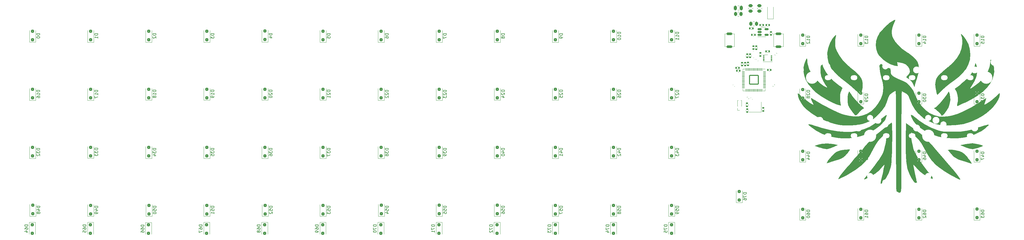
<source format=gbr>
%TF.GenerationSoftware,KiCad,Pcbnew,8.0.2*%
%TF.CreationDate,2024-05-15T22:22:56+01:00*%
%TF.ProjectId,Phoenixia,50686f65-6e69-4786-9961-2e6b69636164,1*%
%TF.SameCoordinates,Original*%
%TF.FileFunction,Legend,Bot*%
%TF.FilePolarity,Positive*%
%FSLAX46Y46*%
G04 Gerber Fmt 4.6, Leading zero omitted, Abs format (unit mm)*
G04 Created by KiCad (PCBNEW 8.0.2) date 2024-05-15 22:22:56*
%MOMM*%
%LPD*%
G01*
G04 APERTURE LIST*
G04 Aperture macros list*
%AMRoundRect*
0 Rectangle with rounded corners*
0 $1 Rounding radius*
0 $2 $3 $4 $5 $6 $7 $8 $9 X,Y pos of 4 corners*
0 Add a 4 corners polygon primitive as box body*
4,1,4,$2,$3,$4,$5,$6,$7,$8,$9,$2,$3,0*
0 Add four circle primitives for the rounded corners*
1,1,$1+$1,$2,$3*
1,1,$1+$1,$4,$5*
1,1,$1+$1,$6,$7*
1,1,$1+$1,$8,$9*
0 Add four rect primitives between the rounded corners*
20,1,$1+$1,$2,$3,$4,$5,0*
20,1,$1+$1,$4,$5,$6,$7,0*
20,1,$1+$1,$6,$7,$8,$9,0*
20,1,$1+$1,$8,$9,$2,$3,0*%
G04 Aperture macros list end*
%ADD10C,0.150000*%
%ADD11C,0.100000*%
%ADD12C,0.120000*%
%ADD13C,0.000000*%
%ADD14C,4.400000*%
%ADD15C,1.700000*%
%ADD16C,1.750000*%
%ADD17C,4.000000*%
%ADD18C,2.250000*%
%ADD19C,2.000000*%
%ADD20O,2.250000X2.250000*%
%ADD21R,0.850000X0.850000*%
%ADD22O,0.850000X0.850000*%
%ADD23RoundRect,0.250000X0.450000X-0.262500X0.450000X0.262500X-0.450000X0.262500X-0.450000X-0.262500X0*%
%ADD24C,0.650000*%
%ADD25R,0.600000X1.100000*%
%ADD26R,0.300000X1.100000*%
%ADD27O,0.900000X2.100000*%
%ADD28RoundRect,0.250000X0.300000X-0.300000X0.300000X0.300000X-0.300000X0.300000X-0.300000X-0.300000X0*%
%ADD29RoundRect,0.250000X0.262500X0.450000X-0.262500X0.450000X-0.262500X-0.450000X0.262500X-0.450000X0*%
%ADD30RoundRect,0.250000X-0.300000X0.300000X-0.300000X-0.300000X0.300000X-0.300000X0.300000X0.300000X0*%
%ADD31RoundRect,0.140000X0.021213X-0.219203X0.219203X-0.021213X-0.021213X0.219203X-0.219203X0.021213X0*%
%ADD32RoundRect,0.140000X0.170000X-0.140000X0.170000X0.140000X-0.170000X0.140000X-0.170000X-0.140000X0*%
%ADD33RoundRect,0.140000X-0.021213X0.219203X-0.219203X0.021213X0.021213X-0.219203X0.219203X-0.021213X0*%
%ADD34R,1.200000X0.900000*%
%ADD35RoundRect,0.140000X0.140000X0.170000X-0.140000X0.170000X-0.140000X-0.170000X0.140000X-0.170000X0*%
%ADD36R,1.400000X1.200000*%
%ADD37RoundRect,0.140000X-0.140000X-0.170000X0.140000X-0.170000X0.140000X0.170000X-0.140000X0.170000X0*%
%ADD38RoundRect,0.135000X0.135000X0.185000X-0.135000X0.185000X-0.135000X-0.185000X0.135000X-0.185000X0*%
%ADD39RoundRect,0.135000X-0.185000X0.135000X-0.185000X-0.135000X0.185000X-0.135000X0.185000X0.135000X0*%
%ADD40RoundRect,0.087500X0.175000X0.087500X-0.175000X0.087500X-0.175000X-0.087500X0.175000X-0.087500X0*%
%ADD41R,1.400000X1.600000*%
%ADD42RoundRect,0.135000X-0.135000X-0.185000X0.135000X-0.185000X0.135000X0.185000X-0.135000X0.185000X0*%
%ADD43RoundRect,0.147500X0.172500X-0.147500X0.172500X0.147500X-0.172500X0.147500X-0.172500X-0.147500X0*%
%ADD44RoundRect,0.150000X-0.512500X-0.150000X0.512500X-0.150000X0.512500X0.150000X-0.512500X0.150000X0*%
%ADD45RoundRect,0.135000X-0.226274X-0.035355X-0.035355X-0.226274X0.226274X0.035355X0.035355X0.226274X0*%
%ADD46RoundRect,0.200000X0.800000X-0.200000X0.800000X0.200000X-0.800000X0.200000X-0.800000X-0.200000X0*%
%ADD47RoundRect,0.050000X0.387500X0.050000X-0.387500X0.050000X-0.387500X-0.050000X0.387500X-0.050000X0*%
%ADD48RoundRect,0.050000X0.050000X0.387500X-0.050000X0.387500X-0.050000X-0.387500X0.050000X-0.387500X0*%
%ADD49RoundRect,0.144000X1.456000X1.456000X-1.456000X1.456000X-1.456000X-1.456000X1.456000X-1.456000X0*%
%ADD50RoundRect,0.243750X-0.243750X-0.456250X0.243750X-0.456250X0.243750X0.456250X-0.243750X0.456250X0*%
%ADD51RoundRect,0.250000X0.250000X0.475000X-0.250000X0.475000X-0.250000X-0.475000X0.250000X-0.475000X0*%
%ADD52RoundRect,0.140000X-0.219203X-0.021213X-0.021213X-0.219203X0.219203X0.021213X0.021213X0.219203X0*%
%ADD53RoundRect,0.200000X-0.800000X0.200000X-0.800000X-0.200000X0.800000X-0.200000X0.800000X0.200000X0*%
G04 APERTURE END LIST*
D10*
X150234819Y-82837714D02*
X149234819Y-82837714D01*
X149234819Y-82837714D02*
X149234819Y-83075809D01*
X149234819Y-83075809D02*
X149282438Y-83218666D01*
X149282438Y-83218666D02*
X149377676Y-83313904D01*
X149377676Y-83313904D02*
X149472914Y-83361523D01*
X149472914Y-83361523D02*
X149663390Y-83409142D01*
X149663390Y-83409142D02*
X149806247Y-83409142D01*
X149806247Y-83409142D02*
X149996723Y-83361523D01*
X149996723Y-83361523D02*
X150091961Y-83313904D01*
X150091961Y-83313904D02*
X150187200Y-83218666D01*
X150187200Y-83218666D02*
X150234819Y-83075809D01*
X150234819Y-83075809D02*
X150234819Y-82837714D01*
X149234819Y-83742476D02*
X149234819Y-84361523D01*
X149234819Y-84361523D02*
X149615771Y-84028190D01*
X149615771Y-84028190D02*
X149615771Y-84171047D01*
X149615771Y-84171047D02*
X149663390Y-84266285D01*
X149663390Y-84266285D02*
X149711009Y-84313904D01*
X149711009Y-84313904D02*
X149806247Y-84361523D01*
X149806247Y-84361523D02*
X150044342Y-84361523D01*
X150044342Y-84361523D02*
X150139580Y-84313904D01*
X150139580Y-84313904D02*
X150187200Y-84266285D01*
X150187200Y-84266285D02*
X150234819Y-84171047D01*
X150234819Y-84171047D02*
X150234819Y-83885333D01*
X150234819Y-83885333D02*
X150187200Y-83790095D01*
X150187200Y-83790095D02*
X150139580Y-83742476D01*
X149234819Y-84694857D02*
X149234819Y-85313904D01*
X149234819Y-85313904D02*
X149615771Y-84980571D01*
X149615771Y-84980571D02*
X149615771Y-85123428D01*
X149615771Y-85123428D02*
X149663390Y-85218666D01*
X149663390Y-85218666D02*
X149711009Y-85266285D01*
X149711009Y-85266285D02*
X149806247Y-85313904D01*
X149806247Y-85313904D02*
X150044342Y-85313904D01*
X150044342Y-85313904D02*
X150139580Y-85266285D01*
X150139580Y-85266285D02*
X150187200Y-85218666D01*
X150187200Y-85218666D02*
X150234819Y-85123428D01*
X150234819Y-85123428D02*
X150234819Y-84837714D01*
X150234819Y-84837714D02*
X150187200Y-84742476D01*
X150187200Y-84742476D02*
X150139580Y-84694857D01*
X245584819Y-101837714D02*
X244584819Y-101837714D01*
X244584819Y-101837714D02*
X244584819Y-102075809D01*
X244584819Y-102075809D02*
X244632438Y-102218666D01*
X244632438Y-102218666D02*
X244727676Y-102313904D01*
X244727676Y-102313904D02*
X244822914Y-102361523D01*
X244822914Y-102361523D02*
X245013390Y-102409142D01*
X245013390Y-102409142D02*
X245156247Y-102409142D01*
X245156247Y-102409142D02*
X245346723Y-102361523D01*
X245346723Y-102361523D02*
X245441961Y-102313904D01*
X245441961Y-102313904D02*
X245537200Y-102218666D01*
X245537200Y-102218666D02*
X245584819Y-102075809D01*
X245584819Y-102075809D02*
X245584819Y-101837714D01*
X244584819Y-103313904D02*
X244584819Y-102837714D01*
X244584819Y-102837714D02*
X245061009Y-102790095D01*
X245061009Y-102790095D02*
X245013390Y-102837714D01*
X245013390Y-102837714D02*
X244965771Y-102932952D01*
X244965771Y-102932952D02*
X244965771Y-103171047D01*
X244965771Y-103171047D02*
X245013390Y-103266285D01*
X245013390Y-103266285D02*
X245061009Y-103313904D01*
X245061009Y-103313904D02*
X245156247Y-103361523D01*
X245156247Y-103361523D02*
X245394342Y-103361523D01*
X245394342Y-103361523D02*
X245489580Y-103313904D01*
X245489580Y-103313904D02*
X245537200Y-103266285D01*
X245537200Y-103266285D02*
X245584819Y-103171047D01*
X245584819Y-103171047D02*
X245584819Y-102932952D01*
X245584819Y-102932952D02*
X245537200Y-102837714D01*
X245537200Y-102837714D02*
X245489580Y-102790095D01*
X244918152Y-104218666D02*
X245584819Y-104218666D01*
X244537200Y-103980571D02*
X245251485Y-103742476D01*
X245251485Y-103742476D02*
X245251485Y-104361523D01*
X150234819Y-63837714D02*
X149234819Y-63837714D01*
X149234819Y-63837714D02*
X149234819Y-64075809D01*
X149234819Y-64075809D02*
X149282438Y-64218666D01*
X149282438Y-64218666D02*
X149377676Y-64313904D01*
X149377676Y-64313904D02*
X149472914Y-64361523D01*
X149472914Y-64361523D02*
X149663390Y-64409142D01*
X149663390Y-64409142D02*
X149806247Y-64409142D01*
X149806247Y-64409142D02*
X149996723Y-64361523D01*
X149996723Y-64361523D02*
X150091961Y-64313904D01*
X150091961Y-64313904D02*
X150187200Y-64218666D01*
X150187200Y-64218666D02*
X150234819Y-64075809D01*
X150234819Y-64075809D02*
X150234819Y-63837714D01*
X150234819Y-65361523D02*
X150234819Y-64790095D01*
X150234819Y-65075809D02*
X149234819Y-65075809D01*
X149234819Y-65075809D02*
X149377676Y-64980571D01*
X149377676Y-64980571D02*
X149472914Y-64885333D01*
X149472914Y-64885333D02*
X149520533Y-64790095D01*
X149234819Y-65694857D02*
X149234819Y-66361523D01*
X149234819Y-66361523D02*
X150234819Y-65932952D01*
X440884819Y-103137714D02*
X439884819Y-103137714D01*
X439884819Y-103137714D02*
X439884819Y-103375809D01*
X439884819Y-103375809D02*
X439932438Y-103518666D01*
X439932438Y-103518666D02*
X440027676Y-103613904D01*
X440027676Y-103613904D02*
X440122914Y-103661523D01*
X440122914Y-103661523D02*
X440313390Y-103709142D01*
X440313390Y-103709142D02*
X440456247Y-103709142D01*
X440456247Y-103709142D02*
X440646723Y-103661523D01*
X440646723Y-103661523D02*
X440741961Y-103613904D01*
X440741961Y-103613904D02*
X440837200Y-103518666D01*
X440837200Y-103518666D02*
X440884819Y-103375809D01*
X440884819Y-103375809D02*
X440884819Y-103137714D01*
X439884819Y-104566285D02*
X439884819Y-104375809D01*
X439884819Y-104375809D02*
X439932438Y-104280571D01*
X439932438Y-104280571D02*
X439980057Y-104232952D01*
X439980057Y-104232952D02*
X440122914Y-104137714D01*
X440122914Y-104137714D02*
X440313390Y-104090095D01*
X440313390Y-104090095D02*
X440694342Y-104090095D01*
X440694342Y-104090095D02*
X440789580Y-104137714D01*
X440789580Y-104137714D02*
X440837200Y-104185333D01*
X440837200Y-104185333D02*
X440884819Y-104280571D01*
X440884819Y-104280571D02*
X440884819Y-104471047D01*
X440884819Y-104471047D02*
X440837200Y-104566285D01*
X440837200Y-104566285D02*
X440789580Y-104613904D01*
X440789580Y-104613904D02*
X440694342Y-104661523D01*
X440694342Y-104661523D02*
X440456247Y-104661523D01*
X440456247Y-104661523D02*
X440361009Y-104613904D01*
X440361009Y-104613904D02*
X440313390Y-104566285D01*
X440313390Y-104566285D02*
X440265771Y-104471047D01*
X440265771Y-104471047D02*
X440265771Y-104280571D01*
X440265771Y-104280571D02*
X440313390Y-104185333D01*
X440313390Y-104185333D02*
X440361009Y-104137714D01*
X440361009Y-104137714D02*
X440456247Y-104090095D01*
X439884819Y-104994857D02*
X439884819Y-105613904D01*
X439884819Y-105613904D02*
X440265771Y-105280571D01*
X440265771Y-105280571D02*
X440265771Y-105423428D01*
X440265771Y-105423428D02*
X440313390Y-105518666D01*
X440313390Y-105518666D02*
X440361009Y-105566285D01*
X440361009Y-105566285D02*
X440456247Y-105613904D01*
X440456247Y-105613904D02*
X440694342Y-105613904D01*
X440694342Y-105613904D02*
X440789580Y-105566285D01*
X440789580Y-105566285D02*
X440837200Y-105518666D01*
X440837200Y-105518666D02*
X440884819Y-105423428D01*
X440884819Y-105423428D02*
X440884819Y-105137714D01*
X440884819Y-105137714D02*
X440837200Y-105042476D01*
X440837200Y-105042476D02*
X440789580Y-104994857D01*
X241599819Y-107983714D02*
X240599819Y-107983714D01*
X240599819Y-107983714D02*
X240599819Y-108221809D01*
X240599819Y-108221809D02*
X240647438Y-108364666D01*
X240647438Y-108364666D02*
X240742676Y-108459904D01*
X240742676Y-108459904D02*
X240837914Y-108507523D01*
X240837914Y-108507523D02*
X241028390Y-108555142D01*
X241028390Y-108555142D02*
X241171247Y-108555142D01*
X241171247Y-108555142D02*
X241361723Y-108507523D01*
X241361723Y-108507523D02*
X241456961Y-108459904D01*
X241456961Y-108459904D02*
X241552200Y-108364666D01*
X241552200Y-108364666D02*
X241599819Y-108221809D01*
X241599819Y-108221809D02*
X241599819Y-107983714D01*
X240599819Y-108888476D02*
X240599819Y-109555142D01*
X240599819Y-109555142D02*
X241599819Y-109126571D01*
X240599819Y-110126571D02*
X240599819Y-110221809D01*
X240599819Y-110221809D02*
X240647438Y-110317047D01*
X240647438Y-110317047D02*
X240695057Y-110364666D01*
X240695057Y-110364666D02*
X240790295Y-110412285D01*
X240790295Y-110412285D02*
X240980771Y-110459904D01*
X240980771Y-110459904D02*
X241218866Y-110459904D01*
X241218866Y-110459904D02*
X241409342Y-110412285D01*
X241409342Y-110412285D02*
X241504580Y-110364666D01*
X241504580Y-110364666D02*
X241552200Y-110317047D01*
X241552200Y-110317047D02*
X241599819Y-110221809D01*
X241599819Y-110221809D02*
X241599819Y-110126571D01*
X241599819Y-110126571D02*
X241552200Y-110031333D01*
X241552200Y-110031333D02*
X241504580Y-109983714D01*
X241504580Y-109983714D02*
X241409342Y-109936095D01*
X241409342Y-109936095D02*
X241218866Y-109888476D01*
X241218866Y-109888476D02*
X240980771Y-109888476D01*
X240980771Y-109888476D02*
X240790295Y-109936095D01*
X240790295Y-109936095D02*
X240695057Y-109983714D01*
X240695057Y-109983714D02*
X240647438Y-110031333D01*
X240647438Y-110031333D02*
X240599819Y-110126571D01*
X150234819Y-45263905D02*
X149234819Y-45263905D01*
X149234819Y-45263905D02*
X149234819Y-45502000D01*
X149234819Y-45502000D02*
X149282438Y-45644857D01*
X149282438Y-45644857D02*
X149377676Y-45740095D01*
X149377676Y-45740095D02*
X149472914Y-45787714D01*
X149472914Y-45787714D02*
X149663390Y-45835333D01*
X149663390Y-45835333D02*
X149806247Y-45835333D01*
X149806247Y-45835333D02*
X149996723Y-45787714D01*
X149996723Y-45787714D02*
X150091961Y-45740095D01*
X150091961Y-45740095D02*
X150187200Y-45644857D01*
X150187200Y-45644857D02*
X150234819Y-45502000D01*
X150234819Y-45502000D02*
X150234819Y-45263905D01*
X150234819Y-46787714D02*
X150234819Y-46216286D01*
X150234819Y-46502000D02*
X149234819Y-46502000D01*
X149234819Y-46502000D02*
X149377676Y-46406762D01*
X149377676Y-46406762D02*
X149472914Y-46311524D01*
X149472914Y-46311524D02*
X149520533Y-46216286D01*
X421834819Y-46037714D02*
X420834819Y-46037714D01*
X420834819Y-46037714D02*
X420834819Y-46275809D01*
X420834819Y-46275809D02*
X420882438Y-46418666D01*
X420882438Y-46418666D02*
X420977676Y-46513904D01*
X420977676Y-46513904D02*
X421072914Y-46561523D01*
X421072914Y-46561523D02*
X421263390Y-46609142D01*
X421263390Y-46609142D02*
X421406247Y-46609142D01*
X421406247Y-46609142D02*
X421596723Y-46561523D01*
X421596723Y-46561523D02*
X421691961Y-46513904D01*
X421691961Y-46513904D02*
X421787200Y-46418666D01*
X421787200Y-46418666D02*
X421834819Y-46275809D01*
X421834819Y-46275809D02*
X421834819Y-46037714D01*
X421834819Y-47561523D02*
X421834819Y-46990095D01*
X421834819Y-47275809D02*
X420834819Y-47275809D01*
X420834819Y-47275809D02*
X420977676Y-47180571D01*
X420977676Y-47180571D02*
X421072914Y-47085333D01*
X421072914Y-47085333D02*
X421120533Y-46990095D01*
X421168152Y-48418666D02*
X421834819Y-48418666D01*
X420787200Y-48180571D02*
X421501485Y-47942476D01*
X421501485Y-47942476D02*
X421501485Y-48561523D01*
X298824819Y-108008714D02*
X297824819Y-108008714D01*
X297824819Y-108008714D02*
X297824819Y-108246809D01*
X297824819Y-108246809D02*
X297872438Y-108389666D01*
X297872438Y-108389666D02*
X297967676Y-108484904D01*
X297967676Y-108484904D02*
X298062914Y-108532523D01*
X298062914Y-108532523D02*
X298253390Y-108580142D01*
X298253390Y-108580142D02*
X298396247Y-108580142D01*
X298396247Y-108580142D02*
X298586723Y-108532523D01*
X298586723Y-108532523D02*
X298681961Y-108484904D01*
X298681961Y-108484904D02*
X298777200Y-108389666D01*
X298777200Y-108389666D02*
X298824819Y-108246809D01*
X298824819Y-108246809D02*
X298824819Y-108008714D01*
X297824819Y-108913476D02*
X297824819Y-109580142D01*
X297824819Y-109580142D02*
X298824819Y-109151571D01*
X297824819Y-109865857D02*
X297824819Y-110484904D01*
X297824819Y-110484904D02*
X298205771Y-110151571D01*
X298205771Y-110151571D02*
X298205771Y-110294428D01*
X298205771Y-110294428D02*
X298253390Y-110389666D01*
X298253390Y-110389666D02*
X298301009Y-110437285D01*
X298301009Y-110437285D02*
X298396247Y-110484904D01*
X298396247Y-110484904D02*
X298634342Y-110484904D01*
X298634342Y-110484904D02*
X298729580Y-110437285D01*
X298729580Y-110437285D02*
X298777200Y-110389666D01*
X298777200Y-110389666D02*
X298824819Y-110294428D01*
X298824819Y-110294428D02*
X298824819Y-110008714D01*
X298824819Y-110008714D02*
X298777200Y-109913476D01*
X298777200Y-109913476D02*
X298729580Y-109865857D01*
X440884819Y-46037714D02*
X439884819Y-46037714D01*
X439884819Y-46037714D02*
X439884819Y-46275809D01*
X439884819Y-46275809D02*
X439932438Y-46418666D01*
X439932438Y-46418666D02*
X440027676Y-46513904D01*
X440027676Y-46513904D02*
X440122914Y-46561523D01*
X440122914Y-46561523D02*
X440313390Y-46609142D01*
X440313390Y-46609142D02*
X440456247Y-46609142D01*
X440456247Y-46609142D02*
X440646723Y-46561523D01*
X440646723Y-46561523D02*
X440741961Y-46513904D01*
X440741961Y-46513904D02*
X440837200Y-46418666D01*
X440837200Y-46418666D02*
X440884819Y-46275809D01*
X440884819Y-46275809D02*
X440884819Y-46037714D01*
X440884819Y-47561523D02*
X440884819Y-46990095D01*
X440884819Y-47275809D02*
X439884819Y-47275809D01*
X439884819Y-47275809D02*
X440027676Y-47180571D01*
X440027676Y-47180571D02*
X440122914Y-47085333D01*
X440122914Y-47085333D02*
X440170533Y-46990095D01*
X439884819Y-48466285D02*
X439884819Y-47990095D01*
X439884819Y-47990095D02*
X440361009Y-47942476D01*
X440361009Y-47942476D02*
X440313390Y-47990095D01*
X440313390Y-47990095D02*
X440265771Y-48085333D01*
X440265771Y-48085333D02*
X440265771Y-48323428D01*
X440265771Y-48323428D02*
X440313390Y-48418666D01*
X440313390Y-48418666D02*
X440361009Y-48466285D01*
X440361009Y-48466285D02*
X440456247Y-48513904D01*
X440456247Y-48513904D02*
X440694342Y-48513904D01*
X440694342Y-48513904D02*
X440789580Y-48466285D01*
X440789580Y-48466285D02*
X440837200Y-48418666D01*
X440837200Y-48418666D02*
X440884819Y-48323428D01*
X440884819Y-48323428D02*
X440884819Y-48085333D01*
X440884819Y-48085333D02*
X440837200Y-47990095D01*
X440837200Y-47990095D02*
X440789580Y-47942476D01*
X383734819Y-63887714D02*
X382734819Y-63887714D01*
X382734819Y-63887714D02*
X382734819Y-64125809D01*
X382734819Y-64125809D02*
X382782438Y-64268666D01*
X382782438Y-64268666D02*
X382877676Y-64363904D01*
X382877676Y-64363904D02*
X382972914Y-64411523D01*
X382972914Y-64411523D02*
X383163390Y-64459142D01*
X383163390Y-64459142D02*
X383306247Y-64459142D01*
X383306247Y-64459142D02*
X383496723Y-64411523D01*
X383496723Y-64411523D02*
X383591961Y-64363904D01*
X383591961Y-64363904D02*
X383687200Y-64268666D01*
X383687200Y-64268666D02*
X383734819Y-64125809D01*
X383734819Y-64125809D02*
X383734819Y-63887714D01*
X382830057Y-64840095D02*
X382782438Y-64887714D01*
X382782438Y-64887714D02*
X382734819Y-64982952D01*
X382734819Y-64982952D02*
X382734819Y-65221047D01*
X382734819Y-65221047D02*
X382782438Y-65316285D01*
X382782438Y-65316285D02*
X382830057Y-65363904D01*
X382830057Y-65363904D02*
X382925295Y-65411523D01*
X382925295Y-65411523D02*
X383020533Y-65411523D01*
X383020533Y-65411523D02*
X383163390Y-65363904D01*
X383163390Y-65363904D02*
X383734819Y-64792476D01*
X383734819Y-64792476D02*
X383734819Y-65411523D01*
X383163390Y-65982952D02*
X383115771Y-65887714D01*
X383115771Y-65887714D02*
X383068152Y-65840095D01*
X383068152Y-65840095D02*
X382972914Y-65792476D01*
X382972914Y-65792476D02*
X382925295Y-65792476D01*
X382925295Y-65792476D02*
X382830057Y-65840095D01*
X382830057Y-65840095D02*
X382782438Y-65887714D01*
X382782438Y-65887714D02*
X382734819Y-65982952D01*
X382734819Y-65982952D02*
X382734819Y-66173428D01*
X382734819Y-66173428D02*
X382782438Y-66268666D01*
X382782438Y-66268666D02*
X382830057Y-66316285D01*
X382830057Y-66316285D02*
X382925295Y-66363904D01*
X382925295Y-66363904D02*
X382972914Y-66363904D01*
X382972914Y-66363904D02*
X383068152Y-66316285D01*
X383068152Y-66316285D02*
X383115771Y-66268666D01*
X383115771Y-66268666D02*
X383163390Y-66173428D01*
X383163390Y-66173428D02*
X383163390Y-65982952D01*
X383163390Y-65982952D02*
X383211009Y-65887714D01*
X383211009Y-65887714D02*
X383258628Y-65840095D01*
X383258628Y-65840095D02*
X383353866Y-65792476D01*
X383353866Y-65792476D02*
X383544342Y-65792476D01*
X383544342Y-65792476D02*
X383639580Y-65840095D01*
X383639580Y-65840095D02*
X383687200Y-65887714D01*
X383687200Y-65887714D02*
X383734819Y-65982952D01*
X383734819Y-65982952D02*
X383734819Y-66173428D01*
X383734819Y-66173428D02*
X383687200Y-66268666D01*
X383687200Y-66268666D02*
X383639580Y-66316285D01*
X383639580Y-66316285D02*
X383544342Y-66363904D01*
X383544342Y-66363904D02*
X383353866Y-66363904D01*
X383353866Y-66363904D02*
X383258628Y-66316285D01*
X383258628Y-66316285D02*
X383211009Y-66268666D01*
X383211009Y-66268666D02*
X383163390Y-66173428D01*
X302634819Y-82887714D02*
X301634819Y-82887714D01*
X301634819Y-82887714D02*
X301634819Y-83125809D01*
X301634819Y-83125809D02*
X301682438Y-83268666D01*
X301682438Y-83268666D02*
X301777676Y-83363904D01*
X301777676Y-83363904D02*
X301872914Y-83411523D01*
X301872914Y-83411523D02*
X302063390Y-83459142D01*
X302063390Y-83459142D02*
X302206247Y-83459142D01*
X302206247Y-83459142D02*
X302396723Y-83411523D01*
X302396723Y-83411523D02*
X302491961Y-83363904D01*
X302491961Y-83363904D02*
X302587200Y-83268666D01*
X302587200Y-83268666D02*
X302634819Y-83125809D01*
X302634819Y-83125809D02*
X302634819Y-82887714D01*
X301968152Y-84316285D02*
X302634819Y-84316285D01*
X301587200Y-84078190D02*
X302301485Y-83840095D01*
X302301485Y-83840095D02*
X302301485Y-84459142D01*
X302634819Y-85363904D02*
X302634819Y-84792476D01*
X302634819Y-85078190D02*
X301634819Y-85078190D01*
X301634819Y-85078190D02*
X301777676Y-84982952D01*
X301777676Y-84982952D02*
X301872914Y-84887714D01*
X301872914Y-84887714D02*
X301920533Y-84792476D01*
X207484819Y-101887714D02*
X206484819Y-101887714D01*
X206484819Y-101887714D02*
X206484819Y-102125809D01*
X206484819Y-102125809D02*
X206532438Y-102268666D01*
X206532438Y-102268666D02*
X206627676Y-102363904D01*
X206627676Y-102363904D02*
X206722914Y-102411523D01*
X206722914Y-102411523D02*
X206913390Y-102459142D01*
X206913390Y-102459142D02*
X207056247Y-102459142D01*
X207056247Y-102459142D02*
X207246723Y-102411523D01*
X207246723Y-102411523D02*
X207341961Y-102363904D01*
X207341961Y-102363904D02*
X207437200Y-102268666D01*
X207437200Y-102268666D02*
X207484819Y-102125809D01*
X207484819Y-102125809D02*
X207484819Y-101887714D01*
X206484819Y-103363904D02*
X206484819Y-102887714D01*
X206484819Y-102887714D02*
X206961009Y-102840095D01*
X206961009Y-102840095D02*
X206913390Y-102887714D01*
X206913390Y-102887714D02*
X206865771Y-102982952D01*
X206865771Y-102982952D02*
X206865771Y-103221047D01*
X206865771Y-103221047D02*
X206913390Y-103316285D01*
X206913390Y-103316285D02*
X206961009Y-103363904D01*
X206961009Y-103363904D02*
X207056247Y-103411523D01*
X207056247Y-103411523D02*
X207294342Y-103411523D01*
X207294342Y-103411523D02*
X207389580Y-103363904D01*
X207389580Y-103363904D02*
X207437200Y-103316285D01*
X207437200Y-103316285D02*
X207484819Y-103221047D01*
X207484819Y-103221047D02*
X207484819Y-102982952D01*
X207484819Y-102982952D02*
X207437200Y-102887714D01*
X207437200Y-102887714D02*
X207389580Y-102840095D01*
X206580057Y-103792476D02*
X206532438Y-103840095D01*
X206532438Y-103840095D02*
X206484819Y-103935333D01*
X206484819Y-103935333D02*
X206484819Y-104173428D01*
X206484819Y-104173428D02*
X206532438Y-104268666D01*
X206532438Y-104268666D02*
X206580057Y-104316285D01*
X206580057Y-104316285D02*
X206675295Y-104363904D01*
X206675295Y-104363904D02*
X206770533Y-104363904D01*
X206770533Y-104363904D02*
X206913390Y-104316285D01*
X206913390Y-104316285D02*
X207484819Y-103744857D01*
X207484819Y-103744857D02*
X207484819Y-104363904D01*
X283634819Y-63787714D02*
X282634819Y-63787714D01*
X282634819Y-63787714D02*
X282634819Y-64025809D01*
X282634819Y-64025809D02*
X282682438Y-64168666D01*
X282682438Y-64168666D02*
X282777676Y-64263904D01*
X282777676Y-64263904D02*
X282872914Y-64311523D01*
X282872914Y-64311523D02*
X283063390Y-64359142D01*
X283063390Y-64359142D02*
X283206247Y-64359142D01*
X283206247Y-64359142D02*
X283396723Y-64311523D01*
X283396723Y-64311523D02*
X283491961Y-64263904D01*
X283491961Y-64263904D02*
X283587200Y-64168666D01*
X283587200Y-64168666D02*
X283634819Y-64025809D01*
X283634819Y-64025809D02*
X283634819Y-63787714D01*
X282730057Y-64740095D02*
X282682438Y-64787714D01*
X282682438Y-64787714D02*
X282634819Y-64882952D01*
X282634819Y-64882952D02*
X282634819Y-65121047D01*
X282634819Y-65121047D02*
X282682438Y-65216285D01*
X282682438Y-65216285D02*
X282730057Y-65263904D01*
X282730057Y-65263904D02*
X282825295Y-65311523D01*
X282825295Y-65311523D02*
X282920533Y-65311523D01*
X282920533Y-65311523D02*
X283063390Y-65263904D01*
X283063390Y-65263904D02*
X283634819Y-64692476D01*
X283634819Y-64692476D02*
X283634819Y-65311523D01*
X282968152Y-66168666D02*
X283634819Y-66168666D01*
X282587200Y-65930571D02*
X283301485Y-65692476D01*
X283301485Y-65692476D02*
X283301485Y-66311523D01*
X440884819Y-84112714D02*
X439884819Y-84112714D01*
X439884819Y-84112714D02*
X439884819Y-84350809D01*
X439884819Y-84350809D02*
X439932438Y-84493666D01*
X439932438Y-84493666D02*
X440027676Y-84588904D01*
X440027676Y-84588904D02*
X440122914Y-84636523D01*
X440122914Y-84636523D02*
X440313390Y-84684142D01*
X440313390Y-84684142D02*
X440456247Y-84684142D01*
X440456247Y-84684142D02*
X440646723Y-84636523D01*
X440646723Y-84636523D02*
X440741961Y-84588904D01*
X440741961Y-84588904D02*
X440837200Y-84493666D01*
X440837200Y-84493666D02*
X440884819Y-84350809D01*
X440884819Y-84350809D02*
X440884819Y-84112714D01*
X440218152Y-85541285D02*
X440884819Y-85541285D01*
X439837200Y-85303190D02*
X440551485Y-85065095D01*
X440551485Y-85065095D02*
X440551485Y-85684142D01*
X439884819Y-85969857D02*
X439884819Y-86636523D01*
X439884819Y-86636523D02*
X440884819Y-86207952D01*
X321734819Y-82887714D02*
X320734819Y-82887714D01*
X320734819Y-82887714D02*
X320734819Y-83125809D01*
X320734819Y-83125809D02*
X320782438Y-83268666D01*
X320782438Y-83268666D02*
X320877676Y-83363904D01*
X320877676Y-83363904D02*
X320972914Y-83411523D01*
X320972914Y-83411523D02*
X321163390Y-83459142D01*
X321163390Y-83459142D02*
X321306247Y-83459142D01*
X321306247Y-83459142D02*
X321496723Y-83411523D01*
X321496723Y-83411523D02*
X321591961Y-83363904D01*
X321591961Y-83363904D02*
X321687200Y-83268666D01*
X321687200Y-83268666D02*
X321734819Y-83125809D01*
X321734819Y-83125809D02*
X321734819Y-82887714D01*
X321068152Y-84316285D02*
X321734819Y-84316285D01*
X320687200Y-84078190D02*
X321401485Y-83840095D01*
X321401485Y-83840095D02*
X321401485Y-84459142D01*
X320830057Y-84792476D02*
X320782438Y-84840095D01*
X320782438Y-84840095D02*
X320734819Y-84935333D01*
X320734819Y-84935333D02*
X320734819Y-85173428D01*
X320734819Y-85173428D02*
X320782438Y-85268666D01*
X320782438Y-85268666D02*
X320830057Y-85316285D01*
X320830057Y-85316285D02*
X320925295Y-85363904D01*
X320925295Y-85363904D02*
X321020533Y-85363904D01*
X321020533Y-85363904D02*
X321163390Y-85316285D01*
X321163390Y-85316285D02*
X321734819Y-84744857D01*
X321734819Y-84744857D02*
X321734819Y-85363904D01*
X203499819Y-107983714D02*
X202499819Y-107983714D01*
X202499819Y-107983714D02*
X202499819Y-108221809D01*
X202499819Y-108221809D02*
X202547438Y-108364666D01*
X202547438Y-108364666D02*
X202642676Y-108459904D01*
X202642676Y-108459904D02*
X202737914Y-108507523D01*
X202737914Y-108507523D02*
X202928390Y-108555142D01*
X202928390Y-108555142D02*
X203071247Y-108555142D01*
X203071247Y-108555142D02*
X203261723Y-108507523D01*
X203261723Y-108507523D02*
X203356961Y-108459904D01*
X203356961Y-108459904D02*
X203452200Y-108364666D01*
X203452200Y-108364666D02*
X203499819Y-108221809D01*
X203499819Y-108221809D02*
X203499819Y-107983714D01*
X202499819Y-109412285D02*
X202499819Y-109221809D01*
X202499819Y-109221809D02*
X202547438Y-109126571D01*
X202547438Y-109126571D02*
X202595057Y-109078952D01*
X202595057Y-109078952D02*
X202737914Y-108983714D01*
X202737914Y-108983714D02*
X202928390Y-108936095D01*
X202928390Y-108936095D02*
X203309342Y-108936095D01*
X203309342Y-108936095D02*
X203404580Y-108983714D01*
X203404580Y-108983714D02*
X203452200Y-109031333D01*
X203452200Y-109031333D02*
X203499819Y-109126571D01*
X203499819Y-109126571D02*
X203499819Y-109317047D01*
X203499819Y-109317047D02*
X203452200Y-109412285D01*
X203452200Y-109412285D02*
X203404580Y-109459904D01*
X203404580Y-109459904D02*
X203309342Y-109507523D01*
X203309342Y-109507523D02*
X203071247Y-109507523D01*
X203071247Y-109507523D02*
X202976009Y-109459904D01*
X202976009Y-109459904D02*
X202928390Y-109412285D01*
X202928390Y-109412285D02*
X202880771Y-109317047D01*
X202880771Y-109317047D02*
X202880771Y-109126571D01*
X202880771Y-109126571D02*
X202928390Y-109031333D01*
X202928390Y-109031333D02*
X202976009Y-108983714D01*
X202976009Y-108983714D02*
X203071247Y-108936095D01*
X202928390Y-110078952D02*
X202880771Y-109983714D01*
X202880771Y-109983714D02*
X202833152Y-109936095D01*
X202833152Y-109936095D02*
X202737914Y-109888476D01*
X202737914Y-109888476D02*
X202690295Y-109888476D01*
X202690295Y-109888476D02*
X202595057Y-109936095D01*
X202595057Y-109936095D02*
X202547438Y-109983714D01*
X202547438Y-109983714D02*
X202499819Y-110078952D01*
X202499819Y-110078952D02*
X202499819Y-110269428D01*
X202499819Y-110269428D02*
X202547438Y-110364666D01*
X202547438Y-110364666D02*
X202595057Y-110412285D01*
X202595057Y-110412285D02*
X202690295Y-110459904D01*
X202690295Y-110459904D02*
X202737914Y-110459904D01*
X202737914Y-110459904D02*
X202833152Y-110412285D01*
X202833152Y-110412285D02*
X202880771Y-110364666D01*
X202880771Y-110364666D02*
X202928390Y-110269428D01*
X202928390Y-110269428D02*
X202928390Y-110078952D01*
X202928390Y-110078952D02*
X202976009Y-109983714D01*
X202976009Y-109983714D02*
X203023628Y-109936095D01*
X203023628Y-109936095D02*
X203118866Y-109888476D01*
X203118866Y-109888476D02*
X203309342Y-109888476D01*
X203309342Y-109888476D02*
X203404580Y-109936095D01*
X203404580Y-109936095D02*
X203452200Y-109983714D01*
X203452200Y-109983714D02*
X203499819Y-110078952D01*
X203499819Y-110078952D02*
X203499819Y-110269428D01*
X203499819Y-110269428D02*
X203452200Y-110364666D01*
X203452200Y-110364666D02*
X203404580Y-110412285D01*
X203404580Y-110412285D02*
X203309342Y-110459904D01*
X203309342Y-110459904D02*
X203118866Y-110459904D01*
X203118866Y-110459904D02*
X203023628Y-110412285D01*
X203023628Y-110412285D02*
X202976009Y-110364666D01*
X202976009Y-110364666D02*
X202928390Y-110269428D01*
X188334819Y-82887714D02*
X187334819Y-82887714D01*
X187334819Y-82887714D02*
X187334819Y-83125809D01*
X187334819Y-83125809D02*
X187382438Y-83268666D01*
X187382438Y-83268666D02*
X187477676Y-83363904D01*
X187477676Y-83363904D02*
X187572914Y-83411523D01*
X187572914Y-83411523D02*
X187763390Y-83459142D01*
X187763390Y-83459142D02*
X187906247Y-83459142D01*
X187906247Y-83459142D02*
X188096723Y-83411523D01*
X188096723Y-83411523D02*
X188191961Y-83363904D01*
X188191961Y-83363904D02*
X188287200Y-83268666D01*
X188287200Y-83268666D02*
X188334819Y-83125809D01*
X188334819Y-83125809D02*
X188334819Y-82887714D01*
X187334819Y-83792476D02*
X187334819Y-84411523D01*
X187334819Y-84411523D02*
X187715771Y-84078190D01*
X187715771Y-84078190D02*
X187715771Y-84221047D01*
X187715771Y-84221047D02*
X187763390Y-84316285D01*
X187763390Y-84316285D02*
X187811009Y-84363904D01*
X187811009Y-84363904D02*
X187906247Y-84411523D01*
X187906247Y-84411523D02*
X188144342Y-84411523D01*
X188144342Y-84411523D02*
X188239580Y-84363904D01*
X188239580Y-84363904D02*
X188287200Y-84316285D01*
X188287200Y-84316285D02*
X188334819Y-84221047D01*
X188334819Y-84221047D02*
X188334819Y-83935333D01*
X188334819Y-83935333D02*
X188287200Y-83840095D01*
X188287200Y-83840095D02*
X188239580Y-83792476D01*
X187334819Y-85316285D02*
X187334819Y-84840095D01*
X187334819Y-84840095D02*
X187811009Y-84792476D01*
X187811009Y-84792476D02*
X187763390Y-84840095D01*
X187763390Y-84840095D02*
X187715771Y-84935333D01*
X187715771Y-84935333D02*
X187715771Y-85173428D01*
X187715771Y-85173428D02*
X187763390Y-85268666D01*
X187763390Y-85268666D02*
X187811009Y-85316285D01*
X187811009Y-85316285D02*
X187906247Y-85363904D01*
X187906247Y-85363904D02*
X188144342Y-85363904D01*
X188144342Y-85363904D02*
X188239580Y-85316285D01*
X188239580Y-85316285D02*
X188287200Y-85268666D01*
X188287200Y-85268666D02*
X188334819Y-85173428D01*
X188334819Y-85173428D02*
X188334819Y-84935333D01*
X188334819Y-84935333D02*
X188287200Y-84840095D01*
X188287200Y-84840095D02*
X188239580Y-84792476D01*
X245534819Y-45263905D02*
X244534819Y-45263905D01*
X244534819Y-45263905D02*
X244534819Y-45502000D01*
X244534819Y-45502000D02*
X244582438Y-45644857D01*
X244582438Y-45644857D02*
X244677676Y-45740095D01*
X244677676Y-45740095D02*
X244772914Y-45787714D01*
X244772914Y-45787714D02*
X244963390Y-45835333D01*
X244963390Y-45835333D02*
X245106247Y-45835333D01*
X245106247Y-45835333D02*
X245296723Y-45787714D01*
X245296723Y-45787714D02*
X245391961Y-45740095D01*
X245391961Y-45740095D02*
X245487200Y-45644857D01*
X245487200Y-45644857D02*
X245534819Y-45502000D01*
X245534819Y-45502000D02*
X245534819Y-45263905D01*
X244534819Y-46692476D02*
X244534819Y-46502000D01*
X244534819Y-46502000D02*
X244582438Y-46406762D01*
X244582438Y-46406762D02*
X244630057Y-46359143D01*
X244630057Y-46359143D02*
X244772914Y-46263905D01*
X244772914Y-46263905D02*
X244963390Y-46216286D01*
X244963390Y-46216286D02*
X245344342Y-46216286D01*
X245344342Y-46216286D02*
X245439580Y-46263905D01*
X245439580Y-46263905D02*
X245487200Y-46311524D01*
X245487200Y-46311524D02*
X245534819Y-46406762D01*
X245534819Y-46406762D02*
X245534819Y-46597238D01*
X245534819Y-46597238D02*
X245487200Y-46692476D01*
X245487200Y-46692476D02*
X245439580Y-46740095D01*
X245439580Y-46740095D02*
X245344342Y-46787714D01*
X245344342Y-46787714D02*
X245106247Y-46787714D01*
X245106247Y-46787714D02*
X245011009Y-46740095D01*
X245011009Y-46740095D02*
X244963390Y-46692476D01*
X244963390Y-46692476D02*
X244915771Y-46597238D01*
X244915771Y-46597238D02*
X244915771Y-46406762D01*
X244915771Y-46406762D02*
X244963390Y-46311524D01*
X244963390Y-46311524D02*
X245011009Y-46263905D01*
X245011009Y-46263905D02*
X245106247Y-46216286D01*
X321734819Y-44787714D02*
X320734819Y-44787714D01*
X320734819Y-44787714D02*
X320734819Y-45025809D01*
X320734819Y-45025809D02*
X320782438Y-45168666D01*
X320782438Y-45168666D02*
X320877676Y-45263904D01*
X320877676Y-45263904D02*
X320972914Y-45311523D01*
X320972914Y-45311523D02*
X321163390Y-45359142D01*
X321163390Y-45359142D02*
X321306247Y-45359142D01*
X321306247Y-45359142D02*
X321496723Y-45311523D01*
X321496723Y-45311523D02*
X321591961Y-45263904D01*
X321591961Y-45263904D02*
X321687200Y-45168666D01*
X321687200Y-45168666D02*
X321734819Y-45025809D01*
X321734819Y-45025809D02*
X321734819Y-44787714D01*
X321734819Y-46311523D02*
X321734819Y-45740095D01*
X321734819Y-46025809D02*
X320734819Y-46025809D01*
X320734819Y-46025809D02*
X320877676Y-45930571D01*
X320877676Y-45930571D02*
X320972914Y-45835333D01*
X320972914Y-45835333D02*
X321020533Y-45740095D01*
X320734819Y-46930571D02*
X320734819Y-47025809D01*
X320734819Y-47025809D02*
X320782438Y-47121047D01*
X320782438Y-47121047D02*
X320830057Y-47168666D01*
X320830057Y-47168666D02*
X320925295Y-47216285D01*
X320925295Y-47216285D02*
X321115771Y-47263904D01*
X321115771Y-47263904D02*
X321353866Y-47263904D01*
X321353866Y-47263904D02*
X321544342Y-47216285D01*
X321544342Y-47216285D02*
X321639580Y-47168666D01*
X321639580Y-47168666D02*
X321687200Y-47121047D01*
X321687200Y-47121047D02*
X321734819Y-47025809D01*
X321734819Y-47025809D02*
X321734819Y-46930571D01*
X321734819Y-46930571D02*
X321687200Y-46835333D01*
X321687200Y-46835333D02*
X321639580Y-46787714D01*
X321639580Y-46787714D02*
X321544342Y-46740095D01*
X321544342Y-46740095D02*
X321353866Y-46692476D01*
X321353866Y-46692476D02*
X321115771Y-46692476D01*
X321115771Y-46692476D02*
X320925295Y-46740095D01*
X320925295Y-46740095D02*
X320830057Y-46787714D01*
X320830057Y-46787714D02*
X320782438Y-46835333D01*
X320782438Y-46835333D02*
X320734819Y-46930571D01*
X302634819Y-45263905D02*
X301634819Y-45263905D01*
X301634819Y-45263905D02*
X301634819Y-45502000D01*
X301634819Y-45502000D02*
X301682438Y-45644857D01*
X301682438Y-45644857D02*
X301777676Y-45740095D01*
X301777676Y-45740095D02*
X301872914Y-45787714D01*
X301872914Y-45787714D02*
X302063390Y-45835333D01*
X302063390Y-45835333D02*
X302206247Y-45835333D01*
X302206247Y-45835333D02*
X302396723Y-45787714D01*
X302396723Y-45787714D02*
X302491961Y-45740095D01*
X302491961Y-45740095D02*
X302587200Y-45644857D01*
X302587200Y-45644857D02*
X302634819Y-45502000D01*
X302634819Y-45502000D02*
X302634819Y-45263905D01*
X302634819Y-46311524D02*
X302634819Y-46502000D01*
X302634819Y-46502000D02*
X302587200Y-46597238D01*
X302587200Y-46597238D02*
X302539580Y-46644857D01*
X302539580Y-46644857D02*
X302396723Y-46740095D01*
X302396723Y-46740095D02*
X302206247Y-46787714D01*
X302206247Y-46787714D02*
X301825295Y-46787714D01*
X301825295Y-46787714D02*
X301730057Y-46740095D01*
X301730057Y-46740095D02*
X301682438Y-46692476D01*
X301682438Y-46692476D02*
X301634819Y-46597238D01*
X301634819Y-46597238D02*
X301634819Y-46406762D01*
X301634819Y-46406762D02*
X301682438Y-46311524D01*
X301682438Y-46311524D02*
X301730057Y-46263905D01*
X301730057Y-46263905D02*
X301825295Y-46216286D01*
X301825295Y-46216286D02*
X302063390Y-46216286D01*
X302063390Y-46216286D02*
X302158628Y-46263905D01*
X302158628Y-46263905D02*
X302206247Y-46311524D01*
X302206247Y-46311524D02*
X302253866Y-46406762D01*
X302253866Y-46406762D02*
X302253866Y-46597238D01*
X302253866Y-46597238D02*
X302206247Y-46692476D01*
X302206247Y-46692476D02*
X302158628Y-46740095D01*
X302158628Y-46740095D02*
X302063390Y-46787714D01*
X317874819Y-108008714D02*
X316874819Y-108008714D01*
X316874819Y-108008714D02*
X316874819Y-108246809D01*
X316874819Y-108246809D02*
X316922438Y-108389666D01*
X316922438Y-108389666D02*
X317017676Y-108484904D01*
X317017676Y-108484904D02*
X317112914Y-108532523D01*
X317112914Y-108532523D02*
X317303390Y-108580142D01*
X317303390Y-108580142D02*
X317446247Y-108580142D01*
X317446247Y-108580142D02*
X317636723Y-108532523D01*
X317636723Y-108532523D02*
X317731961Y-108484904D01*
X317731961Y-108484904D02*
X317827200Y-108389666D01*
X317827200Y-108389666D02*
X317874819Y-108246809D01*
X317874819Y-108246809D02*
X317874819Y-108008714D01*
X316874819Y-108913476D02*
X316874819Y-109580142D01*
X316874819Y-109580142D02*
X317874819Y-109151571D01*
X317208152Y-110389666D02*
X317874819Y-110389666D01*
X316827200Y-110151571D02*
X317541485Y-109913476D01*
X317541485Y-109913476D02*
X317541485Y-110532523D01*
X321734819Y-101887714D02*
X320734819Y-101887714D01*
X320734819Y-101887714D02*
X320734819Y-102125809D01*
X320734819Y-102125809D02*
X320782438Y-102268666D01*
X320782438Y-102268666D02*
X320877676Y-102363904D01*
X320877676Y-102363904D02*
X320972914Y-102411523D01*
X320972914Y-102411523D02*
X321163390Y-102459142D01*
X321163390Y-102459142D02*
X321306247Y-102459142D01*
X321306247Y-102459142D02*
X321496723Y-102411523D01*
X321496723Y-102411523D02*
X321591961Y-102363904D01*
X321591961Y-102363904D02*
X321687200Y-102268666D01*
X321687200Y-102268666D02*
X321734819Y-102125809D01*
X321734819Y-102125809D02*
X321734819Y-101887714D01*
X320734819Y-103363904D02*
X320734819Y-102887714D01*
X320734819Y-102887714D02*
X321211009Y-102840095D01*
X321211009Y-102840095D02*
X321163390Y-102887714D01*
X321163390Y-102887714D02*
X321115771Y-102982952D01*
X321115771Y-102982952D02*
X321115771Y-103221047D01*
X321115771Y-103221047D02*
X321163390Y-103316285D01*
X321163390Y-103316285D02*
X321211009Y-103363904D01*
X321211009Y-103363904D02*
X321306247Y-103411523D01*
X321306247Y-103411523D02*
X321544342Y-103411523D01*
X321544342Y-103411523D02*
X321639580Y-103363904D01*
X321639580Y-103363904D02*
X321687200Y-103316285D01*
X321687200Y-103316285D02*
X321734819Y-103221047D01*
X321734819Y-103221047D02*
X321734819Y-102982952D01*
X321734819Y-102982952D02*
X321687200Y-102887714D01*
X321687200Y-102887714D02*
X321639580Y-102840095D01*
X321163390Y-103982952D02*
X321115771Y-103887714D01*
X321115771Y-103887714D02*
X321068152Y-103840095D01*
X321068152Y-103840095D02*
X320972914Y-103792476D01*
X320972914Y-103792476D02*
X320925295Y-103792476D01*
X320925295Y-103792476D02*
X320830057Y-103840095D01*
X320830057Y-103840095D02*
X320782438Y-103887714D01*
X320782438Y-103887714D02*
X320734819Y-103982952D01*
X320734819Y-103982952D02*
X320734819Y-104173428D01*
X320734819Y-104173428D02*
X320782438Y-104268666D01*
X320782438Y-104268666D02*
X320830057Y-104316285D01*
X320830057Y-104316285D02*
X320925295Y-104363904D01*
X320925295Y-104363904D02*
X320972914Y-104363904D01*
X320972914Y-104363904D02*
X321068152Y-104316285D01*
X321068152Y-104316285D02*
X321115771Y-104268666D01*
X321115771Y-104268666D02*
X321163390Y-104173428D01*
X321163390Y-104173428D02*
X321163390Y-103982952D01*
X321163390Y-103982952D02*
X321211009Y-103887714D01*
X321211009Y-103887714D02*
X321258628Y-103840095D01*
X321258628Y-103840095D02*
X321353866Y-103792476D01*
X321353866Y-103792476D02*
X321544342Y-103792476D01*
X321544342Y-103792476D02*
X321639580Y-103840095D01*
X321639580Y-103840095D02*
X321687200Y-103887714D01*
X321687200Y-103887714D02*
X321734819Y-103982952D01*
X321734819Y-103982952D02*
X321734819Y-104173428D01*
X321734819Y-104173428D02*
X321687200Y-104268666D01*
X321687200Y-104268666D02*
X321639580Y-104316285D01*
X321639580Y-104316285D02*
X321544342Y-104363904D01*
X321544342Y-104363904D02*
X321353866Y-104363904D01*
X321353866Y-104363904D02*
X321258628Y-104316285D01*
X321258628Y-104316285D02*
X321211009Y-104268666D01*
X321211009Y-104268666D02*
X321163390Y-104173428D01*
X226434819Y-63787714D02*
X225434819Y-63787714D01*
X225434819Y-63787714D02*
X225434819Y-64025809D01*
X225434819Y-64025809D02*
X225482438Y-64168666D01*
X225482438Y-64168666D02*
X225577676Y-64263904D01*
X225577676Y-64263904D02*
X225672914Y-64311523D01*
X225672914Y-64311523D02*
X225863390Y-64359142D01*
X225863390Y-64359142D02*
X226006247Y-64359142D01*
X226006247Y-64359142D02*
X226196723Y-64311523D01*
X226196723Y-64311523D02*
X226291961Y-64263904D01*
X226291961Y-64263904D02*
X226387200Y-64168666D01*
X226387200Y-64168666D02*
X226434819Y-64025809D01*
X226434819Y-64025809D02*
X226434819Y-63787714D01*
X225530057Y-64740095D02*
X225482438Y-64787714D01*
X225482438Y-64787714D02*
X225434819Y-64882952D01*
X225434819Y-64882952D02*
X225434819Y-65121047D01*
X225434819Y-65121047D02*
X225482438Y-65216285D01*
X225482438Y-65216285D02*
X225530057Y-65263904D01*
X225530057Y-65263904D02*
X225625295Y-65311523D01*
X225625295Y-65311523D02*
X225720533Y-65311523D01*
X225720533Y-65311523D02*
X225863390Y-65263904D01*
X225863390Y-65263904D02*
X226434819Y-64692476D01*
X226434819Y-64692476D02*
X226434819Y-65311523D01*
X226434819Y-66263904D02*
X226434819Y-65692476D01*
X226434819Y-65978190D02*
X225434819Y-65978190D01*
X225434819Y-65978190D02*
X225577676Y-65882952D01*
X225577676Y-65882952D02*
X225672914Y-65787714D01*
X225672914Y-65787714D02*
X225720533Y-65692476D01*
X402784819Y-65062714D02*
X401784819Y-65062714D01*
X401784819Y-65062714D02*
X401784819Y-65300809D01*
X401784819Y-65300809D02*
X401832438Y-65443666D01*
X401832438Y-65443666D02*
X401927676Y-65538904D01*
X401927676Y-65538904D02*
X402022914Y-65586523D01*
X402022914Y-65586523D02*
X402213390Y-65634142D01*
X402213390Y-65634142D02*
X402356247Y-65634142D01*
X402356247Y-65634142D02*
X402546723Y-65586523D01*
X402546723Y-65586523D02*
X402641961Y-65538904D01*
X402641961Y-65538904D02*
X402737200Y-65443666D01*
X402737200Y-65443666D02*
X402784819Y-65300809D01*
X402784819Y-65300809D02*
X402784819Y-65062714D01*
X401880057Y-66015095D02*
X401832438Y-66062714D01*
X401832438Y-66062714D02*
X401784819Y-66157952D01*
X401784819Y-66157952D02*
X401784819Y-66396047D01*
X401784819Y-66396047D02*
X401832438Y-66491285D01*
X401832438Y-66491285D02*
X401880057Y-66538904D01*
X401880057Y-66538904D02*
X401975295Y-66586523D01*
X401975295Y-66586523D02*
X402070533Y-66586523D01*
X402070533Y-66586523D02*
X402213390Y-66538904D01*
X402213390Y-66538904D02*
X402784819Y-65967476D01*
X402784819Y-65967476D02*
X402784819Y-66586523D01*
X402784819Y-67062714D02*
X402784819Y-67253190D01*
X402784819Y-67253190D02*
X402737200Y-67348428D01*
X402737200Y-67348428D02*
X402689580Y-67396047D01*
X402689580Y-67396047D02*
X402546723Y-67491285D01*
X402546723Y-67491285D02*
X402356247Y-67538904D01*
X402356247Y-67538904D02*
X401975295Y-67538904D01*
X401975295Y-67538904D02*
X401880057Y-67491285D01*
X401880057Y-67491285D02*
X401832438Y-67443666D01*
X401832438Y-67443666D02*
X401784819Y-67348428D01*
X401784819Y-67348428D02*
X401784819Y-67157952D01*
X401784819Y-67157952D02*
X401832438Y-67062714D01*
X401832438Y-67062714D02*
X401880057Y-67015095D01*
X401880057Y-67015095D02*
X401975295Y-66967476D01*
X401975295Y-66967476D02*
X402213390Y-66967476D01*
X402213390Y-66967476D02*
X402308628Y-67015095D01*
X402308628Y-67015095D02*
X402356247Y-67062714D01*
X402356247Y-67062714D02*
X402403866Y-67157952D01*
X402403866Y-67157952D02*
X402403866Y-67348428D01*
X402403866Y-67348428D02*
X402356247Y-67443666D01*
X402356247Y-67443666D02*
X402308628Y-67491285D01*
X402308628Y-67491285D02*
X402213390Y-67538904D01*
X362934819Y-97387714D02*
X361934819Y-97387714D01*
X361934819Y-97387714D02*
X361934819Y-97625809D01*
X361934819Y-97625809D02*
X361982438Y-97768666D01*
X361982438Y-97768666D02*
X362077676Y-97863904D01*
X362077676Y-97863904D02*
X362172914Y-97911523D01*
X362172914Y-97911523D02*
X362363390Y-97959142D01*
X362363390Y-97959142D02*
X362506247Y-97959142D01*
X362506247Y-97959142D02*
X362696723Y-97911523D01*
X362696723Y-97911523D02*
X362791961Y-97863904D01*
X362791961Y-97863904D02*
X362887200Y-97768666D01*
X362887200Y-97768666D02*
X362934819Y-97625809D01*
X362934819Y-97625809D02*
X362934819Y-97387714D01*
X361934819Y-98292476D02*
X361934819Y-98959142D01*
X361934819Y-98959142D02*
X362934819Y-98530571D01*
X361934819Y-99768666D02*
X361934819Y-99578190D01*
X361934819Y-99578190D02*
X361982438Y-99482952D01*
X361982438Y-99482952D02*
X362030057Y-99435333D01*
X362030057Y-99435333D02*
X362172914Y-99340095D01*
X362172914Y-99340095D02*
X362363390Y-99292476D01*
X362363390Y-99292476D02*
X362744342Y-99292476D01*
X362744342Y-99292476D02*
X362839580Y-99340095D01*
X362839580Y-99340095D02*
X362887200Y-99387714D01*
X362887200Y-99387714D02*
X362934819Y-99482952D01*
X362934819Y-99482952D02*
X362934819Y-99673428D01*
X362934819Y-99673428D02*
X362887200Y-99768666D01*
X362887200Y-99768666D02*
X362839580Y-99816285D01*
X362839580Y-99816285D02*
X362744342Y-99863904D01*
X362744342Y-99863904D02*
X362506247Y-99863904D01*
X362506247Y-99863904D02*
X362411009Y-99816285D01*
X362411009Y-99816285D02*
X362363390Y-99768666D01*
X362363390Y-99768666D02*
X362315771Y-99673428D01*
X362315771Y-99673428D02*
X362315771Y-99482952D01*
X362315771Y-99482952D02*
X362363390Y-99387714D01*
X362363390Y-99387714D02*
X362411009Y-99340095D01*
X362411009Y-99340095D02*
X362506247Y-99292476D01*
X226434819Y-45263905D02*
X225434819Y-45263905D01*
X225434819Y-45263905D02*
X225434819Y-45502000D01*
X225434819Y-45502000D02*
X225482438Y-45644857D01*
X225482438Y-45644857D02*
X225577676Y-45740095D01*
X225577676Y-45740095D02*
X225672914Y-45787714D01*
X225672914Y-45787714D02*
X225863390Y-45835333D01*
X225863390Y-45835333D02*
X226006247Y-45835333D01*
X226006247Y-45835333D02*
X226196723Y-45787714D01*
X226196723Y-45787714D02*
X226291961Y-45740095D01*
X226291961Y-45740095D02*
X226387200Y-45644857D01*
X226387200Y-45644857D02*
X226434819Y-45502000D01*
X226434819Y-45502000D02*
X226434819Y-45263905D01*
X225434819Y-46740095D02*
X225434819Y-46263905D01*
X225434819Y-46263905D02*
X225911009Y-46216286D01*
X225911009Y-46216286D02*
X225863390Y-46263905D01*
X225863390Y-46263905D02*
X225815771Y-46359143D01*
X225815771Y-46359143D02*
X225815771Y-46597238D01*
X225815771Y-46597238D02*
X225863390Y-46692476D01*
X225863390Y-46692476D02*
X225911009Y-46740095D01*
X225911009Y-46740095D02*
X226006247Y-46787714D01*
X226006247Y-46787714D02*
X226244342Y-46787714D01*
X226244342Y-46787714D02*
X226339580Y-46740095D01*
X226339580Y-46740095D02*
X226387200Y-46692476D01*
X226387200Y-46692476D02*
X226434819Y-46597238D01*
X226434819Y-46597238D02*
X226434819Y-46359143D01*
X226434819Y-46359143D02*
X226387200Y-46263905D01*
X226387200Y-46263905D02*
X226339580Y-46216286D01*
X245534819Y-82887714D02*
X244534819Y-82887714D01*
X244534819Y-82887714D02*
X244534819Y-83125809D01*
X244534819Y-83125809D02*
X244582438Y-83268666D01*
X244582438Y-83268666D02*
X244677676Y-83363904D01*
X244677676Y-83363904D02*
X244772914Y-83411523D01*
X244772914Y-83411523D02*
X244963390Y-83459142D01*
X244963390Y-83459142D02*
X245106247Y-83459142D01*
X245106247Y-83459142D02*
X245296723Y-83411523D01*
X245296723Y-83411523D02*
X245391961Y-83363904D01*
X245391961Y-83363904D02*
X245487200Y-83268666D01*
X245487200Y-83268666D02*
X245534819Y-83125809D01*
X245534819Y-83125809D02*
X245534819Y-82887714D01*
X244534819Y-83792476D02*
X244534819Y-84411523D01*
X244534819Y-84411523D02*
X244915771Y-84078190D01*
X244915771Y-84078190D02*
X244915771Y-84221047D01*
X244915771Y-84221047D02*
X244963390Y-84316285D01*
X244963390Y-84316285D02*
X245011009Y-84363904D01*
X245011009Y-84363904D02*
X245106247Y-84411523D01*
X245106247Y-84411523D02*
X245344342Y-84411523D01*
X245344342Y-84411523D02*
X245439580Y-84363904D01*
X245439580Y-84363904D02*
X245487200Y-84316285D01*
X245487200Y-84316285D02*
X245534819Y-84221047D01*
X245534819Y-84221047D02*
X245534819Y-83935333D01*
X245534819Y-83935333D02*
X245487200Y-83840095D01*
X245487200Y-83840095D02*
X245439580Y-83792476D01*
X244963390Y-84982952D02*
X244915771Y-84887714D01*
X244915771Y-84887714D02*
X244868152Y-84840095D01*
X244868152Y-84840095D02*
X244772914Y-84792476D01*
X244772914Y-84792476D02*
X244725295Y-84792476D01*
X244725295Y-84792476D02*
X244630057Y-84840095D01*
X244630057Y-84840095D02*
X244582438Y-84887714D01*
X244582438Y-84887714D02*
X244534819Y-84982952D01*
X244534819Y-84982952D02*
X244534819Y-85173428D01*
X244534819Y-85173428D02*
X244582438Y-85268666D01*
X244582438Y-85268666D02*
X244630057Y-85316285D01*
X244630057Y-85316285D02*
X244725295Y-85363904D01*
X244725295Y-85363904D02*
X244772914Y-85363904D01*
X244772914Y-85363904D02*
X244868152Y-85316285D01*
X244868152Y-85316285D02*
X244915771Y-85268666D01*
X244915771Y-85268666D02*
X244963390Y-85173428D01*
X244963390Y-85173428D02*
X244963390Y-84982952D01*
X244963390Y-84982952D02*
X245011009Y-84887714D01*
X245011009Y-84887714D02*
X245058628Y-84840095D01*
X245058628Y-84840095D02*
X245153866Y-84792476D01*
X245153866Y-84792476D02*
X245344342Y-84792476D01*
X245344342Y-84792476D02*
X245439580Y-84840095D01*
X245439580Y-84840095D02*
X245487200Y-84887714D01*
X245487200Y-84887714D02*
X245534819Y-84982952D01*
X245534819Y-84982952D02*
X245534819Y-85173428D01*
X245534819Y-85173428D02*
X245487200Y-85268666D01*
X245487200Y-85268666D02*
X245439580Y-85316285D01*
X245439580Y-85316285D02*
X245344342Y-85363904D01*
X245344342Y-85363904D02*
X245153866Y-85363904D01*
X245153866Y-85363904D02*
X245058628Y-85316285D01*
X245058628Y-85316285D02*
X245011009Y-85268666D01*
X245011009Y-85268666D02*
X244963390Y-85173428D01*
X402784819Y-103162714D02*
X401784819Y-103162714D01*
X401784819Y-103162714D02*
X401784819Y-103400809D01*
X401784819Y-103400809D02*
X401832438Y-103543666D01*
X401832438Y-103543666D02*
X401927676Y-103638904D01*
X401927676Y-103638904D02*
X402022914Y-103686523D01*
X402022914Y-103686523D02*
X402213390Y-103734142D01*
X402213390Y-103734142D02*
X402356247Y-103734142D01*
X402356247Y-103734142D02*
X402546723Y-103686523D01*
X402546723Y-103686523D02*
X402641961Y-103638904D01*
X402641961Y-103638904D02*
X402737200Y-103543666D01*
X402737200Y-103543666D02*
X402784819Y-103400809D01*
X402784819Y-103400809D02*
X402784819Y-103162714D01*
X401784819Y-104591285D02*
X401784819Y-104400809D01*
X401784819Y-104400809D02*
X401832438Y-104305571D01*
X401832438Y-104305571D02*
X401880057Y-104257952D01*
X401880057Y-104257952D02*
X402022914Y-104162714D01*
X402022914Y-104162714D02*
X402213390Y-104115095D01*
X402213390Y-104115095D02*
X402594342Y-104115095D01*
X402594342Y-104115095D02*
X402689580Y-104162714D01*
X402689580Y-104162714D02*
X402737200Y-104210333D01*
X402737200Y-104210333D02*
X402784819Y-104305571D01*
X402784819Y-104305571D02*
X402784819Y-104496047D01*
X402784819Y-104496047D02*
X402737200Y-104591285D01*
X402737200Y-104591285D02*
X402689580Y-104638904D01*
X402689580Y-104638904D02*
X402594342Y-104686523D01*
X402594342Y-104686523D02*
X402356247Y-104686523D01*
X402356247Y-104686523D02*
X402261009Y-104638904D01*
X402261009Y-104638904D02*
X402213390Y-104591285D01*
X402213390Y-104591285D02*
X402165771Y-104496047D01*
X402165771Y-104496047D02*
X402165771Y-104305571D01*
X402165771Y-104305571D02*
X402213390Y-104210333D01*
X402213390Y-104210333D02*
X402261009Y-104162714D01*
X402261009Y-104162714D02*
X402356247Y-104115095D01*
X402784819Y-105638904D02*
X402784819Y-105067476D01*
X402784819Y-105353190D02*
X401784819Y-105353190D01*
X401784819Y-105353190D02*
X401927676Y-105257952D01*
X401927676Y-105257952D02*
X402022914Y-105162714D01*
X402022914Y-105162714D02*
X402070533Y-105067476D01*
X340734819Y-44787714D02*
X339734819Y-44787714D01*
X339734819Y-44787714D02*
X339734819Y-45025809D01*
X339734819Y-45025809D02*
X339782438Y-45168666D01*
X339782438Y-45168666D02*
X339877676Y-45263904D01*
X339877676Y-45263904D02*
X339972914Y-45311523D01*
X339972914Y-45311523D02*
X340163390Y-45359142D01*
X340163390Y-45359142D02*
X340306247Y-45359142D01*
X340306247Y-45359142D02*
X340496723Y-45311523D01*
X340496723Y-45311523D02*
X340591961Y-45263904D01*
X340591961Y-45263904D02*
X340687200Y-45168666D01*
X340687200Y-45168666D02*
X340734819Y-45025809D01*
X340734819Y-45025809D02*
X340734819Y-44787714D01*
X340734819Y-46311523D02*
X340734819Y-45740095D01*
X340734819Y-46025809D02*
X339734819Y-46025809D01*
X339734819Y-46025809D02*
X339877676Y-45930571D01*
X339877676Y-45930571D02*
X339972914Y-45835333D01*
X339972914Y-45835333D02*
X340020533Y-45740095D01*
X340734819Y-47263904D02*
X340734819Y-46692476D01*
X340734819Y-46978190D02*
X339734819Y-46978190D01*
X339734819Y-46978190D02*
X339877676Y-46882952D01*
X339877676Y-46882952D02*
X339972914Y-46787714D01*
X339972914Y-46787714D02*
X340020533Y-46692476D01*
X127299819Y-107983714D02*
X126299819Y-107983714D01*
X126299819Y-107983714D02*
X126299819Y-108221809D01*
X126299819Y-108221809D02*
X126347438Y-108364666D01*
X126347438Y-108364666D02*
X126442676Y-108459904D01*
X126442676Y-108459904D02*
X126537914Y-108507523D01*
X126537914Y-108507523D02*
X126728390Y-108555142D01*
X126728390Y-108555142D02*
X126871247Y-108555142D01*
X126871247Y-108555142D02*
X127061723Y-108507523D01*
X127061723Y-108507523D02*
X127156961Y-108459904D01*
X127156961Y-108459904D02*
X127252200Y-108364666D01*
X127252200Y-108364666D02*
X127299819Y-108221809D01*
X127299819Y-108221809D02*
X127299819Y-107983714D01*
X126299819Y-109412285D02*
X126299819Y-109221809D01*
X126299819Y-109221809D02*
X126347438Y-109126571D01*
X126347438Y-109126571D02*
X126395057Y-109078952D01*
X126395057Y-109078952D02*
X126537914Y-108983714D01*
X126537914Y-108983714D02*
X126728390Y-108936095D01*
X126728390Y-108936095D02*
X127109342Y-108936095D01*
X127109342Y-108936095D02*
X127204580Y-108983714D01*
X127204580Y-108983714D02*
X127252200Y-109031333D01*
X127252200Y-109031333D02*
X127299819Y-109126571D01*
X127299819Y-109126571D02*
X127299819Y-109317047D01*
X127299819Y-109317047D02*
X127252200Y-109412285D01*
X127252200Y-109412285D02*
X127204580Y-109459904D01*
X127204580Y-109459904D02*
X127109342Y-109507523D01*
X127109342Y-109507523D02*
X126871247Y-109507523D01*
X126871247Y-109507523D02*
X126776009Y-109459904D01*
X126776009Y-109459904D02*
X126728390Y-109412285D01*
X126728390Y-109412285D02*
X126680771Y-109317047D01*
X126680771Y-109317047D02*
X126680771Y-109126571D01*
X126680771Y-109126571D02*
X126728390Y-109031333D01*
X126728390Y-109031333D02*
X126776009Y-108983714D01*
X126776009Y-108983714D02*
X126871247Y-108936095D01*
X126633152Y-110364666D02*
X127299819Y-110364666D01*
X126252200Y-110126571D02*
X126966485Y-109888476D01*
X126966485Y-109888476D02*
X126966485Y-110507523D01*
X383734819Y-103162714D02*
X382734819Y-103162714D01*
X382734819Y-103162714D02*
X382734819Y-103400809D01*
X382734819Y-103400809D02*
X382782438Y-103543666D01*
X382782438Y-103543666D02*
X382877676Y-103638904D01*
X382877676Y-103638904D02*
X382972914Y-103686523D01*
X382972914Y-103686523D02*
X383163390Y-103734142D01*
X383163390Y-103734142D02*
X383306247Y-103734142D01*
X383306247Y-103734142D02*
X383496723Y-103686523D01*
X383496723Y-103686523D02*
X383591961Y-103638904D01*
X383591961Y-103638904D02*
X383687200Y-103543666D01*
X383687200Y-103543666D02*
X383734819Y-103400809D01*
X383734819Y-103400809D02*
X383734819Y-103162714D01*
X382734819Y-104591285D02*
X382734819Y-104400809D01*
X382734819Y-104400809D02*
X382782438Y-104305571D01*
X382782438Y-104305571D02*
X382830057Y-104257952D01*
X382830057Y-104257952D02*
X382972914Y-104162714D01*
X382972914Y-104162714D02*
X383163390Y-104115095D01*
X383163390Y-104115095D02*
X383544342Y-104115095D01*
X383544342Y-104115095D02*
X383639580Y-104162714D01*
X383639580Y-104162714D02*
X383687200Y-104210333D01*
X383687200Y-104210333D02*
X383734819Y-104305571D01*
X383734819Y-104305571D02*
X383734819Y-104496047D01*
X383734819Y-104496047D02*
X383687200Y-104591285D01*
X383687200Y-104591285D02*
X383639580Y-104638904D01*
X383639580Y-104638904D02*
X383544342Y-104686523D01*
X383544342Y-104686523D02*
X383306247Y-104686523D01*
X383306247Y-104686523D02*
X383211009Y-104638904D01*
X383211009Y-104638904D02*
X383163390Y-104591285D01*
X383163390Y-104591285D02*
X383115771Y-104496047D01*
X383115771Y-104496047D02*
X383115771Y-104305571D01*
X383115771Y-104305571D02*
X383163390Y-104210333D01*
X383163390Y-104210333D02*
X383211009Y-104162714D01*
X383211009Y-104162714D02*
X383306247Y-104115095D01*
X382734819Y-105305571D02*
X382734819Y-105400809D01*
X382734819Y-105400809D02*
X382782438Y-105496047D01*
X382782438Y-105496047D02*
X382830057Y-105543666D01*
X382830057Y-105543666D02*
X382925295Y-105591285D01*
X382925295Y-105591285D02*
X383115771Y-105638904D01*
X383115771Y-105638904D02*
X383353866Y-105638904D01*
X383353866Y-105638904D02*
X383544342Y-105591285D01*
X383544342Y-105591285D02*
X383639580Y-105543666D01*
X383639580Y-105543666D02*
X383687200Y-105496047D01*
X383687200Y-105496047D02*
X383734819Y-105400809D01*
X383734819Y-105400809D02*
X383734819Y-105305571D01*
X383734819Y-105305571D02*
X383687200Y-105210333D01*
X383687200Y-105210333D02*
X383639580Y-105162714D01*
X383639580Y-105162714D02*
X383544342Y-105115095D01*
X383544342Y-105115095D02*
X383353866Y-105067476D01*
X383353866Y-105067476D02*
X383115771Y-105067476D01*
X383115771Y-105067476D02*
X382925295Y-105115095D01*
X382925295Y-105115095D02*
X382830057Y-105162714D01*
X382830057Y-105162714D02*
X382782438Y-105210333D01*
X382782438Y-105210333D02*
X382734819Y-105305571D01*
X283634819Y-45263905D02*
X282634819Y-45263905D01*
X282634819Y-45263905D02*
X282634819Y-45502000D01*
X282634819Y-45502000D02*
X282682438Y-45644857D01*
X282682438Y-45644857D02*
X282777676Y-45740095D01*
X282777676Y-45740095D02*
X282872914Y-45787714D01*
X282872914Y-45787714D02*
X283063390Y-45835333D01*
X283063390Y-45835333D02*
X283206247Y-45835333D01*
X283206247Y-45835333D02*
X283396723Y-45787714D01*
X283396723Y-45787714D02*
X283491961Y-45740095D01*
X283491961Y-45740095D02*
X283587200Y-45644857D01*
X283587200Y-45644857D02*
X283634819Y-45502000D01*
X283634819Y-45502000D02*
X283634819Y-45263905D01*
X283063390Y-46406762D02*
X283015771Y-46311524D01*
X283015771Y-46311524D02*
X282968152Y-46263905D01*
X282968152Y-46263905D02*
X282872914Y-46216286D01*
X282872914Y-46216286D02*
X282825295Y-46216286D01*
X282825295Y-46216286D02*
X282730057Y-46263905D01*
X282730057Y-46263905D02*
X282682438Y-46311524D01*
X282682438Y-46311524D02*
X282634819Y-46406762D01*
X282634819Y-46406762D02*
X282634819Y-46597238D01*
X282634819Y-46597238D02*
X282682438Y-46692476D01*
X282682438Y-46692476D02*
X282730057Y-46740095D01*
X282730057Y-46740095D02*
X282825295Y-46787714D01*
X282825295Y-46787714D02*
X282872914Y-46787714D01*
X282872914Y-46787714D02*
X282968152Y-46740095D01*
X282968152Y-46740095D02*
X283015771Y-46692476D01*
X283015771Y-46692476D02*
X283063390Y-46597238D01*
X283063390Y-46597238D02*
X283063390Y-46406762D01*
X283063390Y-46406762D02*
X283111009Y-46311524D01*
X283111009Y-46311524D02*
X283158628Y-46263905D01*
X283158628Y-46263905D02*
X283253866Y-46216286D01*
X283253866Y-46216286D02*
X283444342Y-46216286D01*
X283444342Y-46216286D02*
X283539580Y-46263905D01*
X283539580Y-46263905D02*
X283587200Y-46311524D01*
X283587200Y-46311524D02*
X283634819Y-46406762D01*
X283634819Y-46406762D02*
X283634819Y-46597238D01*
X283634819Y-46597238D02*
X283587200Y-46692476D01*
X283587200Y-46692476D02*
X283539580Y-46740095D01*
X283539580Y-46740095D02*
X283444342Y-46787714D01*
X283444342Y-46787714D02*
X283253866Y-46787714D01*
X283253866Y-46787714D02*
X283158628Y-46740095D01*
X283158628Y-46740095D02*
X283111009Y-46692476D01*
X283111009Y-46692476D02*
X283063390Y-46597238D01*
X279699819Y-107983714D02*
X278699819Y-107983714D01*
X278699819Y-107983714D02*
X278699819Y-108221809D01*
X278699819Y-108221809D02*
X278747438Y-108364666D01*
X278747438Y-108364666D02*
X278842676Y-108459904D01*
X278842676Y-108459904D02*
X278937914Y-108507523D01*
X278937914Y-108507523D02*
X279128390Y-108555142D01*
X279128390Y-108555142D02*
X279271247Y-108555142D01*
X279271247Y-108555142D02*
X279461723Y-108507523D01*
X279461723Y-108507523D02*
X279556961Y-108459904D01*
X279556961Y-108459904D02*
X279652200Y-108364666D01*
X279652200Y-108364666D02*
X279699819Y-108221809D01*
X279699819Y-108221809D02*
X279699819Y-107983714D01*
X278699819Y-108888476D02*
X278699819Y-109555142D01*
X278699819Y-109555142D02*
X279699819Y-109126571D01*
X278795057Y-109888476D02*
X278747438Y-109936095D01*
X278747438Y-109936095D02*
X278699819Y-110031333D01*
X278699819Y-110031333D02*
X278699819Y-110269428D01*
X278699819Y-110269428D02*
X278747438Y-110364666D01*
X278747438Y-110364666D02*
X278795057Y-110412285D01*
X278795057Y-110412285D02*
X278890295Y-110459904D01*
X278890295Y-110459904D02*
X278985533Y-110459904D01*
X278985533Y-110459904D02*
X279128390Y-110412285D01*
X279128390Y-110412285D02*
X279699819Y-109840857D01*
X279699819Y-109840857D02*
X279699819Y-110459904D01*
X222599819Y-107983714D02*
X221599819Y-107983714D01*
X221599819Y-107983714D02*
X221599819Y-108221809D01*
X221599819Y-108221809D02*
X221647438Y-108364666D01*
X221647438Y-108364666D02*
X221742676Y-108459904D01*
X221742676Y-108459904D02*
X221837914Y-108507523D01*
X221837914Y-108507523D02*
X222028390Y-108555142D01*
X222028390Y-108555142D02*
X222171247Y-108555142D01*
X222171247Y-108555142D02*
X222361723Y-108507523D01*
X222361723Y-108507523D02*
X222456961Y-108459904D01*
X222456961Y-108459904D02*
X222552200Y-108364666D01*
X222552200Y-108364666D02*
X222599819Y-108221809D01*
X222599819Y-108221809D02*
X222599819Y-107983714D01*
X221599819Y-109412285D02*
X221599819Y-109221809D01*
X221599819Y-109221809D02*
X221647438Y-109126571D01*
X221647438Y-109126571D02*
X221695057Y-109078952D01*
X221695057Y-109078952D02*
X221837914Y-108983714D01*
X221837914Y-108983714D02*
X222028390Y-108936095D01*
X222028390Y-108936095D02*
X222409342Y-108936095D01*
X222409342Y-108936095D02*
X222504580Y-108983714D01*
X222504580Y-108983714D02*
X222552200Y-109031333D01*
X222552200Y-109031333D02*
X222599819Y-109126571D01*
X222599819Y-109126571D02*
X222599819Y-109317047D01*
X222599819Y-109317047D02*
X222552200Y-109412285D01*
X222552200Y-109412285D02*
X222504580Y-109459904D01*
X222504580Y-109459904D02*
X222409342Y-109507523D01*
X222409342Y-109507523D02*
X222171247Y-109507523D01*
X222171247Y-109507523D02*
X222076009Y-109459904D01*
X222076009Y-109459904D02*
X222028390Y-109412285D01*
X222028390Y-109412285D02*
X221980771Y-109317047D01*
X221980771Y-109317047D02*
X221980771Y-109126571D01*
X221980771Y-109126571D02*
X222028390Y-109031333D01*
X222028390Y-109031333D02*
X222076009Y-108983714D01*
X222076009Y-108983714D02*
X222171247Y-108936095D01*
X222599819Y-109983714D02*
X222599819Y-110174190D01*
X222599819Y-110174190D02*
X222552200Y-110269428D01*
X222552200Y-110269428D02*
X222504580Y-110317047D01*
X222504580Y-110317047D02*
X222361723Y-110412285D01*
X222361723Y-110412285D02*
X222171247Y-110459904D01*
X222171247Y-110459904D02*
X221790295Y-110459904D01*
X221790295Y-110459904D02*
X221695057Y-110412285D01*
X221695057Y-110412285D02*
X221647438Y-110364666D01*
X221647438Y-110364666D02*
X221599819Y-110269428D01*
X221599819Y-110269428D02*
X221599819Y-110078952D01*
X221599819Y-110078952D02*
X221647438Y-109983714D01*
X221647438Y-109983714D02*
X221695057Y-109936095D01*
X221695057Y-109936095D02*
X221790295Y-109888476D01*
X221790295Y-109888476D02*
X222028390Y-109888476D01*
X222028390Y-109888476D02*
X222123628Y-109936095D01*
X222123628Y-109936095D02*
X222171247Y-109983714D01*
X222171247Y-109983714D02*
X222218866Y-110078952D01*
X222218866Y-110078952D02*
X222218866Y-110269428D01*
X222218866Y-110269428D02*
X222171247Y-110364666D01*
X222171247Y-110364666D02*
X222123628Y-110412285D01*
X222123628Y-110412285D02*
X222028390Y-110459904D01*
X131234819Y-45213905D02*
X130234819Y-45213905D01*
X130234819Y-45213905D02*
X130234819Y-45452000D01*
X130234819Y-45452000D02*
X130282438Y-45594857D01*
X130282438Y-45594857D02*
X130377676Y-45690095D01*
X130377676Y-45690095D02*
X130472914Y-45737714D01*
X130472914Y-45737714D02*
X130663390Y-45785333D01*
X130663390Y-45785333D02*
X130806247Y-45785333D01*
X130806247Y-45785333D02*
X130996723Y-45737714D01*
X130996723Y-45737714D02*
X131091961Y-45690095D01*
X131091961Y-45690095D02*
X131187200Y-45594857D01*
X131187200Y-45594857D02*
X131234819Y-45452000D01*
X131234819Y-45452000D02*
X131234819Y-45213905D01*
X130234819Y-46404381D02*
X130234819Y-46499619D01*
X130234819Y-46499619D02*
X130282438Y-46594857D01*
X130282438Y-46594857D02*
X130330057Y-46642476D01*
X130330057Y-46642476D02*
X130425295Y-46690095D01*
X130425295Y-46690095D02*
X130615771Y-46737714D01*
X130615771Y-46737714D02*
X130853866Y-46737714D01*
X130853866Y-46737714D02*
X131044342Y-46690095D01*
X131044342Y-46690095D02*
X131139580Y-46642476D01*
X131139580Y-46642476D02*
X131187200Y-46594857D01*
X131187200Y-46594857D02*
X131234819Y-46499619D01*
X131234819Y-46499619D02*
X131234819Y-46404381D01*
X131234819Y-46404381D02*
X131187200Y-46309143D01*
X131187200Y-46309143D02*
X131139580Y-46261524D01*
X131139580Y-46261524D02*
X131044342Y-46213905D01*
X131044342Y-46213905D02*
X130853866Y-46166286D01*
X130853866Y-46166286D02*
X130615771Y-46166286D01*
X130615771Y-46166286D02*
X130425295Y-46213905D01*
X130425295Y-46213905D02*
X130330057Y-46261524D01*
X130330057Y-46261524D02*
X130282438Y-46309143D01*
X130282438Y-46309143D02*
X130234819Y-46404381D01*
X245534819Y-63837714D02*
X244534819Y-63837714D01*
X244534819Y-63837714D02*
X244534819Y-64075809D01*
X244534819Y-64075809D02*
X244582438Y-64218666D01*
X244582438Y-64218666D02*
X244677676Y-64313904D01*
X244677676Y-64313904D02*
X244772914Y-64361523D01*
X244772914Y-64361523D02*
X244963390Y-64409142D01*
X244963390Y-64409142D02*
X245106247Y-64409142D01*
X245106247Y-64409142D02*
X245296723Y-64361523D01*
X245296723Y-64361523D02*
X245391961Y-64313904D01*
X245391961Y-64313904D02*
X245487200Y-64218666D01*
X245487200Y-64218666D02*
X245534819Y-64075809D01*
X245534819Y-64075809D02*
X245534819Y-63837714D01*
X244630057Y-64790095D02*
X244582438Y-64837714D01*
X244582438Y-64837714D02*
X244534819Y-64932952D01*
X244534819Y-64932952D02*
X244534819Y-65171047D01*
X244534819Y-65171047D02*
X244582438Y-65266285D01*
X244582438Y-65266285D02*
X244630057Y-65313904D01*
X244630057Y-65313904D02*
X244725295Y-65361523D01*
X244725295Y-65361523D02*
X244820533Y-65361523D01*
X244820533Y-65361523D02*
X244963390Y-65313904D01*
X244963390Y-65313904D02*
X245534819Y-64742476D01*
X245534819Y-64742476D02*
X245534819Y-65361523D01*
X244630057Y-65742476D02*
X244582438Y-65790095D01*
X244582438Y-65790095D02*
X244534819Y-65885333D01*
X244534819Y-65885333D02*
X244534819Y-66123428D01*
X244534819Y-66123428D02*
X244582438Y-66218666D01*
X244582438Y-66218666D02*
X244630057Y-66266285D01*
X244630057Y-66266285D02*
X244725295Y-66313904D01*
X244725295Y-66313904D02*
X244820533Y-66313904D01*
X244820533Y-66313904D02*
X244963390Y-66266285D01*
X244963390Y-66266285D02*
X245534819Y-65694857D01*
X245534819Y-65694857D02*
X245534819Y-66313904D01*
X169384819Y-101887714D02*
X168384819Y-101887714D01*
X168384819Y-101887714D02*
X168384819Y-102125809D01*
X168384819Y-102125809D02*
X168432438Y-102268666D01*
X168432438Y-102268666D02*
X168527676Y-102363904D01*
X168527676Y-102363904D02*
X168622914Y-102411523D01*
X168622914Y-102411523D02*
X168813390Y-102459142D01*
X168813390Y-102459142D02*
X168956247Y-102459142D01*
X168956247Y-102459142D02*
X169146723Y-102411523D01*
X169146723Y-102411523D02*
X169241961Y-102363904D01*
X169241961Y-102363904D02*
X169337200Y-102268666D01*
X169337200Y-102268666D02*
X169384819Y-102125809D01*
X169384819Y-102125809D02*
X169384819Y-101887714D01*
X168384819Y-103363904D02*
X168384819Y-102887714D01*
X168384819Y-102887714D02*
X168861009Y-102840095D01*
X168861009Y-102840095D02*
X168813390Y-102887714D01*
X168813390Y-102887714D02*
X168765771Y-102982952D01*
X168765771Y-102982952D02*
X168765771Y-103221047D01*
X168765771Y-103221047D02*
X168813390Y-103316285D01*
X168813390Y-103316285D02*
X168861009Y-103363904D01*
X168861009Y-103363904D02*
X168956247Y-103411523D01*
X168956247Y-103411523D02*
X169194342Y-103411523D01*
X169194342Y-103411523D02*
X169289580Y-103363904D01*
X169289580Y-103363904D02*
X169337200Y-103316285D01*
X169337200Y-103316285D02*
X169384819Y-103221047D01*
X169384819Y-103221047D02*
X169384819Y-102982952D01*
X169384819Y-102982952D02*
X169337200Y-102887714D01*
X169337200Y-102887714D02*
X169289580Y-102840095D01*
X168384819Y-104030571D02*
X168384819Y-104125809D01*
X168384819Y-104125809D02*
X168432438Y-104221047D01*
X168432438Y-104221047D02*
X168480057Y-104268666D01*
X168480057Y-104268666D02*
X168575295Y-104316285D01*
X168575295Y-104316285D02*
X168765771Y-104363904D01*
X168765771Y-104363904D02*
X169003866Y-104363904D01*
X169003866Y-104363904D02*
X169194342Y-104316285D01*
X169194342Y-104316285D02*
X169289580Y-104268666D01*
X169289580Y-104268666D02*
X169337200Y-104221047D01*
X169337200Y-104221047D02*
X169384819Y-104125809D01*
X169384819Y-104125809D02*
X169384819Y-104030571D01*
X169384819Y-104030571D02*
X169337200Y-103935333D01*
X169337200Y-103935333D02*
X169289580Y-103887714D01*
X169289580Y-103887714D02*
X169194342Y-103840095D01*
X169194342Y-103840095D02*
X169003866Y-103792476D01*
X169003866Y-103792476D02*
X168765771Y-103792476D01*
X168765771Y-103792476D02*
X168575295Y-103840095D01*
X168575295Y-103840095D02*
X168480057Y-103887714D01*
X168480057Y-103887714D02*
X168432438Y-103935333D01*
X168432438Y-103935333D02*
X168384819Y-104030571D01*
X340734819Y-63837714D02*
X339734819Y-63837714D01*
X339734819Y-63837714D02*
X339734819Y-64075809D01*
X339734819Y-64075809D02*
X339782438Y-64218666D01*
X339782438Y-64218666D02*
X339877676Y-64313904D01*
X339877676Y-64313904D02*
X339972914Y-64361523D01*
X339972914Y-64361523D02*
X340163390Y-64409142D01*
X340163390Y-64409142D02*
X340306247Y-64409142D01*
X340306247Y-64409142D02*
X340496723Y-64361523D01*
X340496723Y-64361523D02*
X340591961Y-64313904D01*
X340591961Y-64313904D02*
X340687200Y-64218666D01*
X340687200Y-64218666D02*
X340734819Y-64075809D01*
X340734819Y-64075809D02*
X340734819Y-63837714D01*
X339830057Y-64790095D02*
X339782438Y-64837714D01*
X339782438Y-64837714D02*
X339734819Y-64932952D01*
X339734819Y-64932952D02*
X339734819Y-65171047D01*
X339734819Y-65171047D02*
X339782438Y-65266285D01*
X339782438Y-65266285D02*
X339830057Y-65313904D01*
X339830057Y-65313904D02*
X339925295Y-65361523D01*
X339925295Y-65361523D02*
X340020533Y-65361523D01*
X340020533Y-65361523D02*
X340163390Y-65313904D01*
X340163390Y-65313904D02*
X340734819Y-64742476D01*
X340734819Y-64742476D02*
X340734819Y-65361523D01*
X339734819Y-65694857D02*
X339734819Y-66361523D01*
X339734819Y-66361523D02*
X340734819Y-65932952D01*
X131284819Y-101837714D02*
X130284819Y-101837714D01*
X130284819Y-101837714D02*
X130284819Y-102075809D01*
X130284819Y-102075809D02*
X130332438Y-102218666D01*
X130332438Y-102218666D02*
X130427676Y-102313904D01*
X130427676Y-102313904D02*
X130522914Y-102361523D01*
X130522914Y-102361523D02*
X130713390Y-102409142D01*
X130713390Y-102409142D02*
X130856247Y-102409142D01*
X130856247Y-102409142D02*
X131046723Y-102361523D01*
X131046723Y-102361523D02*
X131141961Y-102313904D01*
X131141961Y-102313904D02*
X131237200Y-102218666D01*
X131237200Y-102218666D02*
X131284819Y-102075809D01*
X131284819Y-102075809D02*
X131284819Y-101837714D01*
X130618152Y-103266285D02*
X131284819Y-103266285D01*
X130237200Y-103028190D02*
X130951485Y-102790095D01*
X130951485Y-102790095D02*
X130951485Y-103409142D01*
X130713390Y-103932952D02*
X130665771Y-103837714D01*
X130665771Y-103837714D02*
X130618152Y-103790095D01*
X130618152Y-103790095D02*
X130522914Y-103742476D01*
X130522914Y-103742476D02*
X130475295Y-103742476D01*
X130475295Y-103742476D02*
X130380057Y-103790095D01*
X130380057Y-103790095D02*
X130332438Y-103837714D01*
X130332438Y-103837714D02*
X130284819Y-103932952D01*
X130284819Y-103932952D02*
X130284819Y-104123428D01*
X130284819Y-104123428D02*
X130332438Y-104218666D01*
X130332438Y-104218666D02*
X130380057Y-104266285D01*
X130380057Y-104266285D02*
X130475295Y-104313904D01*
X130475295Y-104313904D02*
X130522914Y-104313904D01*
X130522914Y-104313904D02*
X130618152Y-104266285D01*
X130618152Y-104266285D02*
X130665771Y-104218666D01*
X130665771Y-104218666D02*
X130713390Y-104123428D01*
X130713390Y-104123428D02*
X130713390Y-103932952D01*
X130713390Y-103932952D02*
X130761009Y-103837714D01*
X130761009Y-103837714D02*
X130808628Y-103790095D01*
X130808628Y-103790095D02*
X130903866Y-103742476D01*
X130903866Y-103742476D02*
X131094342Y-103742476D01*
X131094342Y-103742476D02*
X131189580Y-103790095D01*
X131189580Y-103790095D02*
X131237200Y-103837714D01*
X131237200Y-103837714D02*
X131284819Y-103932952D01*
X131284819Y-103932952D02*
X131284819Y-104123428D01*
X131284819Y-104123428D02*
X131237200Y-104218666D01*
X131237200Y-104218666D02*
X131189580Y-104266285D01*
X131189580Y-104266285D02*
X131094342Y-104313904D01*
X131094342Y-104313904D02*
X130903866Y-104313904D01*
X130903866Y-104313904D02*
X130808628Y-104266285D01*
X130808628Y-104266285D02*
X130761009Y-104218666D01*
X130761009Y-104218666D02*
X130713390Y-104123428D01*
X421834819Y-84112714D02*
X420834819Y-84112714D01*
X420834819Y-84112714D02*
X420834819Y-84350809D01*
X420834819Y-84350809D02*
X420882438Y-84493666D01*
X420882438Y-84493666D02*
X420977676Y-84588904D01*
X420977676Y-84588904D02*
X421072914Y-84636523D01*
X421072914Y-84636523D02*
X421263390Y-84684142D01*
X421263390Y-84684142D02*
X421406247Y-84684142D01*
X421406247Y-84684142D02*
X421596723Y-84636523D01*
X421596723Y-84636523D02*
X421691961Y-84588904D01*
X421691961Y-84588904D02*
X421787200Y-84493666D01*
X421787200Y-84493666D02*
X421834819Y-84350809D01*
X421834819Y-84350809D02*
X421834819Y-84112714D01*
X421168152Y-85541285D02*
X421834819Y-85541285D01*
X420787200Y-85303190D02*
X421501485Y-85065095D01*
X421501485Y-85065095D02*
X421501485Y-85684142D01*
X420834819Y-86493666D02*
X420834819Y-86303190D01*
X420834819Y-86303190D02*
X420882438Y-86207952D01*
X420882438Y-86207952D02*
X420930057Y-86160333D01*
X420930057Y-86160333D02*
X421072914Y-86065095D01*
X421072914Y-86065095D02*
X421263390Y-86017476D01*
X421263390Y-86017476D02*
X421644342Y-86017476D01*
X421644342Y-86017476D02*
X421739580Y-86065095D01*
X421739580Y-86065095D02*
X421787200Y-86112714D01*
X421787200Y-86112714D02*
X421834819Y-86207952D01*
X421834819Y-86207952D02*
X421834819Y-86398428D01*
X421834819Y-86398428D02*
X421787200Y-86493666D01*
X421787200Y-86493666D02*
X421739580Y-86541285D01*
X421739580Y-86541285D02*
X421644342Y-86588904D01*
X421644342Y-86588904D02*
X421406247Y-86588904D01*
X421406247Y-86588904D02*
X421311009Y-86541285D01*
X421311009Y-86541285D02*
X421263390Y-86493666D01*
X421263390Y-86493666D02*
X421215771Y-86398428D01*
X421215771Y-86398428D02*
X421215771Y-86207952D01*
X421215771Y-86207952D02*
X421263390Y-86112714D01*
X421263390Y-86112714D02*
X421311009Y-86065095D01*
X421311009Y-86065095D02*
X421406247Y-86017476D01*
X169334819Y-63787714D02*
X168334819Y-63787714D01*
X168334819Y-63787714D02*
X168334819Y-64025809D01*
X168334819Y-64025809D02*
X168382438Y-64168666D01*
X168382438Y-64168666D02*
X168477676Y-64263904D01*
X168477676Y-64263904D02*
X168572914Y-64311523D01*
X168572914Y-64311523D02*
X168763390Y-64359142D01*
X168763390Y-64359142D02*
X168906247Y-64359142D01*
X168906247Y-64359142D02*
X169096723Y-64311523D01*
X169096723Y-64311523D02*
X169191961Y-64263904D01*
X169191961Y-64263904D02*
X169287200Y-64168666D01*
X169287200Y-64168666D02*
X169334819Y-64025809D01*
X169334819Y-64025809D02*
X169334819Y-63787714D01*
X169334819Y-65311523D02*
X169334819Y-64740095D01*
X169334819Y-65025809D02*
X168334819Y-65025809D01*
X168334819Y-65025809D02*
X168477676Y-64930571D01*
X168477676Y-64930571D02*
X168572914Y-64835333D01*
X168572914Y-64835333D02*
X168620533Y-64740095D01*
X168763390Y-65882952D02*
X168715771Y-65787714D01*
X168715771Y-65787714D02*
X168668152Y-65740095D01*
X168668152Y-65740095D02*
X168572914Y-65692476D01*
X168572914Y-65692476D02*
X168525295Y-65692476D01*
X168525295Y-65692476D02*
X168430057Y-65740095D01*
X168430057Y-65740095D02*
X168382438Y-65787714D01*
X168382438Y-65787714D02*
X168334819Y-65882952D01*
X168334819Y-65882952D02*
X168334819Y-66073428D01*
X168334819Y-66073428D02*
X168382438Y-66168666D01*
X168382438Y-66168666D02*
X168430057Y-66216285D01*
X168430057Y-66216285D02*
X168525295Y-66263904D01*
X168525295Y-66263904D02*
X168572914Y-66263904D01*
X168572914Y-66263904D02*
X168668152Y-66216285D01*
X168668152Y-66216285D02*
X168715771Y-66168666D01*
X168715771Y-66168666D02*
X168763390Y-66073428D01*
X168763390Y-66073428D02*
X168763390Y-65882952D01*
X168763390Y-65882952D02*
X168811009Y-65787714D01*
X168811009Y-65787714D02*
X168858628Y-65740095D01*
X168858628Y-65740095D02*
X168953866Y-65692476D01*
X168953866Y-65692476D02*
X169144342Y-65692476D01*
X169144342Y-65692476D02*
X169239580Y-65740095D01*
X169239580Y-65740095D02*
X169287200Y-65787714D01*
X169287200Y-65787714D02*
X169334819Y-65882952D01*
X169334819Y-65882952D02*
X169334819Y-66073428D01*
X169334819Y-66073428D02*
X169287200Y-66168666D01*
X169287200Y-66168666D02*
X169239580Y-66216285D01*
X169239580Y-66216285D02*
X169144342Y-66263904D01*
X169144342Y-66263904D02*
X168953866Y-66263904D01*
X168953866Y-66263904D02*
X168858628Y-66216285D01*
X168858628Y-66216285D02*
X168811009Y-66168666D01*
X168811009Y-66168666D02*
X168763390Y-66073428D01*
X226484819Y-101887714D02*
X225484819Y-101887714D01*
X225484819Y-101887714D02*
X225484819Y-102125809D01*
X225484819Y-102125809D02*
X225532438Y-102268666D01*
X225532438Y-102268666D02*
X225627676Y-102363904D01*
X225627676Y-102363904D02*
X225722914Y-102411523D01*
X225722914Y-102411523D02*
X225913390Y-102459142D01*
X225913390Y-102459142D02*
X226056247Y-102459142D01*
X226056247Y-102459142D02*
X226246723Y-102411523D01*
X226246723Y-102411523D02*
X226341961Y-102363904D01*
X226341961Y-102363904D02*
X226437200Y-102268666D01*
X226437200Y-102268666D02*
X226484819Y-102125809D01*
X226484819Y-102125809D02*
X226484819Y-101887714D01*
X225484819Y-103363904D02*
X225484819Y-102887714D01*
X225484819Y-102887714D02*
X225961009Y-102840095D01*
X225961009Y-102840095D02*
X225913390Y-102887714D01*
X225913390Y-102887714D02*
X225865771Y-102982952D01*
X225865771Y-102982952D02*
X225865771Y-103221047D01*
X225865771Y-103221047D02*
X225913390Y-103316285D01*
X225913390Y-103316285D02*
X225961009Y-103363904D01*
X225961009Y-103363904D02*
X226056247Y-103411523D01*
X226056247Y-103411523D02*
X226294342Y-103411523D01*
X226294342Y-103411523D02*
X226389580Y-103363904D01*
X226389580Y-103363904D02*
X226437200Y-103316285D01*
X226437200Y-103316285D02*
X226484819Y-103221047D01*
X226484819Y-103221047D02*
X226484819Y-102982952D01*
X226484819Y-102982952D02*
X226437200Y-102887714D01*
X226437200Y-102887714D02*
X226389580Y-102840095D01*
X225484819Y-103744857D02*
X225484819Y-104363904D01*
X225484819Y-104363904D02*
X225865771Y-104030571D01*
X225865771Y-104030571D02*
X225865771Y-104173428D01*
X225865771Y-104173428D02*
X225913390Y-104268666D01*
X225913390Y-104268666D02*
X225961009Y-104316285D01*
X225961009Y-104316285D02*
X226056247Y-104363904D01*
X226056247Y-104363904D02*
X226294342Y-104363904D01*
X226294342Y-104363904D02*
X226389580Y-104316285D01*
X226389580Y-104316285D02*
X226437200Y-104268666D01*
X226437200Y-104268666D02*
X226484819Y-104173428D01*
X226484819Y-104173428D02*
X226484819Y-103887714D01*
X226484819Y-103887714D02*
X226437200Y-103792476D01*
X226437200Y-103792476D02*
X226389580Y-103744857D01*
X260699819Y-107983714D02*
X259699819Y-107983714D01*
X259699819Y-107983714D02*
X259699819Y-108221809D01*
X259699819Y-108221809D02*
X259747438Y-108364666D01*
X259747438Y-108364666D02*
X259842676Y-108459904D01*
X259842676Y-108459904D02*
X259937914Y-108507523D01*
X259937914Y-108507523D02*
X260128390Y-108555142D01*
X260128390Y-108555142D02*
X260271247Y-108555142D01*
X260271247Y-108555142D02*
X260461723Y-108507523D01*
X260461723Y-108507523D02*
X260556961Y-108459904D01*
X260556961Y-108459904D02*
X260652200Y-108364666D01*
X260652200Y-108364666D02*
X260699819Y-108221809D01*
X260699819Y-108221809D02*
X260699819Y-107983714D01*
X259699819Y-108888476D02*
X259699819Y-109555142D01*
X259699819Y-109555142D02*
X260699819Y-109126571D01*
X260699819Y-110459904D02*
X260699819Y-109888476D01*
X260699819Y-110174190D02*
X259699819Y-110174190D01*
X259699819Y-110174190D02*
X259842676Y-110078952D01*
X259842676Y-110078952D02*
X259937914Y-109983714D01*
X259937914Y-109983714D02*
X259985533Y-109888476D01*
X440884819Y-65062714D02*
X439884819Y-65062714D01*
X439884819Y-65062714D02*
X439884819Y-65300809D01*
X439884819Y-65300809D02*
X439932438Y-65443666D01*
X439932438Y-65443666D02*
X440027676Y-65538904D01*
X440027676Y-65538904D02*
X440122914Y-65586523D01*
X440122914Y-65586523D02*
X440313390Y-65634142D01*
X440313390Y-65634142D02*
X440456247Y-65634142D01*
X440456247Y-65634142D02*
X440646723Y-65586523D01*
X440646723Y-65586523D02*
X440741961Y-65538904D01*
X440741961Y-65538904D02*
X440837200Y-65443666D01*
X440837200Y-65443666D02*
X440884819Y-65300809D01*
X440884819Y-65300809D02*
X440884819Y-65062714D01*
X439884819Y-65967476D02*
X439884819Y-66586523D01*
X439884819Y-66586523D02*
X440265771Y-66253190D01*
X440265771Y-66253190D02*
X440265771Y-66396047D01*
X440265771Y-66396047D02*
X440313390Y-66491285D01*
X440313390Y-66491285D02*
X440361009Y-66538904D01*
X440361009Y-66538904D02*
X440456247Y-66586523D01*
X440456247Y-66586523D02*
X440694342Y-66586523D01*
X440694342Y-66586523D02*
X440789580Y-66538904D01*
X440789580Y-66538904D02*
X440837200Y-66491285D01*
X440837200Y-66491285D02*
X440884819Y-66396047D01*
X440884819Y-66396047D02*
X440884819Y-66110333D01*
X440884819Y-66110333D02*
X440837200Y-66015095D01*
X440837200Y-66015095D02*
X440789580Y-65967476D01*
X440884819Y-67538904D02*
X440884819Y-66967476D01*
X440884819Y-67253190D02*
X439884819Y-67253190D01*
X439884819Y-67253190D02*
X440027676Y-67157952D01*
X440027676Y-67157952D02*
X440122914Y-67062714D01*
X440122914Y-67062714D02*
X440170533Y-66967476D01*
X188384819Y-101887714D02*
X187384819Y-101887714D01*
X187384819Y-101887714D02*
X187384819Y-102125809D01*
X187384819Y-102125809D02*
X187432438Y-102268666D01*
X187432438Y-102268666D02*
X187527676Y-102363904D01*
X187527676Y-102363904D02*
X187622914Y-102411523D01*
X187622914Y-102411523D02*
X187813390Y-102459142D01*
X187813390Y-102459142D02*
X187956247Y-102459142D01*
X187956247Y-102459142D02*
X188146723Y-102411523D01*
X188146723Y-102411523D02*
X188241961Y-102363904D01*
X188241961Y-102363904D02*
X188337200Y-102268666D01*
X188337200Y-102268666D02*
X188384819Y-102125809D01*
X188384819Y-102125809D02*
X188384819Y-101887714D01*
X187384819Y-103363904D02*
X187384819Y-102887714D01*
X187384819Y-102887714D02*
X187861009Y-102840095D01*
X187861009Y-102840095D02*
X187813390Y-102887714D01*
X187813390Y-102887714D02*
X187765771Y-102982952D01*
X187765771Y-102982952D02*
X187765771Y-103221047D01*
X187765771Y-103221047D02*
X187813390Y-103316285D01*
X187813390Y-103316285D02*
X187861009Y-103363904D01*
X187861009Y-103363904D02*
X187956247Y-103411523D01*
X187956247Y-103411523D02*
X188194342Y-103411523D01*
X188194342Y-103411523D02*
X188289580Y-103363904D01*
X188289580Y-103363904D02*
X188337200Y-103316285D01*
X188337200Y-103316285D02*
X188384819Y-103221047D01*
X188384819Y-103221047D02*
X188384819Y-102982952D01*
X188384819Y-102982952D02*
X188337200Y-102887714D01*
X188337200Y-102887714D02*
X188289580Y-102840095D01*
X188384819Y-104363904D02*
X188384819Y-103792476D01*
X188384819Y-104078190D02*
X187384819Y-104078190D01*
X187384819Y-104078190D02*
X187527676Y-103982952D01*
X187527676Y-103982952D02*
X187622914Y-103887714D01*
X187622914Y-103887714D02*
X187670533Y-103792476D01*
X340734819Y-101887714D02*
X339734819Y-101887714D01*
X339734819Y-101887714D02*
X339734819Y-102125809D01*
X339734819Y-102125809D02*
X339782438Y-102268666D01*
X339782438Y-102268666D02*
X339877676Y-102363904D01*
X339877676Y-102363904D02*
X339972914Y-102411523D01*
X339972914Y-102411523D02*
X340163390Y-102459142D01*
X340163390Y-102459142D02*
X340306247Y-102459142D01*
X340306247Y-102459142D02*
X340496723Y-102411523D01*
X340496723Y-102411523D02*
X340591961Y-102363904D01*
X340591961Y-102363904D02*
X340687200Y-102268666D01*
X340687200Y-102268666D02*
X340734819Y-102125809D01*
X340734819Y-102125809D02*
X340734819Y-101887714D01*
X339734819Y-103363904D02*
X339734819Y-102887714D01*
X339734819Y-102887714D02*
X340211009Y-102840095D01*
X340211009Y-102840095D02*
X340163390Y-102887714D01*
X340163390Y-102887714D02*
X340115771Y-102982952D01*
X340115771Y-102982952D02*
X340115771Y-103221047D01*
X340115771Y-103221047D02*
X340163390Y-103316285D01*
X340163390Y-103316285D02*
X340211009Y-103363904D01*
X340211009Y-103363904D02*
X340306247Y-103411523D01*
X340306247Y-103411523D02*
X340544342Y-103411523D01*
X340544342Y-103411523D02*
X340639580Y-103363904D01*
X340639580Y-103363904D02*
X340687200Y-103316285D01*
X340687200Y-103316285D02*
X340734819Y-103221047D01*
X340734819Y-103221047D02*
X340734819Y-102982952D01*
X340734819Y-102982952D02*
X340687200Y-102887714D01*
X340687200Y-102887714D02*
X340639580Y-102840095D01*
X340734819Y-103887714D02*
X340734819Y-104078190D01*
X340734819Y-104078190D02*
X340687200Y-104173428D01*
X340687200Y-104173428D02*
X340639580Y-104221047D01*
X340639580Y-104221047D02*
X340496723Y-104316285D01*
X340496723Y-104316285D02*
X340306247Y-104363904D01*
X340306247Y-104363904D02*
X339925295Y-104363904D01*
X339925295Y-104363904D02*
X339830057Y-104316285D01*
X339830057Y-104316285D02*
X339782438Y-104268666D01*
X339782438Y-104268666D02*
X339734819Y-104173428D01*
X339734819Y-104173428D02*
X339734819Y-103982952D01*
X339734819Y-103982952D02*
X339782438Y-103887714D01*
X339782438Y-103887714D02*
X339830057Y-103840095D01*
X339830057Y-103840095D02*
X339925295Y-103792476D01*
X339925295Y-103792476D02*
X340163390Y-103792476D01*
X340163390Y-103792476D02*
X340258628Y-103840095D01*
X340258628Y-103840095D02*
X340306247Y-103887714D01*
X340306247Y-103887714D02*
X340353866Y-103982952D01*
X340353866Y-103982952D02*
X340353866Y-104173428D01*
X340353866Y-104173428D02*
X340306247Y-104268666D01*
X340306247Y-104268666D02*
X340258628Y-104316285D01*
X340258628Y-104316285D02*
X340163390Y-104363904D01*
X340734819Y-82887714D02*
X339734819Y-82887714D01*
X339734819Y-82887714D02*
X339734819Y-83125809D01*
X339734819Y-83125809D02*
X339782438Y-83268666D01*
X339782438Y-83268666D02*
X339877676Y-83363904D01*
X339877676Y-83363904D02*
X339972914Y-83411523D01*
X339972914Y-83411523D02*
X340163390Y-83459142D01*
X340163390Y-83459142D02*
X340306247Y-83459142D01*
X340306247Y-83459142D02*
X340496723Y-83411523D01*
X340496723Y-83411523D02*
X340591961Y-83363904D01*
X340591961Y-83363904D02*
X340687200Y-83268666D01*
X340687200Y-83268666D02*
X340734819Y-83125809D01*
X340734819Y-83125809D02*
X340734819Y-82887714D01*
X340068152Y-84316285D02*
X340734819Y-84316285D01*
X339687200Y-84078190D02*
X340401485Y-83840095D01*
X340401485Y-83840095D02*
X340401485Y-84459142D01*
X339734819Y-84744857D02*
X339734819Y-85363904D01*
X339734819Y-85363904D02*
X340115771Y-85030571D01*
X340115771Y-85030571D02*
X340115771Y-85173428D01*
X340115771Y-85173428D02*
X340163390Y-85268666D01*
X340163390Y-85268666D02*
X340211009Y-85316285D01*
X340211009Y-85316285D02*
X340306247Y-85363904D01*
X340306247Y-85363904D02*
X340544342Y-85363904D01*
X340544342Y-85363904D02*
X340639580Y-85316285D01*
X340639580Y-85316285D02*
X340687200Y-85268666D01*
X340687200Y-85268666D02*
X340734819Y-85173428D01*
X340734819Y-85173428D02*
X340734819Y-84887714D01*
X340734819Y-84887714D02*
X340687200Y-84792476D01*
X340687200Y-84792476D02*
X340639580Y-84744857D01*
X321734819Y-63787714D02*
X320734819Y-63787714D01*
X320734819Y-63787714D02*
X320734819Y-64025809D01*
X320734819Y-64025809D02*
X320782438Y-64168666D01*
X320782438Y-64168666D02*
X320877676Y-64263904D01*
X320877676Y-64263904D02*
X320972914Y-64311523D01*
X320972914Y-64311523D02*
X321163390Y-64359142D01*
X321163390Y-64359142D02*
X321306247Y-64359142D01*
X321306247Y-64359142D02*
X321496723Y-64311523D01*
X321496723Y-64311523D02*
X321591961Y-64263904D01*
X321591961Y-64263904D02*
X321687200Y-64168666D01*
X321687200Y-64168666D02*
X321734819Y-64025809D01*
X321734819Y-64025809D02*
X321734819Y-63787714D01*
X320830057Y-64740095D02*
X320782438Y-64787714D01*
X320782438Y-64787714D02*
X320734819Y-64882952D01*
X320734819Y-64882952D02*
X320734819Y-65121047D01*
X320734819Y-65121047D02*
X320782438Y-65216285D01*
X320782438Y-65216285D02*
X320830057Y-65263904D01*
X320830057Y-65263904D02*
X320925295Y-65311523D01*
X320925295Y-65311523D02*
X321020533Y-65311523D01*
X321020533Y-65311523D02*
X321163390Y-65263904D01*
X321163390Y-65263904D02*
X321734819Y-64692476D01*
X321734819Y-64692476D02*
X321734819Y-65311523D01*
X320734819Y-66168666D02*
X320734819Y-65978190D01*
X320734819Y-65978190D02*
X320782438Y-65882952D01*
X320782438Y-65882952D02*
X320830057Y-65835333D01*
X320830057Y-65835333D02*
X320972914Y-65740095D01*
X320972914Y-65740095D02*
X321163390Y-65692476D01*
X321163390Y-65692476D02*
X321544342Y-65692476D01*
X321544342Y-65692476D02*
X321639580Y-65740095D01*
X321639580Y-65740095D02*
X321687200Y-65787714D01*
X321687200Y-65787714D02*
X321734819Y-65882952D01*
X321734819Y-65882952D02*
X321734819Y-66073428D01*
X321734819Y-66073428D02*
X321687200Y-66168666D01*
X321687200Y-66168666D02*
X321639580Y-66216285D01*
X321639580Y-66216285D02*
X321544342Y-66263904D01*
X321544342Y-66263904D02*
X321306247Y-66263904D01*
X321306247Y-66263904D02*
X321211009Y-66216285D01*
X321211009Y-66216285D02*
X321163390Y-66168666D01*
X321163390Y-66168666D02*
X321115771Y-66073428D01*
X321115771Y-66073428D02*
X321115771Y-65882952D01*
X321115771Y-65882952D02*
X321163390Y-65787714D01*
X321163390Y-65787714D02*
X321211009Y-65740095D01*
X321211009Y-65740095D02*
X321306247Y-65692476D01*
X207434819Y-63787714D02*
X206434819Y-63787714D01*
X206434819Y-63787714D02*
X206434819Y-64025809D01*
X206434819Y-64025809D02*
X206482438Y-64168666D01*
X206482438Y-64168666D02*
X206577676Y-64263904D01*
X206577676Y-64263904D02*
X206672914Y-64311523D01*
X206672914Y-64311523D02*
X206863390Y-64359142D01*
X206863390Y-64359142D02*
X207006247Y-64359142D01*
X207006247Y-64359142D02*
X207196723Y-64311523D01*
X207196723Y-64311523D02*
X207291961Y-64263904D01*
X207291961Y-64263904D02*
X207387200Y-64168666D01*
X207387200Y-64168666D02*
X207434819Y-64025809D01*
X207434819Y-64025809D02*
X207434819Y-63787714D01*
X206530057Y-64740095D02*
X206482438Y-64787714D01*
X206482438Y-64787714D02*
X206434819Y-64882952D01*
X206434819Y-64882952D02*
X206434819Y-65121047D01*
X206434819Y-65121047D02*
X206482438Y-65216285D01*
X206482438Y-65216285D02*
X206530057Y-65263904D01*
X206530057Y-65263904D02*
X206625295Y-65311523D01*
X206625295Y-65311523D02*
X206720533Y-65311523D01*
X206720533Y-65311523D02*
X206863390Y-65263904D01*
X206863390Y-65263904D02*
X207434819Y-64692476D01*
X207434819Y-64692476D02*
X207434819Y-65311523D01*
X206434819Y-65930571D02*
X206434819Y-66025809D01*
X206434819Y-66025809D02*
X206482438Y-66121047D01*
X206482438Y-66121047D02*
X206530057Y-66168666D01*
X206530057Y-66168666D02*
X206625295Y-66216285D01*
X206625295Y-66216285D02*
X206815771Y-66263904D01*
X206815771Y-66263904D02*
X207053866Y-66263904D01*
X207053866Y-66263904D02*
X207244342Y-66216285D01*
X207244342Y-66216285D02*
X207339580Y-66168666D01*
X207339580Y-66168666D02*
X207387200Y-66121047D01*
X207387200Y-66121047D02*
X207434819Y-66025809D01*
X207434819Y-66025809D02*
X207434819Y-65930571D01*
X207434819Y-65930571D02*
X207387200Y-65835333D01*
X207387200Y-65835333D02*
X207339580Y-65787714D01*
X207339580Y-65787714D02*
X207244342Y-65740095D01*
X207244342Y-65740095D02*
X207053866Y-65692476D01*
X207053866Y-65692476D02*
X206815771Y-65692476D01*
X206815771Y-65692476D02*
X206625295Y-65740095D01*
X206625295Y-65740095D02*
X206530057Y-65787714D01*
X206530057Y-65787714D02*
X206482438Y-65835333D01*
X206482438Y-65835333D02*
X206434819Y-65930571D01*
X264534819Y-45263905D02*
X263534819Y-45263905D01*
X263534819Y-45263905D02*
X263534819Y-45502000D01*
X263534819Y-45502000D02*
X263582438Y-45644857D01*
X263582438Y-45644857D02*
X263677676Y-45740095D01*
X263677676Y-45740095D02*
X263772914Y-45787714D01*
X263772914Y-45787714D02*
X263963390Y-45835333D01*
X263963390Y-45835333D02*
X264106247Y-45835333D01*
X264106247Y-45835333D02*
X264296723Y-45787714D01*
X264296723Y-45787714D02*
X264391961Y-45740095D01*
X264391961Y-45740095D02*
X264487200Y-45644857D01*
X264487200Y-45644857D02*
X264534819Y-45502000D01*
X264534819Y-45502000D02*
X264534819Y-45263905D01*
X263534819Y-46168667D02*
X263534819Y-46835333D01*
X263534819Y-46835333D02*
X264534819Y-46406762D01*
X264534819Y-82887714D02*
X263534819Y-82887714D01*
X263534819Y-82887714D02*
X263534819Y-83125809D01*
X263534819Y-83125809D02*
X263582438Y-83268666D01*
X263582438Y-83268666D02*
X263677676Y-83363904D01*
X263677676Y-83363904D02*
X263772914Y-83411523D01*
X263772914Y-83411523D02*
X263963390Y-83459142D01*
X263963390Y-83459142D02*
X264106247Y-83459142D01*
X264106247Y-83459142D02*
X264296723Y-83411523D01*
X264296723Y-83411523D02*
X264391961Y-83363904D01*
X264391961Y-83363904D02*
X264487200Y-83268666D01*
X264487200Y-83268666D02*
X264534819Y-83125809D01*
X264534819Y-83125809D02*
X264534819Y-82887714D01*
X263534819Y-83792476D02*
X263534819Y-84411523D01*
X263534819Y-84411523D02*
X263915771Y-84078190D01*
X263915771Y-84078190D02*
X263915771Y-84221047D01*
X263915771Y-84221047D02*
X263963390Y-84316285D01*
X263963390Y-84316285D02*
X264011009Y-84363904D01*
X264011009Y-84363904D02*
X264106247Y-84411523D01*
X264106247Y-84411523D02*
X264344342Y-84411523D01*
X264344342Y-84411523D02*
X264439580Y-84363904D01*
X264439580Y-84363904D02*
X264487200Y-84316285D01*
X264487200Y-84316285D02*
X264534819Y-84221047D01*
X264534819Y-84221047D02*
X264534819Y-83935333D01*
X264534819Y-83935333D02*
X264487200Y-83840095D01*
X264487200Y-83840095D02*
X264439580Y-83792476D01*
X264534819Y-84887714D02*
X264534819Y-85078190D01*
X264534819Y-85078190D02*
X264487200Y-85173428D01*
X264487200Y-85173428D02*
X264439580Y-85221047D01*
X264439580Y-85221047D02*
X264296723Y-85316285D01*
X264296723Y-85316285D02*
X264106247Y-85363904D01*
X264106247Y-85363904D02*
X263725295Y-85363904D01*
X263725295Y-85363904D02*
X263630057Y-85316285D01*
X263630057Y-85316285D02*
X263582438Y-85268666D01*
X263582438Y-85268666D02*
X263534819Y-85173428D01*
X263534819Y-85173428D02*
X263534819Y-84982952D01*
X263534819Y-84982952D02*
X263582438Y-84887714D01*
X263582438Y-84887714D02*
X263630057Y-84840095D01*
X263630057Y-84840095D02*
X263725295Y-84792476D01*
X263725295Y-84792476D02*
X263963390Y-84792476D01*
X263963390Y-84792476D02*
X264058628Y-84840095D01*
X264058628Y-84840095D02*
X264106247Y-84887714D01*
X264106247Y-84887714D02*
X264153866Y-84982952D01*
X264153866Y-84982952D02*
X264153866Y-85173428D01*
X264153866Y-85173428D02*
X264106247Y-85268666D01*
X264106247Y-85268666D02*
X264058628Y-85316285D01*
X264058628Y-85316285D02*
X263963390Y-85363904D01*
X421834819Y-103162714D02*
X420834819Y-103162714D01*
X420834819Y-103162714D02*
X420834819Y-103400809D01*
X420834819Y-103400809D02*
X420882438Y-103543666D01*
X420882438Y-103543666D02*
X420977676Y-103638904D01*
X420977676Y-103638904D02*
X421072914Y-103686523D01*
X421072914Y-103686523D02*
X421263390Y-103734142D01*
X421263390Y-103734142D02*
X421406247Y-103734142D01*
X421406247Y-103734142D02*
X421596723Y-103686523D01*
X421596723Y-103686523D02*
X421691961Y-103638904D01*
X421691961Y-103638904D02*
X421787200Y-103543666D01*
X421787200Y-103543666D02*
X421834819Y-103400809D01*
X421834819Y-103400809D02*
X421834819Y-103162714D01*
X420834819Y-104591285D02*
X420834819Y-104400809D01*
X420834819Y-104400809D02*
X420882438Y-104305571D01*
X420882438Y-104305571D02*
X420930057Y-104257952D01*
X420930057Y-104257952D02*
X421072914Y-104162714D01*
X421072914Y-104162714D02*
X421263390Y-104115095D01*
X421263390Y-104115095D02*
X421644342Y-104115095D01*
X421644342Y-104115095D02*
X421739580Y-104162714D01*
X421739580Y-104162714D02*
X421787200Y-104210333D01*
X421787200Y-104210333D02*
X421834819Y-104305571D01*
X421834819Y-104305571D02*
X421834819Y-104496047D01*
X421834819Y-104496047D02*
X421787200Y-104591285D01*
X421787200Y-104591285D02*
X421739580Y-104638904D01*
X421739580Y-104638904D02*
X421644342Y-104686523D01*
X421644342Y-104686523D02*
X421406247Y-104686523D01*
X421406247Y-104686523D02*
X421311009Y-104638904D01*
X421311009Y-104638904D02*
X421263390Y-104591285D01*
X421263390Y-104591285D02*
X421215771Y-104496047D01*
X421215771Y-104496047D02*
X421215771Y-104305571D01*
X421215771Y-104305571D02*
X421263390Y-104210333D01*
X421263390Y-104210333D02*
X421311009Y-104162714D01*
X421311009Y-104162714D02*
X421406247Y-104115095D01*
X420930057Y-105067476D02*
X420882438Y-105115095D01*
X420882438Y-105115095D02*
X420834819Y-105210333D01*
X420834819Y-105210333D02*
X420834819Y-105448428D01*
X420834819Y-105448428D02*
X420882438Y-105543666D01*
X420882438Y-105543666D02*
X420930057Y-105591285D01*
X420930057Y-105591285D02*
X421025295Y-105638904D01*
X421025295Y-105638904D02*
X421120533Y-105638904D01*
X421120533Y-105638904D02*
X421263390Y-105591285D01*
X421263390Y-105591285D02*
X421834819Y-105019857D01*
X421834819Y-105019857D02*
X421834819Y-105638904D01*
X165399819Y-108033714D02*
X164399819Y-108033714D01*
X164399819Y-108033714D02*
X164399819Y-108271809D01*
X164399819Y-108271809D02*
X164447438Y-108414666D01*
X164447438Y-108414666D02*
X164542676Y-108509904D01*
X164542676Y-108509904D02*
X164637914Y-108557523D01*
X164637914Y-108557523D02*
X164828390Y-108605142D01*
X164828390Y-108605142D02*
X164971247Y-108605142D01*
X164971247Y-108605142D02*
X165161723Y-108557523D01*
X165161723Y-108557523D02*
X165256961Y-108509904D01*
X165256961Y-108509904D02*
X165352200Y-108414666D01*
X165352200Y-108414666D02*
X165399819Y-108271809D01*
X165399819Y-108271809D02*
X165399819Y-108033714D01*
X164399819Y-109462285D02*
X164399819Y-109271809D01*
X164399819Y-109271809D02*
X164447438Y-109176571D01*
X164447438Y-109176571D02*
X164495057Y-109128952D01*
X164495057Y-109128952D02*
X164637914Y-109033714D01*
X164637914Y-109033714D02*
X164828390Y-108986095D01*
X164828390Y-108986095D02*
X165209342Y-108986095D01*
X165209342Y-108986095D02*
X165304580Y-109033714D01*
X165304580Y-109033714D02*
X165352200Y-109081333D01*
X165352200Y-109081333D02*
X165399819Y-109176571D01*
X165399819Y-109176571D02*
X165399819Y-109367047D01*
X165399819Y-109367047D02*
X165352200Y-109462285D01*
X165352200Y-109462285D02*
X165304580Y-109509904D01*
X165304580Y-109509904D02*
X165209342Y-109557523D01*
X165209342Y-109557523D02*
X164971247Y-109557523D01*
X164971247Y-109557523D02*
X164876009Y-109509904D01*
X164876009Y-109509904D02*
X164828390Y-109462285D01*
X164828390Y-109462285D02*
X164780771Y-109367047D01*
X164780771Y-109367047D02*
X164780771Y-109176571D01*
X164780771Y-109176571D02*
X164828390Y-109081333D01*
X164828390Y-109081333D02*
X164876009Y-109033714D01*
X164876009Y-109033714D02*
X164971247Y-108986095D01*
X164399819Y-110414666D02*
X164399819Y-110224190D01*
X164399819Y-110224190D02*
X164447438Y-110128952D01*
X164447438Y-110128952D02*
X164495057Y-110081333D01*
X164495057Y-110081333D02*
X164637914Y-109986095D01*
X164637914Y-109986095D02*
X164828390Y-109938476D01*
X164828390Y-109938476D02*
X165209342Y-109938476D01*
X165209342Y-109938476D02*
X165304580Y-109986095D01*
X165304580Y-109986095D02*
X165352200Y-110033714D01*
X165352200Y-110033714D02*
X165399819Y-110128952D01*
X165399819Y-110128952D02*
X165399819Y-110319428D01*
X165399819Y-110319428D02*
X165352200Y-110414666D01*
X165352200Y-110414666D02*
X165304580Y-110462285D01*
X165304580Y-110462285D02*
X165209342Y-110509904D01*
X165209342Y-110509904D02*
X164971247Y-110509904D01*
X164971247Y-110509904D02*
X164876009Y-110462285D01*
X164876009Y-110462285D02*
X164828390Y-110414666D01*
X164828390Y-110414666D02*
X164780771Y-110319428D01*
X164780771Y-110319428D02*
X164780771Y-110128952D01*
X164780771Y-110128952D02*
X164828390Y-110033714D01*
X164828390Y-110033714D02*
X164876009Y-109986095D01*
X164876009Y-109986095D02*
X164971247Y-109938476D01*
X226434819Y-82887714D02*
X225434819Y-82887714D01*
X225434819Y-82887714D02*
X225434819Y-83125809D01*
X225434819Y-83125809D02*
X225482438Y-83268666D01*
X225482438Y-83268666D02*
X225577676Y-83363904D01*
X225577676Y-83363904D02*
X225672914Y-83411523D01*
X225672914Y-83411523D02*
X225863390Y-83459142D01*
X225863390Y-83459142D02*
X226006247Y-83459142D01*
X226006247Y-83459142D02*
X226196723Y-83411523D01*
X226196723Y-83411523D02*
X226291961Y-83363904D01*
X226291961Y-83363904D02*
X226387200Y-83268666D01*
X226387200Y-83268666D02*
X226434819Y-83125809D01*
X226434819Y-83125809D02*
X226434819Y-82887714D01*
X225434819Y-83792476D02*
X225434819Y-84411523D01*
X225434819Y-84411523D02*
X225815771Y-84078190D01*
X225815771Y-84078190D02*
X225815771Y-84221047D01*
X225815771Y-84221047D02*
X225863390Y-84316285D01*
X225863390Y-84316285D02*
X225911009Y-84363904D01*
X225911009Y-84363904D02*
X226006247Y-84411523D01*
X226006247Y-84411523D02*
X226244342Y-84411523D01*
X226244342Y-84411523D02*
X226339580Y-84363904D01*
X226339580Y-84363904D02*
X226387200Y-84316285D01*
X226387200Y-84316285D02*
X226434819Y-84221047D01*
X226434819Y-84221047D02*
X226434819Y-83935333D01*
X226434819Y-83935333D02*
X226387200Y-83840095D01*
X226387200Y-83840095D02*
X226339580Y-83792476D01*
X225434819Y-84744857D02*
X225434819Y-85411523D01*
X225434819Y-85411523D02*
X226434819Y-84982952D01*
X302634819Y-101887714D02*
X301634819Y-101887714D01*
X301634819Y-101887714D02*
X301634819Y-102125809D01*
X301634819Y-102125809D02*
X301682438Y-102268666D01*
X301682438Y-102268666D02*
X301777676Y-102363904D01*
X301777676Y-102363904D02*
X301872914Y-102411523D01*
X301872914Y-102411523D02*
X302063390Y-102459142D01*
X302063390Y-102459142D02*
X302206247Y-102459142D01*
X302206247Y-102459142D02*
X302396723Y-102411523D01*
X302396723Y-102411523D02*
X302491961Y-102363904D01*
X302491961Y-102363904D02*
X302587200Y-102268666D01*
X302587200Y-102268666D02*
X302634819Y-102125809D01*
X302634819Y-102125809D02*
X302634819Y-101887714D01*
X301634819Y-103363904D02*
X301634819Y-102887714D01*
X301634819Y-102887714D02*
X302111009Y-102840095D01*
X302111009Y-102840095D02*
X302063390Y-102887714D01*
X302063390Y-102887714D02*
X302015771Y-102982952D01*
X302015771Y-102982952D02*
X302015771Y-103221047D01*
X302015771Y-103221047D02*
X302063390Y-103316285D01*
X302063390Y-103316285D02*
X302111009Y-103363904D01*
X302111009Y-103363904D02*
X302206247Y-103411523D01*
X302206247Y-103411523D02*
X302444342Y-103411523D01*
X302444342Y-103411523D02*
X302539580Y-103363904D01*
X302539580Y-103363904D02*
X302587200Y-103316285D01*
X302587200Y-103316285D02*
X302634819Y-103221047D01*
X302634819Y-103221047D02*
X302634819Y-102982952D01*
X302634819Y-102982952D02*
X302587200Y-102887714D01*
X302587200Y-102887714D02*
X302539580Y-102840095D01*
X301634819Y-103744857D02*
X301634819Y-104411523D01*
X301634819Y-104411523D02*
X302634819Y-103982952D01*
X421834819Y-65062714D02*
X420834819Y-65062714D01*
X420834819Y-65062714D02*
X420834819Y-65300809D01*
X420834819Y-65300809D02*
X420882438Y-65443666D01*
X420882438Y-65443666D02*
X420977676Y-65538904D01*
X420977676Y-65538904D02*
X421072914Y-65586523D01*
X421072914Y-65586523D02*
X421263390Y-65634142D01*
X421263390Y-65634142D02*
X421406247Y-65634142D01*
X421406247Y-65634142D02*
X421596723Y-65586523D01*
X421596723Y-65586523D02*
X421691961Y-65538904D01*
X421691961Y-65538904D02*
X421787200Y-65443666D01*
X421787200Y-65443666D02*
X421834819Y-65300809D01*
X421834819Y-65300809D02*
X421834819Y-65062714D01*
X420834819Y-65967476D02*
X420834819Y-66586523D01*
X420834819Y-66586523D02*
X421215771Y-66253190D01*
X421215771Y-66253190D02*
X421215771Y-66396047D01*
X421215771Y-66396047D02*
X421263390Y-66491285D01*
X421263390Y-66491285D02*
X421311009Y-66538904D01*
X421311009Y-66538904D02*
X421406247Y-66586523D01*
X421406247Y-66586523D02*
X421644342Y-66586523D01*
X421644342Y-66586523D02*
X421739580Y-66538904D01*
X421739580Y-66538904D02*
X421787200Y-66491285D01*
X421787200Y-66491285D02*
X421834819Y-66396047D01*
X421834819Y-66396047D02*
X421834819Y-66110333D01*
X421834819Y-66110333D02*
X421787200Y-66015095D01*
X421787200Y-66015095D02*
X421739580Y-65967476D01*
X420834819Y-67205571D02*
X420834819Y-67300809D01*
X420834819Y-67300809D02*
X420882438Y-67396047D01*
X420882438Y-67396047D02*
X420930057Y-67443666D01*
X420930057Y-67443666D02*
X421025295Y-67491285D01*
X421025295Y-67491285D02*
X421215771Y-67538904D01*
X421215771Y-67538904D02*
X421453866Y-67538904D01*
X421453866Y-67538904D02*
X421644342Y-67491285D01*
X421644342Y-67491285D02*
X421739580Y-67443666D01*
X421739580Y-67443666D02*
X421787200Y-67396047D01*
X421787200Y-67396047D02*
X421834819Y-67300809D01*
X421834819Y-67300809D02*
X421834819Y-67205571D01*
X421834819Y-67205571D02*
X421787200Y-67110333D01*
X421787200Y-67110333D02*
X421739580Y-67062714D01*
X421739580Y-67062714D02*
X421644342Y-67015095D01*
X421644342Y-67015095D02*
X421453866Y-66967476D01*
X421453866Y-66967476D02*
X421215771Y-66967476D01*
X421215771Y-66967476D02*
X421025295Y-67015095D01*
X421025295Y-67015095D02*
X420930057Y-67062714D01*
X420930057Y-67062714D02*
X420882438Y-67110333D01*
X420882438Y-67110333D02*
X420834819Y-67205571D01*
X383734819Y-84112714D02*
X382734819Y-84112714D01*
X382734819Y-84112714D02*
X382734819Y-84350809D01*
X382734819Y-84350809D02*
X382782438Y-84493666D01*
X382782438Y-84493666D02*
X382877676Y-84588904D01*
X382877676Y-84588904D02*
X382972914Y-84636523D01*
X382972914Y-84636523D02*
X383163390Y-84684142D01*
X383163390Y-84684142D02*
X383306247Y-84684142D01*
X383306247Y-84684142D02*
X383496723Y-84636523D01*
X383496723Y-84636523D02*
X383591961Y-84588904D01*
X383591961Y-84588904D02*
X383687200Y-84493666D01*
X383687200Y-84493666D02*
X383734819Y-84350809D01*
X383734819Y-84350809D02*
X383734819Y-84112714D01*
X383068152Y-85541285D02*
X383734819Y-85541285D01*
X382687200Y-85303190D02*
X383401485Y-85065095D01*
X383401485Y-85065095D02*
X383401485Y-85684142D01*
X383068152Y-86493666D02*
X383734819Y-86493666D01*
X382687200Y-86255571D02*
X383401485Y-86017476D01*
X383401485Y-86017476D02*
X383401485Y-86636523D01*
X402784819Y-84112714D02*
X401784819Y-84112714D01*
X401784819Y-84112714D02*
X401784819Y-84350809D01*
X401784819Y-84350809D02*
X401832438Y-84493666D01*
X401832438Y-84493666D02*
X401927676Y-84588904D01*
X401927676Y-84588904D02*
X402022914Y-84636523D01*
X402022914Y-84636523D02*
X402213390Y-84684142D01*
X402213390Y-84684142D02*
X402356247Y-84684142D01*
X402356247Y-84684142D02*
X402546723Y-84636523D01*
X402546723Y-84636523D02*
X402641961Y-84588904D01*
X402641961Y-84588904D02*
X402737200Y-84493666D01*
X402737200Y-84493666D02*
X402784819Y-84350809D01*
X402784819Y-84350809D02*
X402784819Y-84112714D01*
X402118152Y-85541285D02*
X402784819Y-85541285D01*
X401737200Y-85303190D02*
X402451485Y-85065095D01*
X402451485Y-85065095D02*
X402451485Y-85684142D01*
X401784819Y-86541285D02*
X401784819Y-86065095D01*
X401784819Y-86065095D02*
X402261009Y-86017476D01*
X402261009Y-86017476D02*
X402213390Y-86065095D01*
X402213390Y-86065095D02*
X402165771Y-86160333D01*
X402165771Y-86160333D02*
X402165771Y-86398428D01*
X402165771Y-86398428D02*
X402213390Y-86493666D01*
X402213390Y-86493666D02*
X402261009Y-86541285D01*
X402261009Y-86541285D02*
X402356247Y-86588904D01*
X402356247Y-86588904D02*
X402594342Y-86588904D01*
X402594342Y-86588904D02*
X402689580Y-86541285D01*
X402689580Y-86541285D02*
X402737200Y-86493666D01*
X402737200Y-86493666D02*
X402784819Y-86398428D01*
X402784819Y-86398428D02*
X402784819Y-86160333D01*
X402784819Y-86160333D02*
X402737200Y-86065095D01*
X402737200Y-86065095D02*
X402689580Y-86017476D01*
X283634819Y-101837714D02*
X282634819Y-101837714D01*
X282634819Y-101837714D02*
X282634819Y-102075809D01*
X282634819Y-102075809D02*
X282682438Y-102218666D01*
X282682438Y-102218666D02*
X282777676Y-102313904D01*
X282777676Y-102313904D02*
X282872914Y-102361523D01*
X282872914Y-102361523D02*
X283063390Y-102409142D01*
X283063390Y-102409142D02*
X283206247Y-102409142D01*
X283206247Y-102409142D02*
X283396723Y-102361523D01*
X283396723Y-102361523D02*
X283491961Y-102313904D01*
X283491961Y-102313904D02*
X283587200Y-102218666D01*
X283587200Y-102218666D02*
X283634819Y-102075809D01*
X283634819Y-102075809D02*
X283634819Y-101837714D01*
X282634819Y-103313904D02*
X282634819Y-102837714D01*
X282634819Y-102837714D02*
X283111009Y-102790095D01*
X283111009Y-102790095D02*
X283063390Y-102837714D01*
X283063390Y-102837714D02*
X283015771Y-102932952D01*
X283015771Y-102932952D02*
X283015771Y-103171047D01*
X283015771Y-103171047D02*
X283063390Y-103266285D01*
X283063390Y-103266285D02*
X283111009Y-103313904D01*
X283111009Y-103313904D02*
X283206247Y-103361523D01*
X283206247Y-103361523D02*
X283444342Y-103361523D01*
X283444342Y-103361523D02*
X283539580Y-103313904D01*
X283539580Y-103313904D02*
X283587200Y-103266285D01*
X283587200Y-103266285D02*
X283634819Y-103171047D01*
X283634819Y-103171047D02*
X283634819Y-102932952D01*
X283634819Y-102932952D02*
X283587200Y-102837714D01*
X283587200Y-102837714D02*
X283539580Y-102790095D01*
X282634819Y-104218666D02*
X282634819Y-104028190D01*
X282634819Y-104028190D02*
X282682438Y-103932952D01*
X282682438Y-103932952D02*
X282730057Y-103885333D01*
X282730057Y-103885333D02*
X282872914Y-103790095D01*
X282872914Y-103790095D02*
X283063390Y-103742476D01*
X283063390Y-103742476D02*
X283444342Y-103742476D01*
X283444342Y-103742476D02*
X283539580Y-103790095D01*
X283539580Y-103790095D02*
X283587200Y-103837714D01*
X283587200Y-103837714D02*
X283634819Y-103932952D01*
X283634819Y-103932952D02*
X283634819Y-104123428D01*
X283634819Y-104123428D02*
X283587200Y-104218666D01*
X283587200Y-104218666D02*
X283539580Y-104266285D01*
X283539580Y-104266285D02*
X283444342Y-104313904D01*
X283444342Y-104313904D02*
X283206247Y-104313904D01*
X283206247Y-104313904D02*
X283111009Y-104266285D01*
X283111009Y-104266285D02*
X283063390Y-104218666D01*
X283063390Y-104218666D02*
X283015771Y-104123428D01*
X283015771Y-104123428D02*
X283015771Y-103932952D01*
X283015771Y-103932952D02*
X283063390Y-103837714D01*
X283063390Y-103837714D02*
X283111009Y-103790095D01*
X283111009Y-103790095D02*
X283206247Y-103742476D01*
X207434819Y-82887714D02*
X206434819Y-82887714D01*
X206434819Y-82887714D02*
X206434819Y-83125809D01*
X206434819Y-83125809D02*
X206482438Y-83268666D01*
X206482438Y-83268666D02*
X206577676Y-83363904D01*
X206577676Y-83363904D02*
X206672914Y-83411523D01*
X206672914Y-83411523D02*
X206863390Y-83459142D01*
X206863390Y-83459142D02*
X207006247Y-83459142D01*
X207006247Y-83459142D02*
X207196723Y-83411523D01*
X207196723Y-83411523D02*
X207291961Y-83363904D01*
X207291961Y-83363904D02*
X207387200Y-83268666D01*
X207387200Y-83268666D02*
X207434819Y-83125809D01*
X207434819Y-83125809D02*
X207434819Y-82887714D01*
X206434819Y-83792476D02*
X206434819Y-84411523D01*
X206434819Y-84411523D02*
X206815771Y-84078190D01*
X206815771Y-84078190D02*
X206815771Y-84221047D01*
X206815771Y-84221047D02*
X206863390Y-84316285D01*
X206863390Y-84316285D02*
X206911009Y-84363904D01*
X206911009Y-84363904D02*
X207006247Y-84411523D01*
X207006247Y-84411523D02*
X207244342Y-84411523D01*
X207244342Y-84411523D02*
X207339580Y-84363904D01*
X207339580Y-84363904D02*
X207387200Y-84316285D01*
X207387200Y-84316285D02*
X207434819Y-84221047D01*
X207434819Y-84221047D02*
X207434819Y-83935333D01*
X207434819Y-83935333D02*
X207387200Y-83840095D01*
X207387200Y-83840095D02*
X207339580Y-83792476D01*
X206434819Y-85268666D02*
X206434819Y-85078190D01*
X206434819Y-85078190D02*
X206482438Y-84982952D01*
X206482438Y-84982952D02*
X206530057Y-84935333D01*
X206530057Y-84935333D02*
X206672914Y-84840095D01*
X206672914Y-84840095D02*
X206863390Y-84792476D01*
X206863390Y-84792476D02*
X207244342Y-84792476D01*
X207244342Y-84792476D02*
X207339580Y-84840095D01*
X207339580Y-84840095D02*
X207387200Y-84887714D01*
X207387200Y-84887714D02*
X207434819Y-84982952D01*
X207434819Y-84982952D02*
X207434819Y-85173428D01*
X207434819Y-85173428D02*
X207387200Y-85268666D01*
X207387200Y-85268666D02*
X207339580Y-85316285D01*
X207339580Y-85316285D02*
X207244342Y-85363904D01*
X207244342Y-85363904D02*
X207006247Y-85363904D01*
X207006247Y-85363904D02*
X206911009Y-85316285D01*
X206911009Y-85316285D02*
X206863390Y-85268666D01*
X206863390Y-85268666D02*
X206815771Y-85173428D01*
X206815771Y-85173428D02*
X206815771Y-84982952D01*
X206815771Y-84982952D02*
X206863390Y-84887714D01*
X206863390Y-84887714D02*
X206911009Y-84840095D01*
X206911009Y-84840095D02*
X207006247Y-84792476D01*
X188334819Y-63787714D02*
X187334819Y-63787714D01*
X187334819Y-63787714D02*
X187334819Y-64025809D01*
X187334819Y-64025809D02*
X187382438Y-64168666D01*
X187382438Y-64168666D02*
X187477676Y-64263904D01*
X187477676Y-64263904D02*
X187572914Y-64311523D01*
X187572914Y-64311523D02*
X187763390Y-64359142D01*
X187763390Y-64359142D02*
X187906247Y-64359142D01*
X187906247Y-64359142D02*
X188096723Y-64311523D01*
X188096723Y-64311523D02*
X188191961Y-64263904D01*
X188191961Y-64263904D02*
X188287200Y-64168666D01*
X188287200Y-64168666D02*
X188334819Y-64025809D01*
X188334819Y-64025809D02*
X188334819Y-63787714D01*
X188334819Y-65311523D02*
X188334819Y-64740095D01*
X188334819Y-65025809D02*
X187334819Y-65025809D01*
X187334819Y-65025809D02*
X187477676Y-64930571D01*
X187477676Y-64930571D02*
X187572914Y-64835333D01*
X187572914Y-64835333D02*
X187620533Y-64740095D01*
X188334819Y-65787714D02*
X188334819Y-65978190D01*
X188334819Y-65978190D02*
X188287200Y-66073428D01*
X188287200Y-66073428D02*
X188239580Y-66121047D01*
X188239580Y-66121047D02*
X188096723Y-66216285D01*
X188096723Y-66216285D02*
X187906247Y-66263904D01*
X187906247Y-66263904D02*
X187525295Y-66263904D01*
X187525295Y-66263904D02*
X187430057Y-66216285D01*
X187430057Y-66216285D02*
X187382438Y-66168666D01*
X187382438Y-66168666D02*
X187334819Y-66073428D01*
X187334819Y-66073428D02*
X187334819Y-65882952D01*
X187334819Y-65882952D02*
X187382438Y-65787714D01*
X187382438Y-65787714D02*
X187430057Y-65740095D01*
X187430057Y-65740095D02*
X187525295Y-65692476D01*
X187525295Y-65692476D02*
X187763390Y-65692476D01*
X187763390Y-65692476D02*
X187858628Y-65740095D01*
X187858628Y-65740095D02*
X187906247Y-65787714D01*
X187906247Y-65787714D02*
X187953866Y-65882952D01*
X187953866Y-65882952D02*
X187953866Y-66073428D01*
X187953866Y-66073428D02*
X187906247Y-66168666D01*
X187906247Y-66168666D02*
X187858628Y-66216285D01*
X187858628Y-66216285D02*
X187763390Y-66263904D01*
X402784819Y-46037714D02*
X401784819Y-46037714D01*
X401784819Y-46037714D02*
X401784819Y-46275809D01*
X401784819Y-46275809D02*
X401832438Y-46418666D01*
X401832438Y-46418666D02*
X401927676Y-46513904D01*
X401927676Y-46513904D02*
X402022914Y-46561523D01*
X402022914Y-46561523D02*
X402213390Y-46609142D01*
X402213390Y-46609142D02*
X402356247Y-46609142D01*
X402356247Y-46609142D02*
X402546723Y-46561523D01*
X402546723Y-46561523D02*
X402641961Y-46513904D01*
X402641961Y-46513904D02*
X402737200Y-46418666D01*
X402737200Y-46418666D02*
X402784819Y-46275809D01*
X402784819Y-46275809D02*
X402784819Y-46037714D01*
X402784819Y-47561523D02*
X402784819Y-46990095D01*
X402784819Y-47275809D02*
X401784819Y-47275809D01*
X401784819Y-47275809D02*
X401927676Y-47180571D01*
X401927676Y-47180571D02*
X402022914Y-47085333D01*
X402022914Y-47085333D02*
X402070533Y-46990095D01*
X401784819Y-47894857D02*
X401784819Y-48513904D01*
X401784819Y-48513904D02*
X402165771Y-48180571D01*
X402165771Y-48180571D02*
X402165771Y-48323428D01*
X402165771Y-48323428D02*
X402213390Y-48418666D01*
X402213390Y-48418666D02*
X402261009Y-48466285D01*
X402261009Y-48466285D02*
X402356247Y-48513904D01*
X402356247Y-48513904D02*
X402594342Y-48513904D01*
X402594342Y-48513904D02*
X402689580Y-48466285D01*
X402689580Y-48466285D02*
X402737200Y-48418666D01*
X402737200Y-48418666D02*
X402784819Y-48323428D01*
X402784819Y-48323428D02*
X402784819Y-48037714D01*
X402784819Y-48037714D02*
X402737200Y-47942476D01*
X402737200Y-47942476D02*
X402689580Y-47894857D01*
X336949819Y-108008714D02*
X335949819Y-108008714D01*
X335949819Y-108008714D02*
X335949819Y-108246809D01*
X335949819Y-108246809D02*
X335997438Y-108389666D01*
X335997438Y-108389666D02*
X336092676Y-108484904D01*
X336092676Y-108484904D02*
X336187914Y-108532523D01*
X336187914Y-108532523D02*
X336378390Y-108580142D01*
X336378390Y-108580142D02*
X336521247Y-108580142D01*
X336521247Y-108580142D02*
X336711723Y-108532523D01*
X336711723Y-108532523D02*
X336806961Y-108484904D01*
X336806961Y-108484904D02*
X336902200Y-108389666D01*
X336902200Y-108389666D02*
X336949819Y-108246809D01*
X336949819Y-108246809D02*
X336949819Y-108008714D01*
X335949819Y-108913476D02*
X335949819Y-109580142D01*
X335949819Y-109580142D02*
X336949819Y-109151571D01*
X335949819Y-110437285D02*
X335949819Y-109961095D01*
X335949819Y-109961095D02*
X336426009Y-109913476D01*
X336426009Y-109913476D02*
X336378390Y-109961095D01*
X336378390Y-109961095D02*
X336330771Y-110056333D01*
X336330771Y-110056333D02*
X336330771Y-110294428D01*
X336330771Y-110294428D02*
X336378390Y-110389666D01*
X336378390Y-110389666D02*
X336426009Y-110437285D01*
X336426009Y-110437285D02*
X336521247Y-110484904D01*
X336521247Y-110484904D02*
X336759342Y-110484904D01*
X336759342Y-110484904D02*
X336854580Y-110437285D01*
X336854580Y-110437285D02*
X336902200Y-110389666D01*
X336902200Y-110389666D02*
X336949819Y-110294428D01*
X336949819Y-110294428D02*
X336949819Y-110056333D01*
X336949819Y-110056333D02*
X336902200Y-109961095D01*
X336902200Y-109961095D02*
X336854580Y-109913476D01*
X207434819Y-45188905D02*
X206434819Y-45188905D01*
X206434819Y-45188905D02*
X206434819Y-45427000D01*
X206434819Y-45427000D02*
X206482438Y-45569857D01*
X206482438Y-45569857D02*
X206577676Y-45665095D01*
X206577676Y-45665095D02*
X206672914Y-45712714D01*
X206672914Y-45712714D02*
X206863390Y-45760333D01*
X206863390Y-45760333D02*
X207006247Y-45760333D01*
X207006247Y-45760333D02*
X207196723Y-45712714D01*
X207196723Y-45712714D02*
X207291961Y-45665095D01*
X207291961Y-45665095D02*
X207387200Y-45569857D01*
X207387200Y-45569857D02*
X207434819Y-45427000D01*
X207434819Y-45427000D02*
X207434819Y-45188905D01*
X206768152Y-46617476D02*
X207434819Y-46617476D01*
X206387200Y-46379381D02*
X207101485Y-46141286D01*
X207101485Y-46141286D02*
X207101485Y-46760333D01*
X264534819Y-63837714D02*
X263534819Y-63837714D01*
X263534819Y-63837714D02*
X263534819Y-64075809D01*
X263534819Y-64075809D02*
X263582438Y-64218666D01*
X263582438Y-64218666D02*
X263677676Y-64313904D01*
X263677676Y-64313904D02*
X263772914Y-64361523D01*
X263772914Y-64361523D02*
X263963390Y-64409142D01*
X263963390Y-64409142D02*
X264106247Y-64409142D01*
X264106247Y-64409142D02*
X264296723Y-64361523D01*
X264296723Y-64361523D02*
X264391961Y-64313904D01*
X264391961Y-64313904D02*
X264487200Y-64218666D01*
X264487200Y-64218666D02*
X264534819Y-64075809D01*
X264534819Y-64075809D02*
X264534819Y-63837714D01*
X263630057Y-64790095D02*
X263582438Y-64837714D01*
X263582438Y-64837714D02*
X263534819Y-64932952D01*
X263534819Y-64932952D02*
X263534819Y-65171047D01*
X263534819Y-65171047D02*
X263582438Y-65266285D01*
X263582438Y-65266285D02*
X263630057Y-65313904D01*
X263630057Y-65313904D02*
X263725295Y-65361523D01*
X263725295Y-65361523D02*
X263820533Y-65361523D01*
X263820533Y-65361523D02*
X263963390Y-65313904D01*
X263963390Y-65313904D02*
X264534819Y-64742476D01*
X264534819Y-64742476D02*
X264534819Y-65361523D01*
X263534819Y-65694857D02*
X263534819Y-66313904D01*
X263534819Y-66313904D02*
X263915771Y-65980571D01*
X263915771Y-65980571D02*
X263915771Y-66123428D01*
X263915771Y-66123428D02*
X263963390Y-66218666D01*
X263963390Y-66218666D02*
X264011009Y-66266285D01*
X264011009Y-66266285D02*
X264106247Y-66313904D01*
X264106247Y-66313904D02*
X264344342Y-66313904D01*
X264344342Y-66313904D02*
X264439580Y-66266285D01*
X264439580Y-66266285D02*
X264487200Y-66218666D01*
X264487200Y-66218666D02*
X264534819Y-66123428D01*
X264534819Y-66123428D02*
X264534819Y-65837714D01*
X264534819Y-65837714D02*
X264487200Y-65742476D01*
X264487200Y-65742476D02*
X264439580Y-65694857D01*
X264584819Y-101837714D02*
X263584819Y-101837714D01*
X263584819Y-101837714D02*
X263584819Y-102075809D01*
X263584819Y-102075809D02*
X263632438Y-102218666D01*
X263632438Y-102218666D02*
X263727676Y-102313904D01*
X263727676Y-102313904D02*
X263822914Y-102361523D01*
X263822914Y-102361523D02*
X264013390Y-102409142D01*
X264013390Y-102409142D02*
X264156247Y-102409142D01*
X264156247Y-102409142D02*
X264346723Y-102361523D01*
X264346723Y-102361523D02*
X264441961Y-102313904D01*
X264441961Y-102313904D02*
X264537200Y-102218666D01*
X264537200Y-102218666D02*
X264584819Y-102075809D01*
X264584819Y-102075809D02*
X264584819Y-101837714D01*
X263584819Y-103313904D02*
X263584819Y-102837714D01*
X263584819Y-102837714D02*
X264061009Y-102790095D01*
X264061009Y-102790095D02*
X264013390Y-102837714D01*
X264013390Y-102837714D02*
X263965771Y-102932952D01*
X263965771Y-102932952D02*
X263965771Y-103171047D01*
X263965771Y-103171047D02*
X264013390Y-103266285D01*
X264013390Y-103266285D02*
X264061009Y-103313904D01*
X264061009Y-103313904D02*
X264156247Y-103361523D01*
X264156247Y-103361523D02*
X264394342Y-103361523D01*
X264394342Y-103361523D02*
X264489580Y-103313904D01*
X264489580Y-103313904D02*
X264537200Y-103266285D01*
X264537200Y-103266285D02*
X264584819Y-103171047D01*
X264584819Y-103171047D02*
X264584819Y-102932952D01*
X264584819Y-102932952D02*
X264537200Y-102837714D01*
X264537200Y-102837714D02*
X264489580Y-102790095D01*
X263584819Y-104266285D02*
X263584819Y-103790095D01*
X263584819Y-103790095D02*
X264061009Y-103742476D01*
X264061009Y-103742476D02*
X264013390Y-103790095D01*
X264013390Y-103790095D02*
X263965771Y-103885333D01*
X263965771Y-103885333D02*
X263965771Y-104123428D01*
X263965771Y-104123428D02*
X264013390Y-104218666D01*
X264013390Y-104218666D02*
X264061009Y-104266285D01*
X264061009Y-104266285D02*
X264156247Y-104313904D01*
X264156247Y-104313904D02*
X264394342Y-104313904D01*
X264394342Y-104313904D02*
X264489580Y-104266285D01*
X264489580Y-104266285D02*
X264537200Y-104218666D01*
X264537200Y-104218666D02*
X264584819Y-104123428D01*
X264584819Y-104123428D02*
X264584819Y-103885333D01*
X264584819Y-103885333D02*
X264537200Y-103790095D01*
X264537200Y-103790095D02*
X264489580Y-103742476D01*
X302634819Y-63787714D02*
X301634819Y-63787714D01*
X301634819Y-63787714D02*
X301634819Y-64025809D01*
X301634819Y-64025809D02*
X301682438Y-64168666D01*
X301682438Y-64168666D02*
X301777676Y-64263904D01*
X301777676Y-64263904D02*
X301872914Y-64311523D01*
X301872914Y-64311523D02*
X302063390Y-64359142D01*
X302063390Y-64359142D02*
X302206247Y-64359142D01*
X302206247Y-64359142D02*
X302396723Y-64311523D01*
X302396723Y-64311523D02*
X302491961Y-64263904D01*
X302491961Y-64263904D02*
X302587200Y-64168666D01*
X302587200Y-64168666D02*
X302634819Y-64025809D01*
X302634819Y-64025809D02*
X302634819Y-63787714D01*
X301730057Y-64740095D02*
X301682438Y-64787714D01*
X301682438Y-64787714D02*
X301634819Y-64882952D01*
X301634819Y-64882952D02*
X301634819Y-65121047D01*
X301634819Y-65121047D02*
X301682438Y-65216285D01*
X301682438Y-65216285D02*
X301730057Y-65263904D01*
X301730057Y-65263904D02*
X301825295Y-65311523D01*
X301825295Y-65311523D02*
X301920533Y-65311523D01*
X301920533Y-65311523D02*
X302063390Y-65263904D01*
X302063390Y-65263904D02*
X302634819Y-64692476D01*
X302634819Y-64692476D02*
X302634819Y-65311523D01*
X301634819Y-66216285D02*
X301634819Y-65740095D01*
X301634819Y-65740095D02*
X302111009Y-65692476D01*
X302111009Y-65692476D02*
X302063390Y-65740095D01*
X302063390Y-65740095D02*
X302015771Y-65835333D01*
X302015771Y-65835333D02*
X302015771Y-66073428D01*
X302015771Y-66073428D02*
X302063390Y-66168666D01*
X302063390Y-66168666D02*
X302111009Y-66216285D01*
X302111009Y-66216285D02*
X302206247Y-66263904D01*
X302206247Y-66263904D02*
X302444342Y-66263904D01*
X302444342Y-66263904D02*
X302539580Y-66216285D01*
X302539580Y-66216285D02*
X302587200Y-66168666D01*
X302587200Y-66168666D02*
X302634819Y-66073428D01*
X302634819Y-66073428D02*
X302634819Y-65835333D01*
X302634819Y-65835333D02*
X302587200Y-65740095D01*
X302587200Y-65740095D02*
X302539580Y-65692476D01*
X146399819Y-107983714D02*
X145399819Y-107983714D01*
X145399819Y-107983714D02*
X145399819Y-108221809D01*
X145399819Y-108221809D02*
X145447438Y-108364666D01*
X145447438Y-108364666D02*
X145542676Y-108459904D01*
X145542676Y-108459904D02*
X145637914Y-108507523D01*
X145637914Y-108507523D02*
X145828390Y-108555142D01*
X145828390Y-108555142D02*
X145971247Y-108555142D01*
X145971247Y-108555142D02*
X146161723Y-108507523D01*
X146161723Y-108507523D02*
X146256961Y-108459904D01*
X146256961Y-108459904D02*
X146352200Y-108364666D01*
X146352200Y-108364666D02*
X146399819Y-108221809D01*
X146399819Y-108221809D02*
X146399819Y-107983714D01*
X145399819Y-109412285D02*
X145399819Y-109221809D01*
X145399819Y-109221809D02*
X145447438Y-109126571D01*
X145447438Y-109126571D02*
X145495057Y-109078952D01*
X145495057Y-109078952D02*
X145637914Y-108983714D01*
X145637914Y-108983714D02*
X145828390Y-108936095D01*
X145828390Y-108936095D02*
X146209342Y-108936095D01*
X146209342Y-108936095D02*
X146304580Y-108983714D01*
X146304580Y-108983714D02*
X146352200Y-109031333D01*
X146352200Y-109031333D02*
X146399819Y-109126571D01*
X146399819Y-109126571D02*
X146399819Y-109317047D01*
X146399819Y-109317047D02*
X146352200Y-109412285D01*
X146352200Y-109412285D02*
X146304580Y-109459904D01*
X146304580Y-109459904D02*
X146209342Y-109507523D01*
X146209342Y-109507523D02*
X145971247Y-109507523D01*
X145971247Y-109507523D02*
X145876009Y-109459904D01*
X145876009Y-109459904D02*
X145828390Y-109412285D01*
X145828390Y-109412285D02*
X145780771Y-109317047D01*
X145780771Y-109317047D02*
X145780771Y-109126571D01*
X145780771Y-109126571D02*
X145828390Y-109031333D01*
X145828390Y-109031333D02*
X145876009Y-108983714D01*
X145876009Y-108983714D02*
X145971247Y-108936095D01*
X145399819Y-110412285D02*
X145399819Y-109936095D01*
X145399819Y-109936095D02*
X145876009Y-109888476D01*
X145876009Y-109888476D02*
X145828390Y-109936095D01*
X145828390Y-109936095D02*
X145780771Y-110031333D01*
X145780771Y-110031333D02*
X145780771Y-110269428D01*
X145780771Y-110269428D02*
X145828390Y-110364666D01*
X145828390Y-110364666D02*
X145876009Y-110412285D01*
X145876009Y-110412285D02*
X145971247Y-110459904D01*
X145971247Y-110459904D02*
X146209342Y-110459904D01*
X146209342Y-110459904D02*
X146304580Y-110412285D01*
X146304580Y-110412285D02*
X146352200Y-110364666D01*
X146352200Y-110364666D02*
X146399819Y-110269428D01*
X146399819Y-110269428D02*
X146399819Y-110031333D01*
X146399819Y-110031333D02*
X146352200Y-109936095D01*
X146352200Y-109936095D02*
X146304580Y-109888476D01*
X184499819Y-107983714D02*
X183499819Y-107983714D01*
X183499819Y-107983714D02*
X183499819Y-108221809D01*
X183499819Y-108221809D02*
X183547438Y-108364666D01*
X183547438Y-108364666D02*
X183642676Y-108459904D01*
X183642676Y-108459904D02*
X183737914Y-108507523D01*
X183737914Y-108507523D02*
X183928390Y-108555142D01*
X183928390Y-108555142D02*
X184071247Y-108555142D01*
X184071247Y-108555142D02*
X184261723Y-108507523D01*
X184261723Y-108507523D02*
X184356961Y-108459904D01*
X184356961Y-108459904D02*
X184452200Y-108364666D01*
X184452200Y-108364666D02*
X184499819Y-108221809D01*
X184499819Y-108221809D02*
X184499819Y-107983714D01*
X183499819Y-109412285D02*
X183499819Y-109221809D01*
X183499819Y-109221809D02*
X183547438Y-109126571D01*
X183547438Y-109126571D02*
X183595057Y-109078952D01*
X183595057Y-109078952D02*
X183737914Y-108983714D01*
X183737914Y-108983714D02*
X183928390Y-108936095D01*
X183928390Y-108936095D02*
X184309342Y-108936095D01*
X184309342Y-108936095D02*
X184404580Y-108983714D01*
X184404580Y-108983714D02*
X184452200Y-109031333D01*
X184452200Y-109031333D02*
X184499819Y-109126571D01*
X184499819Y-109126571D02*
X184499819Y-109317047D01*
X184499819Y-109317047D02*
X184452200Y-109412285D01*
X184452200Y-109412285D02*
X184404580Y-109459904D01*
X184404580Y-109459904D02*
X184309342Y-109507523D01*
X184309342Y-109507523D02*
X184071247Y-109507523D01*
X184071247Y-109507523D02*
X183976009Y-109459904D01*
X183976009Y-109459904D02*
X183928390Y-109412285D01*
X183928390Y-109412285D02*
X183880771Y-109317047D01*
X183880771Y-109317047D02*
X183880771Y-109126571D01*
X183880771Y-109126571D02*
X183928390Y-109031333D01*
X183928390Y-109031333D02*
X183976009Y-108983714D01*
X183976009Y-108983714D02*
X184071247Y-108936095D01*
X183499819Y-109840857D02*
X183499819Y-110507523D01*
X183499819Y-110507523D02*
X184499819Y-110078952D01*
X283634819Y-82887714D02*
X282634819Y-82887714D01*
X282634819Y-82887714D02*
X282634819Y-83125809D01*
X282634819Y-83125809D02*
X282682438Y-83268666D01*
X282682438Y-83268666D02*
X282777676Y-83363904D01*
X282777676Y-83363904D02*
X282872914Y-83411523D01*
X282872914Y-83411523D02*
X283063390Y-83459142D01*
X283063390Y-83459142D02*
X283206247Y-83459142D01*
X283206247Y-83459142D02*
X283396723Y-83411523D01*
X283396723Y-83411523D02*
X283491961Y-83363904D01*
X283491961Y-83363904D02*
X283587200Y-83268666D01*
X283587200Y-83268666D02*
X283634819Y-83125809D01*
X283634819Y-83125809D02*
X283634819Y-82887714D01*
X282968152Y-84316285D02*
X283634819Y-84316285D01*
X282587200Y-84078190D02*
X283301485Y-83840095D01*
X283301485Y-83840095D02*
X283301485Y-84459142D01*
X282634819Y-85030571D02*
X282634819Y-85125809D01*
X282634819Y-85125809D02*
X282682438Y-85221047D01*
X282682438Y-85221047D02*
X282730057Y-85268666D01*
X282730057Y-85268666D02*
X282825295Y-85316285D01*
X282825295Y-85316285D02*
X283015771Y-85363904D01*
X283015771Y-85363904D02*
X283253866Y-85363904D01*
X283253866Y-85363904D02*
X283444342Y-85316285D01*
X283444342Y-85316285D02*
X283539580Y-85268666D01*
X283539580Y-85268666D02*
X283587200Y-85221047D01*
X283587200Y-85221047D02*
X283634819Y-85125809D01*
X283634819Y-85125809D02*
X283634819Y-85030571D01*
X283634819Y-85030571D02*
X283587200Y-84935333D01*
X283587200Y-84935333D02*
X283539580Y-84887714D01*
X283539580Y-84887714D02*
X283444342Y-84840095D01*
X283444342Y-84840095D02*
X283253866Y-84792476D01*
X283253866Y-84792476D02*
X283015771Y-84792476D01*
X283015771Y-84792476D02*
X282825295Y-84840095D01*
X282825295Y-84840095D02*
X282730057Y-84887714D01*
X282730057Y-84887714D02*
X282682438Y-84935333D01*
X282682438Y-84935333D02*
X282634819Y-85030571D01*
X150284819Y-101887714D02*
X149284819Y-101887714D01*
X149284819Y-101887714D02*
X149284819Y-102125809D01*
X149284819Y-102125809D02*
X149332438Y-102268666D01*
X149332438Y-102268666D02*
X149427676Y-102363904D01*
X149427676Y-102363904D02*
X149522914Y-102411523D01*
X149522914Y-102411523D02*
X149713390Y-102459142D01*
X149713390Y-102459142D02*
X149856247Y-102459142D01*
X149856247Y-102459142D02*
X150046723Y-102411523D01*
X150046723Y-102411523D02*
X150141961Y-102363904D01*
X150141961Y-102363904D02*
X150237200Y-102268666D01*
X150237200Y-102268666D02*
X150284819Y-102125809D01*
X150284819Y-102125809D02*
X150284819Y-101887714D01*
X149618152Y-103316285D02*
X150284819Y-103316285D01*
X149237200Y-103078190D02*
X149951485Y-102840095D01*
X149951485Y-102840095D02*
X149951485Y-103459142D01*
X150284819Y-103887714D02*
X150284819Y-104078190D01*
X150284819Y-104078190D02*
X150237200Y-104173428D01*
X150237200Y-104173428D02*
X150189580Y-104221047D01*
X150189580Y-104221047D02*
X150046723Y-104316285D01*
X150046723Y-104316285D02*
X149856247Y-104363904D01*
X149856247Y-104363904D02*
X149475295Y-104363904D01*
X149475295Y-104363904D02*
X149380057Y-104316285D01*
X149380057Y-104316285D02*
X149332438Y-104268666D01*
X149332438Y-104268666D02*
X149284819Y-104173428D01*
X149284819Y-104173428D02*
X149284819Y-103982952D01*
X149284819Y-103982952D02*
X149332438Y-103887714D01*
X149332438Y-103887714D02*
X149380057Y-103840095D01*
X149380057Y-103840095D02*
X149475295Y-103792476D01*
X149475295Y-103792476D02*
X149713390Y-103792476D01*
X149713390Y-103792476D02*
X149808628Y-103840095D01*
X149808628Y-103840095D02*
X149856247Y-103887714D01*
X149856247Y-103887714D02*
X149903866Y-103982952D01*
X149903866Y-103982952D02*
X149903866Y-104173428D01*
X149903866Y-104173428D02*
X149856247Y-104268666D01*
X149856247Y-104268666D02*
X149808628Y-104316285D01*
X149808628Y-104316285D02*
X149713390Y-104363904D01*
X188334819Y-45263905D02*
X187334819Y-45263905D01*
X187334819Y-45263905D02*
X187334819Y-45502000D01*
X187334819Y-45502000D02*
X187382438Y-45644857D01*
X187382438Y-45644857D02*
X187477676Y-45740095D01*
X187477676Y-45740095D02*
X187572914Y-45787714D01*
X187572914Y-45787714D02*
X187763390Y-45835333D01*
X187763390Y-45835333D02*
X187906247Y-45835333D01*
X187906247Y-45835333D02*
X188096723Y-45787714D01*
X188096723Y-45787714D02*
X188191961Y-45740095D01*
X188191961Y-45740095D02*
X188287200Y-45644857D01*
X188287200Y-45644857D02*
X188334819Y-45502000D01*
X188334819Y-45502000D02*
X188334819Y-45263905D01*
X187334819Y-46168667D02*
X187334819Y-46787714D01*
X187334819Y-46787714D02*
X187715771Y-46454381D01*
X187715771Y-46454381D02*
X187715771Y-46597238D01*
X187715771Y-46597238D02*
X187763390Y-46692476D01*
X187763390Y-46692476D02*
X187811009Y-46740095D01*
X187811009Y-46740095D02*
X187906247Y-46787714D01*
X187906247Y-46787714D02*
X188144342Y-46787714D01*
X188144342Y-46787714D02*
X188239580Y-46740095D01*
X188239580Y-46740095D02*
X188287200Y-46692476D01*
X188287200Y-46692476D02*
X188334819Y-46597238D01*
X188334819Y-46597238D02*
X188334819Y-46311524D01*
X188334819Y-46311524D02*
X188287200Y-46216286D01*
X188287200Y-46216286D02*
X188239580Y-46168667D01*
X131234819Y-63837714D02*
X130234819Y-63837714D01*
X130234819Y-63837714D02*
X130234819Y-64075809D01*
X130234819Y-64075809D02*
X130282438Y-64218666D01*
X130282438Y-64218666D02*
X130377676Y-64313904D01*
X130377676Y-64313904D02*
X130472914Y-64361523D01*
X130472914Y-64361523D02*
X130663390Y-64409142D01*
X130663390Y-64409142D02*
X130806247Y-64409142D01*
X130806247Y-64409142D02*
X130996723Y-64361523D01*
X130996723Y-64361523D02*
X131091961Y-64313904D01*
X131091961Y-64313904D02*
X131187200Y-64218666D01*
X131187200Y-64218666D02*
X131234819Y-64075809D01*
X131234819Y-64075809D02*
X131234819Y-63837714D01*
X131234819Y-65361523D02*
X131234819Y-64790095D01*
X131234819Y-65075809D02*
X130234819Y-65075809D01*
X130234819Y-65075809D02*
X130377676Y-64980571D01*
X130377676Y-64980571D02*
X130472914Y-64885333D01*
X130472914Y-64885333D02*
X130520533Y-64790095D01*
X130234819Y-66218666D02*
X130234819Y-66028190D01*
X130234819Y-66028190D02*
X130282438Y-65932952D01*
X130282438Y-65932952D02*
X130330057Y-65885333D01*
X130330057Y-65885333D02*
X130472914Y-65790095D01*
X130472914Y-65790095D02*
X130663390Y-65742476D01*
X130663390Y-65742476D02*
X131044342Y-65742476D01*
X131044342Y-65742476D02*
X131139580Y-65790095D01*
X131139580Y-65790095D02*
X131187200Y-65837714D01*
X131187200Y-65837714D02*
X131234819Y-65932952D01*
X131234819Y-65932952D02*
X131234819Y-66123428D01*
X131234819Y-66123428D02*
X131187200Y-66218666D01*
X131187200Y-66218666D02*
X131139580Y-66266285D01*
X131139580Y-66266285D02*
X131044342Y-66313904D01*
X131044342Y-66313904D02*
X130806247Y-66313904D01*
X130806247Y-66313904D02*
X130711009Y-66266285D01*
X130711009Y-66266285D02*
X130663390Y-66218666D01*
X130663390Y-66218666D02*
X130615771Y-66123428D01*
X130615771Y-66123428D02*
X130615771Y-65932952D01*
X130615771Y-65932952D02*
X130663390Y-65837714D01*
X130663390Y-65837714D02*
X130711009Y-65790095D01*
X130711009Y-65790095D02*
X130806247Y-65742476D01*
X131234819Y-82887714D02*
X130234819Y-82887714D01*
X130234819Y-82887714D02*
X130234819Y-83125809D01*
X130234819Y-83125809D02*
X130282438Y-83268666D01*
X130282438Y-83268666D02*
X130377676Y-83363904D01*
X130377676Y-83363904D02*
X130472914Y-83411523D01*
X130472914Y-83411523D02*
X130663390Y-83459142D01*
X130663390Y-83459142D02*
X130806247Y-83459142D01*
X130806247Y-83459142D02*
X130996723Y-83411523D01*
X130996723Y-83411523D02*
X131091961Y-83363904D01*
X131091961Y-83363904D02*
X131187200Y-83268666D01*
X131187200Y-83268666D02*
X131234819Y-83125809D01*
X131234819Y-83125809D02*
X131234819Y-82887714D01*
X130234819Y-83792476D02*
X130234819Y-84411523D01*
X130234819Y-84411523D02*
X130615771Y-84078190D01*
X130615771Y-84078190D02*
X130615771Y-84221047D01*
X130615771Y-84221047D02*
X130663390Y-84316285D01*
X130663390Y-84316285D02*
X130711009Y-84363904D01*
X130711009Y-84363904D02*
X130806247Y-84411523D01*
X130806247Y-84411523D02*
X131044342Y-84411523D01*
X131044342Y-84411523D02*
X131139580Y-84363904D01*
X131139580Y-84363904D02*
X131187200Y-84316285D01*
X131187200Y-84316285D02*
X131234819Y-84221047D01*
X131234819Y-84221047D02*
X131234819Y-83935333D01*
X131234819Y-83935333D02*
X131187200Y-83840095D01*
X131187200Y-83840095D02*
X131139580Y-83792476D01*
X130330057Y-84792476D02*
X130282438Y-84840095D01*
X130282438Y-84840095D02*
X130234819Y-84935333D01*
X130234819Y-84935333D02*
X130234819Y-85173428D01*
X130234819Y-85173428D02*
X130282438Y-85268666D01*
X130282438Y-85268666D02*
X130330057Y-85316285D01*
X130330057Y-85316285D02*
X130425295Y-85363904D01*
X130425295Y-85363904D02*
X130520533Y-85363904D01*
X130520533Y-85363904D02*
X130663390Y-85316285D01*
X130663390Y-85316285D02*
X131234819Y-84744857D01*
X131234819Y-84744857D02*
X131234819Y-85363904D01*
X169334819Y-82887714D02*
X168334819Y-82887714D01*
X168334819Y-82887714D02*
X168334819Y-83125809D01*
X168334819Y-83125809D02*
X168382438Y-83268666D01*
X168382438Y-83268666D02*
X168477676Y-83363904D01*
X168477676Y-83363904D02*
X168572914Y-83411523D01*
X168572914Y-83411523D02*
X168763390Y-83459142D01*
X168763390Y-83459142D02*
X168906247Y-83459142D01*
X168906247Y-83459142D02*
X169096723Y-83411523D01*
X169096723Y-83411523D02*
X169191961Y-83363904D01*
X169191961Y-83363904D02*
X169287200Y-83268666D01*
X169287200Y-83268666D02*
X169334819Y-83125809D01*
X169334819Y-83125809D02*
X169334819Y-82887714D01*
X168334819Y-83792476D02*
X168334819Y-84411523D01*
X168334819Y-84411523D02*
X168715771Y-84078190D01*
X168715771Y-84078190D02*
X168715771Y-84221047D01*
X168715771Y-84221047D02*
X168763390Y-84316285D01*
X168763390Y-84316285D02*
X168811009Y-84363904D01*
X168811009Y-84363904D02*
X168906247Y-84411523D01*
X168906247Y-84411523D02*
X169144342Y-84411523D01*
X169144342Y-84411523D02*
X169239580Y-84363904D01*
X169239580Y-84363904D02*
X169287200Y-84316285D01*
X169287200Y-84316285D02*
X169334819Y-84221047D01*
X169334819Y-84221047D02*
X169334819Y-83935333D01*
X169334819Y-83935333D02*
X169287200Y-83840095D01*
X169287200Y-83840095D02*
X169239580Y-83792476D01*
X168668152Y-85268666D02*
X169334819Y-85268666D01*
X168287200Y-85030571D02*
X169001485Y-84792476D01*
X169001485Y-84792476D02*
X169001485Y-85411523D01*
X383734819Y-46037714D02*
X382734819Y-46037714D01*
X382734819Y-46037714D02*
X382734819Y-46275809D01*
X382734819Y-46275809D02*
X382782438Y-46418666D01*
X382782438Y-46418666D02*
X382877676Y-46513904D01*
X382877676Y-46513904D02*
X382972914Y-46561523D01*
X382972914Y-46561523D02*
X383163390Y-46609142D01*
X383163390Y-46609142D02*
X383306247Y-46609142D01*
X383306247Y-46609142D02*
X383496723Y-46561523D01*
X383496723Y-46561523D02*
X383591961Y-46513904D01*
X383591961Y-46513904D02*
X383687200Y-46418666D01*
X383687200Y-46418666D02*
X383734819Y-46275809D01*
X383734819Y-46275809D02*
X383734819Y-46037714D01*
X383734819Y-47561523D02*
X383734819Y-46990095D01*
X383734819Y-47275809D02*
X382734819Y-47275809D01*
X382734819Y-47275809D02*
X382877676Y-47180571D01*
X382877676Y-47180571D02*
X382972914Y-47085333D01*
X382972914Y-47085333D02*
X383020533Y-46990095D01*
X382830057Y-47942476D02*
X382782438Y-47990095D01*
X382782438Y-47990095D02*
X382734819Y-48085333D01*
X382734819Y-48085333D02*
X382734819Y-48323428D01*
X382734819Y-48323428D02*
X382782438Y-48418666D01*
X382782438Y-48418666D02*
X382830057Y-48466285D01*
X382830057Y-48466285D02*
X382925295Y-48513904D01*
X382925295Y-48513904D02*
X383020533Y-48513904D01*
X383020533Y-48513904D02*
X383163390Y-48466285D01*
X383163390Y-48466285D02*
X383734819Y-47894857D01*
X383734819Y-47894857D02*
X383734819Y-48513904D01*
X169334819Y-45263905D02*
X168334819Y-45263905D01*
X168334819Y-45263905D02*
X168334819Y-45502000D01*
X168334819Y-45502000D02*
X168382438Y-45644857D01*
X168382438Y-45644857D02*
X168477676Y-45740095D01*
X168477676Y-45740095D02*
X168572914Y-45787714D01*
X168572914Y-45787714D02*
X168763390Y-45835333D01*
X168763390Y-45835333D02*
X168906247Y-45835333D01*
X168906247Y-45835333D02*
X169096723Y-45787714D01*
X169096723Y-45787714D02*
X169191961Y-45740095D01*
X169191961Y-45740095D02*
X169287200Y-45644857D01*
X169287200Y-45644857D02*
X169334819Y-45502000D01*
X169334819Y-45502000D02*
X169334819Y-45263905D01*
X168430057Y-46216286D02*
X168382438Y-46263905D01*
X168382438Y-46263905D02*
X168334819Y-46359143D01*
X168334819Y-46359143D02*
X168334819Y-46597238D01*
X168334819Y-46597238D02*
X168382438Y-46692476D01*
X168382438Y-46692476D02*
X168430057Y-46740095D01*
X168430057Y-46740095D02*
X168525295Y-46787714D01*
X168525295Y-46787714D02*
X168620533Y-46787714D01*
X168620533Y-46787714D02*
X168763390Y-46740095D01*
X168763390Y-46740095D02*
X169334819Y-46168667D01*
X169334819Y-46168667D02*
X169334819Y-46787714D01*
D11*
%TO.C,R5*%
X363550000Y-37207064D02*
X363550000Y-36752936D01*
X365020000Y-37207064D02*
X365020000Y-36752936D01*
%TO.C,R6*%
X366470000Y-37197064D02*
X366470000Y-36742936D01*
X367940000Y-37197064D02*
X367940000Y-36742936D01*
D12*
%TO.C,D33*%
X146875000Y-82275000D02*
X146875000Y-86135000D01*
X146875000Y-86135000D02*
X148875000Y-86135000D01*
X148875000Y-82275000D02*
X148875000Y-86135000D01*
%TO.C,D54*%
X242225000Y-101275000D02*
X242225000Y-105135000D01*
X242225000Y-105135000D02*
X244225000Y-105135000D01*
X244225000Y-101275000D02*
X244225000Y-105135000D01*
%TO.C,D17*%
X146875000Y-63275000D02*
X146875000Y-67135000D01*
X146875000Y-67135000D02*
X148875000Y-67135000D01*
X148875000Y-63275000D02*
X148875000Y-67135000D01*
D11*
%TO.C,R8*%
X360527064Y-38090000D02*
X360072936Y-38090000D01*
X360527064Y-39560000D02*
X360072936Y-39560000D01*
D12*
%TO.C,D63*%
X437525000Y-102575000D02*
X437525000Y-106435000D01*
X437525000Y-106435000D02*
X439525000Y-106435000D01*
X439525000Y-102575000D02*
X439525000Y-106435000D01*
%TO.C,D70*%
X242050000Y-110975000D02*
X242050000Y-107115000D01*
X244050000Y-107115000D02*
X242050000Y-107115000D01*
X244050000Y-110975000D02*
X244050000Y-107115000D01*
D11*
%TO.C,C11*%
X365269190Y-53151693D02*
X365421693Y-52999190D01*
X365778307Y-53660810D02*
X365930810Y-53508307D01*
D12*
%TO.C,D1*%
X146875000Y-44225000D02*
X146875000Y-48085000D01*
X146875000Y-48085000D02*
X148875000Y-48085000D01*
X148875000Y-44225000D02*
X148875000Y-48085000D01*
%TO.C,D14*%
X418475000Y-45475000D02*
X418475000Y-49335000D01*
X418475000Y-49335000D02*
X420475000Y-49335000D01*
X420475000Y-45475000D02*
X420475000Y-49335000D01*
%TO.C,D73*%
X299275000Y-111000000D02*
X299275000Y-107140000D01*
X301275000Y-107140000D02*
X299275000Y-107140000D01*
X301275000Y-111000000D02*
X301275000Y-107140000D01*
%TO.C,D15*%
X437525000Y-45475000D02*
X437525000Y-49335000D01*
X437525000Y-49335000D02*
X439525000Y-49335000D01*
X439525000Y-45475000D02*
X439525000Y-49335000D01*
D11*
%TO.C,C19*%
X362810000Y-70597836D02*
X362810000Y-70382164D01*
X363530000Y-70597836D02*
X363530000Y-70382164D01*
D12*
%TO.C,D28*%
X380375000Y-63325000D02*
X380375000Y-67185000D01*
X380375000Y-67185000D02*
X382375000Y-67185000D01*
X382375000Y-63325000D02*
X382375000Y-67185000D01*
%TO.C,D41*%
X299275000Y-82325000D02*
X299275000Y-86185000D01*
X299275000Y-86185000D02*
X301275000Y-86185000D01*
X301275000Y-82325000D02*
X301275000Y-86185000D01*
D11*
%TO.C,C6*%
X363246693Y-65969190D02*
X363094190Y-66121693D01*
X363755810Y-66478307D02*
X363603307Y-66630810D01*
%TO.C,D100*%
X369775000Y-40407500D02*
X369775000Y-36507500D01*
X371775000Y-40407500D02*
X369775000Y-40407500D01*
X371775000Y-40407500D02*
X371775000Y-36507500D01*
D12*
%TO.C,D52*%
X204125000Y-101325000D02*
X204125000Y-105185000D01*
X204125000Y-105185000D02*
X206125000Y-105185000D01*
X206125000Y-101325000D02*
X206125000Y-105185000D01*
%TO.C,D24*%
X280275000Y-63225000D02*
X280275000Y-67085000D01*
X280275000Y-67085000D02*
X282275000Y-67085000D01*
X282275000Y-63225000D02*
X282275000Y-67085000D01*
D11*
%TO.C,C16*%
X360407836Y-57090000D02*
X360192164Y-57090000D01*
X360407836Y-57810000D02*
X360192164Y-57810000D01*
D12*
%TO.C,D47*%
X437525000Y-83550000D02*
X437525000Y-87410000D01*
X437525000Y-87410000D02*
X439525000Y-87410000D01*
X439525000Y-83550000D02*
X439525000Y-87410000D01*
%TO.C,D42*%
X318375000Y-82325000D02*
X318375000Y-86185000D01*
X318375000Y-86185000D02*
X320375000Y-86185000D01*
X320375000Y-82325000D02*
X320375000Y-86185000D01*
%TO.C,D68*%
X203950000Y-110975000D02*
X203950000Y-107115000D01*
X205950000Y-107115000D02*
X203950000Y-107115000D01*
X205950000Y-110975000D02*
X205950000Y-107115000D01*
%TO.C,D35*%
X184975000Y-82325000D02*
X184975000Y-86185000D01*
X184975000Y-86185000D02*
X186975000Y-86185000D01*
X186975000Y-82325000D02*
X186975000Y-86185000D01*
%TO.C,D6*%
X242175000Y-44225000D02*
X242175000Y-48085000D01*
X242175000Y-48085000D02*
X244175000Y-48085000D01*
X244175000Y-44225000D02*
X244175000Y-48085000D01*
%TO.C,D10*%
X318375000Y-44225000D02*
X318375000Y-48085000D01*
X318375000Y-48085000D02*
X320375000Y-48085000D01*
X320375000Y-44225000D02*
X320375000Y-48085000D01*
D11*
%TO.C,J5*%
X359980000Y-67165000D02*
X360280507Y-67165000D01*
X359980000Y-69040000D02*
X359980000Y-67165000D01*
X359980000Y-69040000D02*
X360066724Y-69040000D01*
X359980000Y-69725000D02*
X359980000Y-70410000D01*
X359980000Y-70410000D02*
X360675000Y-70410000D01*
X361069493Y-67165000D02*
X361370000Y-67165000D01*
X361283276Y-69040000D02*
X361370000Y-69040000D01*
X361370000Y-69040000D02*
X361370000Y-67165000D01*
D12*
%TO.C,D9*%
X299275000Y-44225000D02*
X299275000Y-48085000D01*
X299275000Y-48085000D02*
X301275000Y-48085000D01*
X301275000Y-44225000D02*
X301275000Y-48085000D01*
%TO.C,D74*%
X318325000Y-111000000D02*
X318325000Y-107140000D01*
X320325000Y-107140000D02*
X318325000Y-107140000D01*
X320325000Y-111000000D02*
X320325000Y-107140000D01*
D13*
%TO.C,G\u002A\u002A\u002A*%
G36*
X437924827Y-61681380D02*
G01*
X437837241Y-61768966D01*
X437749655Y-61681380D01*
X437837241Y-61593793D01*
X437924827Y-61681380D01*
G37*
G36*
X440552414Y-64834483D02*
G01*
X440464827Y-64922069D01*
X440377241Y-64834483D01*
X440464827Y-64746897D01*
X440552414Y-64834483D01*
G37*
G36*
X391427858Y-81483281D02*
G01*
X392948812Y-81802463D01*
X392007509Y-82229403D01*
X391625728Y-82396776D01*
X390936761Y-82677529D01*
X390365517Y-82886454D01*
X390229164Y-82929386D01*
X389702822Y-83066040D01*
X389314482Y-83125693D01*
X388881904Y-83083811D01*
X388219662Y-82954733D01*
X387451553Y-82766290D01*
X386691956Y-82546621D01*
X386055247Y-82323865D01*
X385294633Y-82019528D01*
X386341110Y-81697548D01*
X387726794Y-81373615D01*
X389555249Y-81256074D01*
X391427858Y-81483281D01*
G37*
G36*
X429521980Y-64673590D02*
G01*
X429596448Y-64891759D01*
X429791237Y-65938146D01*
X429799556Y-67105932D01*
X429617570Y-68251599D01*
X429506318Y-68653330D01*
X429133138Y-69634564D01*
X428606176Y-70530421D01*
X427852414Y-71474210D01*
X427537350Y-71820747D01*
X427162653Y-72173786D01*
X426953767Y-72262240D01*
X426888965Y-72100224D01*
X426839709Y-71965378D01*
X426588892Y-71615728D01*
X426193903Y-71171360D01*
X425731917Y-70711844D01*
X425280107Y-70316751D01*
X424915650Y-70065651D01*
X424413128Y-69805787D01*
X425087486Y-69317284D01*
X425549402Y-68934041D01*
X426256609Y-68230206D01*
X427031758Y-67356672D01*
X427810804Y-66386464D01*
X428529699Y-65392603D01*
X429341541Y-64198998D01*
X429521980Y-64673590D01*
G37*
G36*
X430292996Y-83361182D02*
G01*
X431027795Y-83436588D01*
X431796050Y-83557536D01*
X432598753Y-83747523D01*
X433685489Y-84194523D01*
X434590816Y-84862856D01*
X435403098Y-85807643D01*
X435722981Y-86249171D01*
X436155017Y-86841645D01*
X436492585Y-87300345D01*
X436593603Y-87442788D01*
X436766623Y-87746473D01*
X436763205Y-87865539D01*
X436737593Y-87861846D01*
X436447788Y-87788438D01*
X435906373Y-87635450D01*
X435179617Y-87421940D01*
X434333793Y-87166963D01*
X433477383Y-86895167D01*
X432465433Y-86522120D01*
X431669535Y-86136628D01*
X431013548Y-85692844D01*
X430421334Y-85144918D01*
X429816752Y-84447004D01*
X428973945Y-83402759D01*
X429687876Y-83348664D01*
X429736953Y-83345714D01*
X430292996Y-83361182D01*
G37*
G36*
X437541711Y-81268130D02*
G01*
X438150638Y-81378403D01*
X438972544Y-81571356D01*
X439364190Y-81667308D01*
X440003555Y-81831132D01*
X440366572Y-81947685D01*
X440497540Y-82040719D01*
X440440756Y-82133988D01*
X440240516Y-82251242D01*
X439944115Y-82385707D01*
X439362678Y-82602938D01*
X438713103Y-82810167D01*
X438224234Y-82937949D01*
X437572583Y-83070943D01*
X437087232Y-83127521D01*
X436571800Y-83072165D01*
X435780346Y-82877660D01*
X434832291Y-82566207D01*
X433808276Y-82161563D01*
X433107586Y-81861471D01*
X433594786Y-81726145D01*
X433707320Y-81698345D01*
X434201525Y-81600540D01*
X434888318Y-81483959D01*
X435655090Y-81368170D01*
X435737716Y-81356519D01*
X436460760Y-81264875D01*
X437020255Y-81232849D01*
X437541711Y-81268130D01*
G37*
G36*
X397388023Y-65335845D02*
G01*
X397656972Y-65714699D01*
X398386717Y-66623541D01*
X399246081Y-67580154D01*
X400132822Y-68473654D01*
X400944696Y-69193155D01*
X401539047Y-69671247D01*
X401119868Y-69951553D01*
X401119181Y-69952013D01*
X400788496Y-70221763D01*
X400325187Y-70658535D01*
X399829329Y-71167999D01*
X399775374Y-71225721D01*
X399342808Y-71670467D01*
X399007557Y-71984905D01*
X398838321Y-72104138D01*
X398634487Y-71977625D01*
X398287738Y-71630666D01*
X397859653Y-71134411D01*
X397408667Y-70560110D01*
X396993212Y-69979013D01*
X396671724Y-69462369D01*
X396529443Y-69198269D01*
X396324860Y-68743853D01*
X396209201Y-68294289D01*
X396157853Y-67731285D01*
X396146207Y-66936552D01*
X396174919Y-66058156D01*
X396259448Y-65294816D01*
X396389047Y-64784357D01*
X396631888Y-64208713D01*
X397388023Y-65335845D01*
G37*
G36*
X396934482Y-83276848D02*
G01*
X396934475Y-83277413D01*
X396830795Y-83469052D01*
X396566440Y-83843175D01*
X396206059Y-84315100D01*
X395814306Y-84800144D01*
X395455830Y-85213626D01*
X395222462Y-85449755D01*
X394668870Y-85882201D01*
X393968188Y-86262578D01*
X393053732Y-86623996D01*
X391858818Y-86999562D01*
X391434391Y-87124069D01*
X390701792Y-87345539D01*
X390108110Y-87533191D01*
X389752414Y-87656144D01*
X389441514Y-87758051D01*
X389253804Y-87773961D01*
X389259939Y-87694331D01*
X389426583Y-87389057D01*
X389746314Y-86921788D01*
X390172174Y-86356434D01*
X390657207Y-85756904D01*
X391154456Y-85187106D01*
X391701106Y-84633878D01*
X392389750Y-84103491D01*
X393144281Y-83743295D01*
X394058586Y-83511289D01*
X395226551Y-83365475D01*
X395700816Y-83326167D01*
X396336458Y-83282683D01*
X396772544Y-83264954D01*
X396934482Y-83276848D01*
G37*
G36*
X408941837Y-72242002D02*
G01*
X408785974Y-72782401D01*
X408471615Y-73476257D01*
X407721711Y-74525002D01*
X406654075Y-75569291D01*
X405287726Y-76591409D01*
X403641681Y-77573645D01*
X402730508Y-78034251D01*
X401559159Y-78526186D01*
X400324938Y-78918723D01*
X398932082Y-79241228D01*
X397284827Y-79523069D01*
X396527377Y-79590664D01*
X395501036Y-79609414D01*
X394353034Y-79577627D01*
X393198276Y-79498601D01*
X392151666Y-79375637D01*
X389961852Y-78922810D01*
X387803351Y-78183379D01*
X385864325Y-77181348D01*
X384132581Y-75911452D01*
X383692237Y-75523894D01*
X383384056Y-75217970D01*
X383272835Y-75028871D01*
X383381179Y-74955483D01*
X383731690Y-74996694D01*
X384346970Y-75151392D01*
X385249624Y-75418464D01*
X386462253Y-75796798D01*
X387775736Y-76193366D01*
X390484802Y-76883133D01*
X392983467Y-77326863D01*
X395298423Y-77524653D01*
X397456361Y-77476602D01*
X399483972Y-77182806D01*
X401407947Y-76643365D01*
X403254979Y-75858375D01*
X403696595Y-75616752D01*
X404589641Y-75053889D01*
X405697066Y-74286469D01*
X406991518Y-73333692D01*
X408445643Y-72214760D01*
X408724861Y-72022169D01*
X408925005Y-71994494D01*
X408941837Y-72242002D01*
G37*
G36*
X392354269Y-45711951D02*
G01*
X392306363Y-46023789D01*
X392216900Y-46404896D01*
X392111581Y-47250320D01*
X392071667Y-48206076D01*
X392101134Y-49123426D01*
X392203960Y-49853628D01*
X392643091Y-51100102D01*
X393406842Y-52465868D01*
X394453566Y-53855026D01*
X395755487Y-55230930D01*
X397284827Y-56556932D01*
X398452597Y-57512678D01*
X399435201Y-58414830D01*
X400163505Y-59229987D01*
X400664744Y-60000600D01*
X400966154Y-60769115D01*
X401094971Y-61577984D01*
X401078429Y-62469655D01*
X401014290Y-63004207D01*
X400868267Y-63793595D01*
X400693545Y-64440345D01*
X400583939Y-64738731D01*
X400417716Y-65122340D01*
X400313301Y-65272414D01*
X400232865Y-65218722D01*
X399944643Y-64964850D01*
X399505460Y-64549920D01*
X398972181Y-64026751D01*
X398786479Y-63846522D01*
X398106218Y-63230430D01*
X397262892Y-62511900D01*
X396346119Y-61766114D01*
X395445517Y-61068250D01*
X394040268Y-59969665D01*
X392686042Y-58794240D01*
X391618484Y-57712520D01*
X390817303Y-56703674D01*
X390262208Y-55746869D01*
X389889817Y-54808136D01*
X389524888Y-53168942D01*
X389483261Y-51497701D01*
X389759458Y-49844417D01*
X390347998Y-48259091D01*
X391243404Y-46791724D01*
X391475096Y-46490056D01*
X391929289Y-45951836D01*
X392225462Y-45690217D01*
X392354269Y-45711951D01*
G37*
G36*
X433631621Y-45531004D02*
G01*
X434078758Y-46003633D01*
X434945150Y-47172506D01*
X435732646Y-48715731D01*
X436212095Y-50338549D01*
X436380003Y-51999130D01*
X436232876Y-53655649D01*
X435767223Y-55266277D01*
X434979548Y-56789187D01*
X434758014Y-57112661D01*
X434162698Y-57851275D01*
X433400294Y-58638520D01*
X432436677Y-59505956D01*
X431237723Y-60485140D01*
X429769307Y-61607629D01*
X429360566Y-61917407D01*
X428503170Y-62595754D01*
X427708897Y-63259404D01*
X427051828Y-63845510D01*
X426606046Y-64291222D01*
X426548836Y-64355263D01*
X426126221Y-64811528D01*
X425799477Y-65136256D01*
X425635269Y-65262730D01*
X425627856Y-65262865D01*
X425474146Y-65097522D01*
X425307449Y-64668819D01*
X425146239Y-64057942D01*
X425008985Y-63346077D01*
X424914160Y-62614414D01*
X424880235Y-61944138D01*
X424896985Y-61433738D01*
X424990515Y-60744828D01*
X425193084Y-60113910D01*
X425535035Y-59498825D01*
X426046706Y-58857411D01*
X426758438Y-58147509D01*
X427700572Y-57326958D01*
X428903448Y-56353599D01*
X429040143Y-56244429D01*
X430653730Y-54785214D01*
X431934853Y-53276815D01*
X432877880Y-51726879D01*
X433477178Y-50143054D01*
X433606866Y-49499134D01*
X433698184Y-48548119D01*
X433702996Y-47577848D01*
X433621935Y-46708065D01*
X433455631Y-46058512D01*
X433374274Y-45852481D01*
X433272510Y-45456032D01*
X433360582Y-45348672D01*
X433631621Y-45531004D01*
G37*
G36*
X417201353Y-71979939D02*
G01*
X417532496Y-72192860D01*
X418036289Y-72557188D01*
X418746625Y-73095089D01*
X419697400Y-73828731D01*
X421419902Y-75029173D01*
X423557351Y-76164955D01*
X425755865Y-76956752D01*
X426057791Y-77039567D01*
X426682514Y-77196936D01*
X427249079Y-77307279D01*
X427839177Y-77378865D01*
X428534500Y-77419962D01*
X429416739Y-77438839D01*
X430567586Y-77443763D01*
X431905057Y-77430557D01*
X433205488Y-77372099D01*
X434347200Y-77253189D01*
X435431915Y-77059022D01*
X436561355Y-76774792D01*
X437837241Y-76385694D01*
X438830605Y-76070420D01*
X439838402Y-75761049D01*
X440753650Y-75490115D01*
X441516172Y-75275031D01*
X442065793Y-75133212D01*
X442342335Y-75082069D01*
X442397493Y-75102863D01*
X442334796Y-75276754D01*
X442062204Y-75589300D01*
X441630357Y-75994610D01*
X441089896Y-76446797D01*
X440491461Y-76899970D01*
X439885692Y-77308241D01*
X439527968Y-77522062D01*
X437966186Y-78282555D01*
X436198056Y-78909728D01*
X434329881Y-79364244D01*
X433655378Y-79467143D01*
X432216981Y-79576528D01*
X430628540Y-79585256D01*
X429008982Y-79497856D01*
X427477234Y-79318856D01*
X426152223Y-79052787D01*
X424865226Y-78664117D01*
X423038467Y-77934652D01*
X421318079Y-77044426D01*
X419784945Y-76036858D01*
X418519944Y-74955371D01*
X418131374Y-74503434D01*
X417678987Y-73840271D01*
X417286084Y-73133636D01*
X417009016Y-72486531D01*
X416904138Y-72001960D01*
X416921438Y-71919650D01*
X417008965Y-71896258D01*
X417201353Y-71979939D01*
G37*
G36*
X411722437Y-40757032D02*
G01*
X411795381Y-40826065D01*
X411754959Y-41018251D01*
X411585542Y-41396388D01*
X411271498Y-42023271D01*
X411005350Y-42601735D01*
X410754084Y-43428802D01*
X410635241Y-44384920D01*
X410625938Y-44531465D01*
X410606297Y-45185538D01*
X410663129Y-45685483D01*
X410827431Y-46184886D01*
X411130201Y-46837334D01*
X411738971Y-47844086D01*
X412773842Y-49062856D01*
X414122463Y-50275021D01*
X415765517Y-51461313D01*
X416117754Y-51695968D01*
X417411691Y-52662998D01*
X418383633Y-53608148D01*
X419050318Y-54572786D01*
X419428484Y-55598283D01*
X419534870Y-56726008D01*
X419386213Y-57997330D01*
X418999252Y-59453618D01*
X418882786Y-59823707D01*
X418631676Y-60662705D01*
X418418251Y-61428067D01*
X418279214Y-61990479D01*
X418091647Y-62865072D01*
X417541686Y-61747709D01*
X417377869Y-61424930D01*
X417080012Y-60931439D01*
X416737932Y-60544499D01*
X416263272Y-60173740D01*
X415567674Y-59728797D01*
X415423201Y-59623975D01*
X415380296Y-59476928D01*
X415528300Y-59243999D01*
X415896896Y-58845549D01*
X416144316Y-58570860D01*
X416460680Y-58074282D01*
X416553793Y-57592536D01*
X416410147Y-56785639D01*
X415959352Y-56028289D01*
X415235517Y-55410067D01*
X414273500Y-54960158D01*
X413108161Y-54707746D01*
X412377702Y-54623996D01*
X412478377Y-55244388D01*
X412579053Y-55864779D01*
X411751785Y-55771534D01*
X411178548Y-55655959D01*
X410158557Y-55270358D01*
X409078927Y-54684810D01*
X408024511Y-53954035D01*
X407080161Y-53132749D01*
X406330727Y-52275672D01*
X405960722Y-51682032D01*
X405501313Y-50466685D01*
X405332195Y-49146774D01*
X405451633Y-47779125D01*
X405857888Y-46420562D01*
X406549225Y-45127913D01*
X406581230Y-45080881D01*
X407072156Y-44451299D01*
X407710402Y-43752362D01*
X408441596Y-43031320D01*
X409211369Y-42335423D01*
X409965351Y-41711921D01*
X410649172Y-41208062D01*
X411208462Y-40871098D01*
X411588851Y-40748276D01*
X411722437Y-40757032D01*
G37*
G36*
X382734330Y-53360772D02*
G01*
X382817555Y-53527194D01*
X382904135Y-53951303D01*
X382975584Y-54543104D01*
X383053028Y-55119385D01*
X383233358Y-55968819D01*
X383454825Y-56688966D01*
X383710066Y-57256589D01*
X384373978Y-58376754D01*
X385233733Y-59535431D01*
X386217848Y-60647954D01*
X387254839Y-61629659D01*
X388273222Y-62395881D01*
X388604829Y-62599193D01*
X389088905Y-62846637D01*
X389346670Y-62900622D01*
X389356709Y-62760387D01*
X389097602Y-62425172D01*
X388854549Y-62102919D01*
X388484848Y-61486388D01*
X388092709Y-60731304D01*
X387732433Y-59943540D01*
X387458319Y-59228966D01*
X387385249Y-58946784D01*
X387287133Y-58221398D01*
X387247422Y-57364780D01*
X387265651Y-56496178D01*
X387341353Y-55734836D01*
X387474062Y-55200000D01*
X387695726Y-54674483D01*
X387920266Y-55516831D01*
X388170875Y-56282501D01*
X388911095Y-57755542D01*
X389976471Y-59208612D01*
X391350549Y-60620875D01*
X393016877Y-61971492D01*
X393468241Y-62302447D01*
X393991877Y-62695636D01*
X394349621Y-62975972D01*
X394482069Y-63097791D01*
X394459552Y-63161161D01*
X394317466Y-63461093D01*
X394087931Y-63909434D01*
X393902885Y-64314610D01*
X393774264Y-64789636D01*
X393710796Y-65393283D01*
X393693793Y-66235862D01*
X393695802Y-66506750D01*
X393721836Y-67279324D01*
X393771635Y-67941335D01*
X393837160Y-68372934D01*
X393851503Y-68429189D01*
X393917046Y-68773181D01*
X393817690Y-68866202D01*
X393486815Y-68786984D01*
X393167393Y-68685087D01*
X392193263Y-68318456D01*
X391066602Y-67831716D01*
X389892646Y-67269301D01*
X389252150Y-66934204D01*
X387416167Y-65817856D01*
X385798996Y-64592226D01*
X384418690Y-63281494D01*
X383293299Y-61909840D01*
X382440875Y-60501446D01*
X381879470Y-59080490D01*
X381627133Y-57671153D01*
X381701918Y-56297616D01*
X381772087Y-55950417D01*
X381953153Y-55232675D01*
X382167986Y-54534371D01*
X382388347Y-53935966D01*
X382585997Y-53517919D01*
X382732696Y-53360690D01*
X382734330Y-53360772D01*
G37*
G36*
X443154324Y-53819609D02*
G01*
X443333853Y-54114984D01*
X443551079Y-54599545D01*
X443773733Y-55193071D01*
X443969546Y-55815342D01*
X444106248Y-56386137D01*
X444181939Y-56897905D01*
X444200220Y-57716791D01*
X444083382Y-58666559D01*
X444062873Y-58780000D01*
X443614216Y-60236164D01*
X442836142Y-61672585D01*
X441748069Y-63070204D01*
X440369414Y-64409965D01*
X438719595Y-65672810D01*
X436818031Y-66839680D01*
X434684138Y-67891518D01*
X434561574Y-67945518D01*
X433763443Y-68298592D01*
X433077266Y-68604478D01*
X432572678Y-68832009D01*
X432319310Y-68950017D01*
X432229455Y-68989434D01*
X432037862Y-68969545D01*
X432007720Y-68693070D01*
X432132044Y-68129408D01*
X432272747Y-67379259D01*
X432298844Y-66322473D01*
X432161622Y-65275224D01*
X431877076Y-64344604D01*
X431461201Y-63637707D01*
X431356349Y-63508579D01*
X431281876Y-63312706D01*
X431456022Y-63166790D01*
X431600043Y-63078761D01*
X432107082Y-62718609D01*
X432768285Y-62205747D01*
X433511370Y-61600829D01*
X434264059Y-60964510D01*
X434954071Y-60357444D01*
X435509127Y-59840286D01*
X435856948Y-59473690D01*
X436589731Y-58489659D01*
X437362597Y-57147020D01*
X437813387Y-55885141D01*
X438056998Y-54849655D01*
X438272037Y-55375173D01*
X438449213Y-55961195D01*
X438579774Y-57006725D01*
X438553042Y-58161566D01*
X438366078Y-59303007D01*
X438171936Y-59958729D01*
X437753751Y-60907168D01*
X437124653Y-61946311D01*
X436875105Y-62324453D01*
X436542308Y-62850241D01*
X436332592Y-63211331D01*
X436283359Y-63345518D01*
X436314426Y-63339985D01*
X436598201Y-63192855D01*
X437069706Y-62882639D01*
X437662319Y-62459195D01*
X438309418Y-61972385D01*
X438944378Y-61472066D01*
X439500577Y-61008100D01*
X439911392Y-60630345D01*
X440442451Y-60058225D01*
X441414487Y-58773115D01*
X442175468Y-57419811D01*
X442689135Y-56068711D01*
X442919230Y-54790217D01*
X442947937Y-54423109D01*
X443002346Y-53981187D01*
X443056405Y-53776238D01*
X443154324Y-53819609D01*
G37*
G36*
X417374877Y-76095640D02*
G01*
X418700104Y-77058305D01*
X419839158Y-77925636D01*
X420784176Y-78699754D01*
X421588540Y-79426553D01*
X422305635Y-80151925D01*
X422988848Y-80921764D01*
X423372650Y-81372782D01*
X424050813Y-82163420D01*
X424895017Y-83141525D01*
X425918355Y-84322195D01*
X427133921Y-85720528D01*
X428554806Y-87351621D01*
X430194104Y-89230575D01*
X430483198Y-89565035D01*
X431205634Y-90430207D01*
X431854546Y-91247581D01*
X432398390Y-91974077D01*
X432805626Y-92566617D01*
X433044709Y-92982122D01*
X433084096Y-93177513D01*
X433082190Y-93179146D01*
X432880975Y-93139331D01*
X432437287Y-92949425D01*
X431806519Y-92639695D01*
X431044066Y-92240408D01*
X430205322Y-91781832D01*
X429345683Y-91294232D01*
X428520541Y-90807876D01*
X427785292Y-90353030D01*
X427195330Y-89959961D01*
X426359032Y-89351126D01*
X425302020Y-88498688D01*
X424394606Y-87634368D01*
X423583538Y-86694474D01*
X422815560Y-85615312D01*
X422037419Y-84333188D01*
X421195862Y-82784410D01*
X420802506Y-82051200D01*
X420338993Y-81272011D01*
X419868024Y-80614469D01*
X419305739Y-79964424D01*
X418568276Y-79207720D01*
X416991724Y-77640268D01*
X416935418Y-78219441D01*
X416927670Y-78351887D01*
X416958383Y-79007295D01*
X417066821Y-79876188D01*
X417235357Y-80863131D01*
X417446361Y-81872692D01*
X417682205Y-82809437D01*
X417925259Y-83577931D01*
X417948527Y-83639838D01*
X418408557Y-84631444D01*
X419104800Y-85832240D01*
X420018802Y-87214215D01*
X421132108Y-88749357D01*
X422426262Y-90409655D01*
X422788693Y-90861703D01*
X423479894Y-91737050D01*
X423966938Y-92378303D01*
X424266063Y-92808194D01*
X424393504Y-93049458D01*
X424365499Y-93124828D01*
X424307205Y-93106353D01*
X423991676Y-92972882D01*
X423473090Y-92738684D01*
X422826577Y-92437323D01*
X422131564Y-92090710D01*
X420835755Y-91302217D01*
X419717023Y-90381647D01*
X418657048Y-89238216D01*
X418469894Y-89015113D01*
X418063834Y-88543999D01*
X417773065Y-88225304D01*
X417650901Y-88118366D01*
X417647922Y-88198619D01*
X417697192Y-88561905D01*
X417800671Y-89152880D01*
X417944327Y-89901353D01*
X418114129Y-90737134D01*
X418296043Y-91590034D01*
X418476038Y-92389861D01*
X418640083Y-93066428D01*
X418701348Y-93307338D01*
X418857040Y-93935365D01*
X418965496Y-94396774D01*
X419006207Y-94605349D01*
X418930202Y-94652365D01*
X418675896Y-94527659D01*
X418319081Y-94253666D01*
X417939638Y-93884385D01*
X417729363Y-93639013D01*
X417051923Y-92654052D01*
X416434353Y-91474669D01*
X415941318Y-90219462D01*
X415714056Y-89385528D01*
X415521896Y-88343589D01*
X415374205Y-87099133D01*
X415268923Y-85622927D01*
X415203990Y-83885741D01*
X415177347Y-81858343D01*
X415186935Y-79511502D01*
X415240000Y-74569210D01*
X417374877Y-76095640D01*
G37*
G36*
X410627557Y-74563150D02*
G01*
X410680499Y-74949865D01*
X410719953Y-75606310D01*
X410746541Y-76488938D01*
X410760888Y-77554199D01*
X410763619Y-78758543D01*
X410755357Y-80058421D01*
X410736727Y-81410286D01*
X410708354Y-82770586D01*
X410670862Y-84095775D01*
X410624874Y-85342301D01*
X410571016Y-86466616D01*
X410509911Y-87425172D01*
X410442184Y-88174419D01*
X410368459Y-88670808D01*
X410206163Y-89344828D01*
X409634313Y-91029282D01*
X408882122Y-92503435D01*
X407977373Y-93708753D01*
X407850872Y-93845045D01*
X407414463Y-94296073D01*
X407149492Y-94517252D01*
X407010587Y-94538773D01*
X406952376Y-94390830D01*
X406952273Y-94390129D01*
X406973586Y-94040859D01*
X407081193Y-93480270D01*
X407251882Y-92829389D01*
X407435487Y-92140828D01*
X407647883Y-91196653D01*
X407807930Y-90325177D01*
X407817091Y-90266323D01*
X407937415Y-89573404D01*
X408060474Y-88982944D01*
X408160985Y-88617246D01*
X408185558Y-88550326D01*
X408240329Y-88275964D01*
X408108426Y-88295190D01*
X407791749Y-88606711D01*
X407292198Y-89209231D01*
X406813519Y-89750120D01*
X406128412Y-90412079D01*
X405452888Y-90970340D01*
X405416229Y-90997184D01*
X404845771Y-91383614D01*
X404168750Y-91799100D01*
X403452402Y-92207791D01*
X402763964Y-92573835D01*
X402170674Y-92861380D01*
X401739769Y-93034575D01*
X401538485Y-93057566D01*
X401529207Y-93033750D01*
X401617545Y-92807945D01*
X401863163Y-92458258D01*
X402963655Y-91098323D01*
X404101678Y-89674618D01*
X405051266Y-88458242D01*
X405833309Y-87416471D01*
X406468701Y-86516579D01*
X406978332Y-85725843D01*
X407383095Y-85011538D01*
X407703881Y-84340939D01*
X407961584Y-83681323D01*
X408177094Y-82999964D01*
X408371304Y-82264138D01*
X408503529Y-81660055D01*
X408643470Y-80892127D01*
X408770796Y-80078481D01*
X408875153Y-79297136D01*
X408946187Y-78626111D01*
X408973543Y-78143426D01*
X408946869Y-77927099D01*
X408777934Y-77924259D01*
X408385704Y-78162857D01*
X407800678Y-78656413D01*
X407036629Y-79394349D01*
X406705042Y-79752611D01*
X406059041Y-80582130D01*
X405365963Y-81643300D01*
X404604606Y-82969704D01*
X403753772Y-84594927D01*
X403244123Y-85489633D01*
X402063552Y-87052319D01*
X400555766Y-88542161D01*
X398732805Y-89947932D01*
X396606709Y-91258406D01*
X395850753Y-91675595D01*
X394869540Y-92209596D01*
X394139279Y-92593762D01*
X393627617Y-92843530D01*
X393302200Y-92974336D01*
X393130675Y-93001618D01*
X393080689Y-92940812D01*
X393084867Y-92904459D01*
X393243992Y-92565833D01*
X393618655Y-92003325D01*
X394188370Y-91243453D01*
X394932650Y-90312734D01*
X395831011Y-89237686D01*
X396862966Y-88044828D01*
X397316018Y-87526966D01*
X398290136Y-86403124D01*
X399325497Y-85197611D01*
X400324018Y-84024860D01*
X401187616Y-82999305D01*
X401744841Y-82339646D01*
X402519295Y-81443423D01*
X403262014Y-80605025D01*
X403909718Y-79895637D01*
X404399132Y-79386446D01*
X404754939Y-79056731D01*
X405366568Y-78528324D01*
X406131365Y-77891852D01*
X406989245Y-77195085D01*
X407880122Y-76485793D01*
X408743912Y-75811747D01*
X409520530Y-75220717D01*
X410149891Y-74760474D01*
X410571910Y-74478788D01*
X410627557Y-74563150D01*
G37*
G36*
X406921106Y-54954727D02*
G01*
X407241375Y-55216647D01*
X407413518Y-55366071D01*
X407896315Y-55696600D01*
X408502559Y-56048721D01*
X409128915Y-56367853D01*
X409672047Y-56599415D01*
X410028620Y-56688828D01*
X410074579Y-56699593D01*
X410204116Y-56953571D01*
X410247586Y-57541204D01*
X410249421Y-57716667D01*
X410291334Y-58201915D01*
X410419341Y-58602156D01*
X410673879Y-58951751D01*
X411095388Y-59285061D01*
X411724308Y-59636446D01*
X412601078Y-60040268D01*
X413766137Y-60530887D01*
X414377195Y-60809315D01*
X415061104Y-61174506D01*
X415575598Y-61506835D01*
X415603121Y-61528042D01*
X416308538Y-62193288D01*
X417012428Y-63052999D01*
X417618625Y-63976841D01*
X418030961Y-64834483D01*
X418381498Y-65713240D01*
X419277649Y-67440121D01*
X420358532Y-68962376D01*
X421594196Y-70251212D01*
X422954694Y-71277836D01*
X424410077Y-72013454D01*
X425930396Y-72429273D01*
X426242629Y-72469755D01*
X427463354Y-72501730D01*
X428851479Y-72380908D01*
X430299528Y-72120264D01*
X431700025Y-71732771D01*
X432489202Y-71443346D01*
X433845623Y-70859627D01*
X435329167Y-70137864D01*
X436850328Y-69324501D01*
X438319602Y-68465983D01*
X439647484Y-67608756D01*
X439784191Y-67515568D01*
X440466696Y-67066088D01*
X441027960Y-66722068D01*
X441413065Y-66515808D01*
X441567097Y-66479612D01*
X441556408Y-66626136D01*
X441449607Y-67028076D01*
X441264702Y-67561542D01*
X441120612Y-67961972D01*
X440996084Y-68370887D01*
X440972626Y-68553776D01*
X441139635Y-68541727D01*
X441528467Y-68351288D01*
X442071133Y-68013195D01*
X442707433Y-67569638D01*
X443377171Y-67062811D01*
X444020148Y-66534904D01*
X444576166Y-66028111D01*
X444990658Y-65624738D01*
X445464145Y-65171094D01*
X445796547Y-64861457D01*
X445933752Y-64746897D01*
X445934117Y-64746911D01*
X445968483Y-64902004D01*
X445982758Y-65270535D01*
X445891592Y-65987468D01*
X445507767Y-67018428D01*
X444854661Y-68109812D01*
X443965509Y-69225352D01*
X442873543Y-70328781D01*
X441611998Y-71383832D01*
X440214107Y-72354239D01*
X438713103Y-73203733D01*
X436529244Y-74159799D01*
X434031299Y-74907804D01*
X431467059Y-75314974D01*
X428816468Y-75385731D01*
X428814893Y-75385675D01*
X427395662Y-75305938D01*
X426219006Y-75163383D01*
X425179505Y-74934840D01*
X424171742Y-74597137D01*
X423090299Y-74127104D01*
X422018642Y-73586939D01*
X421142329Y-73048895D01*
X420339637Y-72426498D01*
X419478573Y-71628433D01*
X419457961Y-71608179D01*
X418210459Y-70194638D01*
X417274979Y-68702582D01*
X416614221Y-67072687D01*
X416405214Y-66440144D01*
X416120063Y-65767769D01*
X415797418Y-65300673D01*
X415375717Y-64957126D01*
X414793397Y-64655400D01*
X414610711Y-64567733D01*
X414246277Y-64350819D01*
X414101379Y-64194775D01*
X414098258Y-64165985D01*
X413936928Y-64046207D01*
X413925273Y-64074856D01*
X413898280Y-64386123D01*
X413873877Y-65029225D01*
X413852184Y-65991002D01*
X413833321Y-67258288D01*
X413817410Y-68817922D01*
X413804570Y-70656740D01*
X413794921Y-72761580D01*
X413788583Y-75119277D01*
X413785677Y-77716670D01*
X413786322Y-80540594D01*
X413786502Y-80755679D01*
X413788547Y-83507203D01*
X413789566Y-85931024D01*
X413789172Y-88048239D01*
X413786979Y-89879944D01*
X413782598Y-91447235D01*
X413775643Y-92771207D01*
X413765727Y-93872957D01*
X413752463Y-94773581D01*
X413735464Y-95494175D01*
X413714342Y-96055835D01*
X413688710Y-96479657D01*
X413658182Y-96786737D01*
X413622370Y-96998172D01*
X413580888Y-97135056D01*
X413533347Y-97218487D01*
X413479361Y-97269559D01*
X413268406Y-97413631D01*
X413092934Y-97504138D01*
X413019746Y-97489105D01*
X412707826Y-97338741D01*
X412356381Y-97110493D01*
X412133372Y-96908604D01*
X412129494Y-96895435D01*
X412110993Y-96627137D01*
X412093286Y-96038227D01*
X412076568Y-95153376D01*
X412061037Y-93997253D01*
X412046887Y-92594528D01*
X412034316Y-90969870D01*
X412023518Y-89147950D01*
X412014691Y-87153436D01*
X412008030Y-85011000D01*
X412003732Y-82745309D01*
X412001992Y-80381035D01*
X412001854Y-79854567D01*
X411999968Y-77515737D01*
X411996132Y-75284390D01*
X411990500Y-73184812D01*
X411983225Y-71241288D01*
X411974458Y-69478107D01*
X411964354Y-67919552D01*
X411953066Y-66589911D01*
X411940746Y-65513470D01*
X411927547Y-64714515D01*
X411913622Y-64217332D01*
X411899124Y-64046207D01*
X411898583Y-64046209D01*
X411639062Y-64143383D01*
X411209446Y-64387413D01*
X410715187Y-64709577D01*
X410261738Y-65041155D01*
X409954552Y-65313427D01*
X409834501Y-65476991D01*
X409580162Y-65988426D01*
X409384521Y-66586207D01*
X409045667Y-67706110D01*
X408408291Y-69063044D01*
X407511431Y-70368579D01*
X406314651Y-71689942D01*
X405893625Y-72102588D01*
X405191812Y-72746586D01*
X404576079Y-73229808D01*
X403952711Y-73622199D01*
X403227993Y-73993705D01*
X402280948Y-74416843D01*
X401139491Y-74826803D01*
X399986015Y-75107055D01*
X398709079Y-75283235D01*
X397197241Y-75380977D01*
X396199069Y-75403155D01*
X394713369Y-75348136D01*
X393282174Y-75165786D01*
X391786938Y-74838864D01*
X390109114Y-74350131D01*
X389725750Y-74223610D01*
X387809322Y-73457136D01*
X385970131Y-72507505D01*
X384276408Y-71417693D01*
X382796385Y-70230679D01*
X381598294Y-68989438D01*
X381180797Y-68435039D01*
X380628628Y-67542836D01*
X380179654Y-66630500D01*
X379877949Y-65791228D01*
X379767586Y-65118220D01*
X379767791Y-65066274D01*
X379786418Y-64871058D01*
X379868290Y-64819347D01*
X380059653Y-64937075D01*
X380406750Y-65250176D01*
X380955824Y-65784582D01*
X381227240Y-66036988D01*
X381794691Y-66514018D01*
X382450381Y-67021818D01*
X383134168Y-67518582D01*
X383785912Y-67962508D01*
X384345470Y-68311789D01*
X384752702Y-68524622D01*
X384947466Y-68559201D01*
X384905712Y-68388445D01*
X384738038Y-67992659D01*
X384480771Y-67458441D01*
X384478930Y-67454790D01*
X384236584Y-66924488D01*
X384104428Y-66532912D01*
X384111038Y-66364597D01*
X384210412Y-66387557D01*
X384560212Y-66561196D01*
X385084326Y-66868326D01*
X385712533Y-67269279D01*
X385837414Y-67350752D01*
X386682873Y-67866019D01*
X387748594Y-68471547D01*
X388950288Y-69123221D01*
X390203667Y-69776925D01*
X391424443Y-70388545D01*
X392528328Y-70913963D01*
X393431034Y-71309065D01*
X394517732Y-71708686D01*
X396334609Y-72188279D01*
X398084290Y-72418655D01*
X399713123Y-72394261D01*
X401167456Y-72109547D01*
X402473744Y-71561820D01*
X403835348Y-70675775D01*
X405077956Y-69541731D01*
X406152342Y-68212712D01*
X407009273Y-66741741D01*
X407599522Y-65181841D01*
X407771271Y-64231693D01*
X407796996Y-62877307D01*
X407622606Y-61405902D01*
X407253992Y-59907407D01*
X407120804Y-59440395D01*
X406917701Y-58548745D01*
X406753918Y-57608030D01*
X406638502Y-56696058D01*
X406580503Y-55890641D01*
X406588968Y-55269590D01*
X406672946Y-54910714D01*
X406702297Y-54887355D01*
X406921106Y-54954727D01*
G37*
D12*
%TO.C,D58*%
X318375000Y-101325000D02*
X318375000Y-105185000D01*
X318375000Y-105185000D02*
X320375000Y-105185000D01*
X320375000Y-101325000D02*
X320375000Y-105185000D01*
%TO.C,D21*%
X223075000Y-63225000D02*
X223075000Y-67085000D01*
X223075000Y-67085000D02*
X225075000Y-67085000D01*
X225075000Y-63225000D02*
X225075000Y-67085000D01*
%TO.C,D29*%
X399425000Y-64500000D02*
X399425000Y-68360000D01*
X399425000Y-68360000D02*
X401425000Y-68360000D01*
X401425000Y-64500000D02*
X401425000Y-68360000D01*
D11*
%TO.C,Y1*%
X367800000Y-67700000D02*
X367800000Y-71000000D01*
X367800000Y-71000000D02*
X363800000Y-71000000D01*
D12*
%TO.C,D76*%
X359575000Y-96825000D02*
X359575000Y-100685000D01*
X359575000Y-100685000D02*
X361575000Y-100685000D01*
X361575000Y-96825000D02*
X361575000Y-100685000D01*
%TO.C,D5*%
X223075000Y-44225000D02*
X223075000Y-48085000D01*
X223075000Y-48085000D02*
X225075000Y-48085000D01*
X225075000Y-44225000D02*
X225075000Y-48085000D01*
%TO.C,D38*%
X242175000Y-82325000D02*
X242175000Y-86185000D01*
X242175000Y-86185000D02*
X244175000Y-86185000D01*
X244175000Y-82325000D02*
X244175000Y-86185000D01*
%TO.C,D61*%
X399425000Y-102600000D02*
X399425000Y-106460000D01*
X399425000Y-106460000D02*
X401425000Y-106460000D01*
X401425000Y-102600000D02*
X401425000Y-106460000D01*
%TO.C,D11*%
X337375000Y-44225000D02*
X337375000Y-48085000D01*
X337375000Y-48085000D02*
X339375000Y-48085000D01*
X339375000Y-44225000D02*
X339375000Y-48085000D01*
%TO.C,D64*%
X127750000Y-110975000D02*
X127750000Y-107115000D01*
X129750000Y-107115000D02*
X127750000Y-107115000D01*
X129750000Y-110975000D02*
X129750000Y-107115000D01*
D11*
%TO.C,C15*%
X370342164Y-56815000D02*
X370557836Y-56815000D01*
X370342164Y-57535000D02*
X370557836Y-57535000D01*
D12*
%TO.C,D60*%
X380375000Y-102600000D02*
X380375000Y-106460000D01*
X380375000Y-106460000D02*
X382375000Y-106460000D01*
X382375000Y-102600000D02*
X382375000Y-106460000D01*
D11*
%TO.C,CBP1*%
X370017836Y-42116250D02*
X369802164Y-42116250D01*
X370017836Y-42836250D02*
X369802164Y-42836250D01*
%TO.C,C102*%
X361165000Y-55357836D02*
X361165000Y-55142164D01*
X361885000Y-55357836D02*
X361885000Y-55142164D01*
%TO.C,R7*%
X368138640Y-42096250D02*
X367831358Y-42096250D01*
X368138640Y-42856250D02*
X367831358Y-42856250D01*
%TO.C,C8*%
X364496693Y-66144190D02*
X364344190Y-66296693D01*
X365005810Y-66653307D02*
X364853307Y-66805810D01*
%TO.C,R11*%
X362780000Y-68426359D02*
X362780000Y-68733641D01*
X363540000Y-68426359D02*
X363540000Y-68733641D01*
%TO.C,FLASH1*%
X369900000Y-52210000D02*
X368400000Y-52210000D01*
X371400000Y-54430000D02*
X368400000Y-54430000D01*
%TO.C,R3*%
X363800000Y-52386359D02*
X363800000Y-52693641D01*
X364560000Y-52386359D02*
X364560000Y-52693641D01*
D12*
%TO.C,D8*%
X280275000Y-44225000D02*
X280275000Y-48085000D01*
X280275000Y-48085000D02*
X282275000Y-48085000D01*
X282275000Y-44225000D02*
X282275000Y-48085000D01*
%TO.C,D72*%
X280150000Y-110975000D02*
X280150000Y-107115000D01*
X282150000Y-107115000D02*
X280150000Y-107115000D01*
X282150000Y-110975000D02*
X282150000Y-107115000D01*
D11*
%TO.C,FB1*%
X364406359Y-43121250D02*
X364713641Y-43121250D01*
X364406359Y-43881250D02*
X364713641Y-43881250D01*
D12*
%TO.C,D69*%
X223050000Y-110975000D02*
X223050000Y-107115000D01*
X225050000Y-107115000D02*
X223050000Y-107115000D01*
X225050000Y-110975000D02*
X225050000Y-107115000D01*
D11*
%TO.C,DLED1*%
X365275000Y-50950000D02*
G75*
G02*
X365175000Y-50950000I-50000J0D01*
G01*
X365175000Y-50950000D02*
G75*
G02*
X365275000Y-50950000I50000J0D01*
G01*
%TO.C,U1*%
X368435000Y-43141250D02*
X367635000Y-43141250D01*
X368435000Y-43141250D02*
X369235000Y-43141250D01*
X368435000Y-46261250D02*
X366635000Y-46261250D01*
X368435000Y-46261250D02*
X369235000Y-46261250D01*
D12*
%TO.C,D0*%
X127875000Y-44175000D02*
X127875000Y-48035000D01*
X127875000Y-48035000D02*
X129875000Y-48035000D01*
X129875000Y-44175000D02*
X129875000Y-48035000D01*
%TO.C,D22*%
X242175000Y-63275000D02*
X242175000Y-67135000D01*
X242175000Y-67135000D02*
X244175000Y-67135000D01*
X244175000Y-63275000D02*
X244175000Y-67135000D01*
%TO.C,D50*%
X166025000Y-101325000D02*
X166025000Y-105185000D01*
X166025000Y-105185000D02*
X168025000Y-105185000D01*
X168025000Y-101325000D02*
X168025000Y-105185000D01*
%TO.C,D27*%
X337375000Y-63275000D02*
X337375000Y-67135000D01*
X337375000Y-67135000D02*
X339375000Y-67135000D01*
X339375000Y-63275000D02*
X339375000Y-67135000D01*
%TO.C,D48*%
X127925000Y-101275000D02*
X127925000Y-105135000D01*
X127925000Y-105135000D02*
X129925000Y-105135000D01*
X129925000Y-101275000D02*
X129925000Y-105135000D01*
%TO.C,D46*%
X418475000Y-83550000D02*
X418475000Y-87410000D01*
X418475000Y-87410000D02*
X420475000Y-87410000D01*
X420475000Y-83550000D02*
X420475000Y-87410000D01*
%TO.C,D18*%
X165975000Y-63225000D02*
X165975000Y-67085000D01*
X165975000Y-67085000D02*
X167975000Y-67085000D01*
X167975000Y-63225000D02*
X167975000Y-67085000D01*
D11*
%TO.C,C13*%
X358611104Y-61892279D02*
X358458601Y-62044782D01*
X359120221Y-62401396D02*
X358967718Y-62553899D01*
%TO.C,R1*%
X372172659Y-52110060D02*
X372389940Y-52327341D01*
X372710060Y-51572659D02*
X372927341Y-51789940D01*
D12*
%TO.C,D53*%
X223125000Y-101325000D02*
X223125000Y-105185000D01*
X223125000Y-105185000D02*
X225125000Y-105185000D01*
X225125000Y-101325000D02*
X225125000Y-105185000D01*
D11*
%TO.C,J2*%
X371880000Y-45342500D02*
X371880000Y-49482500D01*
X371880000Y-49482500D02*
X372180000Y-49482500D01*
X372180000Y-45342500D02*
X371880000Y-45342500D01*
X374720000Y-49482500D02*
X375020000Y-49482500D01*
X375020000Y-45342500D02*
X374720000Y-45342500D01*
X375020000Y-49482500D02*
X375020000Y-45342500D01*
D12*
%TO.C,D71*%
X261150000Y-110975000D02*
X261150000Y-107115000D01*
X263150000Y-107115000D02*
X261150000Y-107115000D01*
X263150000Y-110975000D02*
X263150000Y-107115000D01*
%TO.C,D31*%
X437525000Y-64500000D02*
X437525000Y-68360000D01*
X437525000Y-68360000D02*
X439525000Y-68360000D01*
X439525000Y-64500000D02*
X439525000Y-68360000D01*
%TO.C,D51*%
X185025000Y-101325000D02*
X185025000Y-105185000D01*
X185025000Y-105185000D02*
X187025000Y-105185000D01*
X187025000Y-101325000D02*
X187025000Y-105185000D01*
D11*
%TO.C,C5*%
X367200000Y-52197836D02*
X367200000Y-51982164D01*
X367920000Y-52197836D02*
X367920000Y-51982164D01*
D12*
%TO.C,D59*%
X337375000Y-101325000D02*
X337375000Y-105185000D01*
X337375000Y-105185000D02*
X339375000Y-105185000D01*
X339375000Y-101325000D02*
X339375000Y-105185000D01*
%TO.C,D43*%
X337375000Y-82325000D02*
X337375000Y-86185000D01*
X337375000Y-86185000D02*
X339375000Y-86185000D01*
X339375000Y-82325000D02*
X339375000Y-86185000D01*
%TO.C,D26*%
X318375000Y-63225000D02*
X318375000Y-67085000D01*
X318375000Y-67085000D02*
X320375000Y-67085000D01*
X320375000Y-63225000D02*
X320375000Y-67085000D01*
%TO.C,D20*%
X204075000Y-63225000D02*
X204075000Y-67085000D01*
X204075000Y-67085000D02*
X206075000Y-67085000D01*
X206075000Y-63225000D02*
X206075000Y-67085000D01*
%TO.C,D7*%
X261175000Y-44225000D02*
X261175000Y-48085000D01*
X261175000Y-48085000D02*
X263175000Y-48085000D01*
X263175000Y-44225000D02*
X263175000Y-48085000D01*
%TO.C,D39*%
X261175000Y-82325000D02*
X261175000Y-86185000D01*
X261175000Y-86185000D02*
X263175000Y-86185000D01*
X263175000Y-82325000D02*
X263175000Y-86185000D01*
%TO.C,D62*%
X418475000Y-102600000D02*
X418475000Y-106460000D01*
X418475000Y-106460000D02*
X420475000Y-106460000D01*
X420475000Y-102600000D02*
X420475000Y-106460000D01*
%TO.C,D66*%
X165850000Y-111025000D02*
X165850000Y-107165000D01*
X167850000Y-107165000D02*
X165850000Y-107165000D01*
X167850000Y-111025000D02*
X167850000Y-107165000D01*
%TO.C,D37*%
X223075000Y-82325000D02*
X223075000Y-86185000D01*
X223075000Y-86185000D02*
X225075000Y-86185000D01*
X225075000Y-82325000D02*
X225075000Y-86185000D01*
D11*
%TO.C,C3*%
X363115000Y-55257836D02*
X363115000Y-55042164D01*
X363835000Y-55257836D02*
X363835000Y-55042164D01*
D12*
%TO.C,R9*%
X365785000Y-50013641D02*
X365785000Y-49706359D01*
X366545000Y-50013641D02*
X366545000Y-49706359D01*
%TO.C,D57*%
X299275000Y-101325000D02*
X299275000Y-105185000D01*
X299275000Y-105185000D02*
X301275000Y-105185000D01*
X301275000Y-101325000D02*
X301275000Y-105185000D01*
%TO.C,D30*%
X418475000Y-64500000D02*
X418475000Y-68360000D01*
X418475000Y-68360000D02*
X420475000Y-68360000D01*
X420475000Y-64500000D02*
X420475000Y-68360000D01*
%TO.C,D44*%
X380375000Y-83550000D02*
X380375000Y-87410000D01*
X380375000Y-87410000D02*
X382375000Y-87410000D01*
X382375000Y-83550000D02*
X382375000Y-87410000D01*
D11*
%TO.C,R2*%
X369746359Y-50690000D02*
X370053641Y-50690000D01*
X369746359Y-51450000D02*
X370053641Y-51450000D01*
D12*
%TO.C,D45*%
X399425000Y-83550000D02*
X399425000Y-87410000D01*
X399425000Y-87410000D02*
X401425000Y-87410000D01*
X401425000Y-83550000D02*
X401425000Y-87410000D01*
D11*
%TO.C,C18*%
X360157836Y-56090000D02*
X359942164Y-56090000D01*
X360157836Y-56810000D02*
X359942164Y-56810000D01*
D12*
%TO.C,D56*%
X280275000Y-101275000D02*
X280275000Y-105135000D01*
X280275000Y-105135000D02*
X282275000Y-105135000D01*
X282275000Y-101275000D02*
X282275000Y-105135000D01*
%TO.C,D36*%
X204075000Y-82325000D02*
X204075000Y-86185000D01*
X204075000Y-86185000D02*
X206075000Y-86185000D01*
X206075000Y-82325000D02*
X206075000Y-86185000D01*
%TO.C,D19*%
X184975000Y-63225000D02*
X184975000Y-67085000D01*
X184975000Y-67085000D02*
X186975000Y-67085000D01*
X186975000Y-63225000D02*
X186975000Y-67085000D01*
D11*
%TO.C,U3*%
X361790000Y-56790000D02*
X361790000Y-57440000D01*
X361790000Y-64010000D02*
X361790000Y-63360000D01*
X362440000Y-56790000D02*
X361790000Y-56790000D01*
X362440000Y-64010000D02*
X361790000Y-64010000D01*
X368360000Y-56790000D02*
X369010000Y-56790000D01*
X368360000Y-64010000D02*
X369010000Y-64010000D01*
X369010000Y-64010000D02*
X369010000Y-63360000D01*
D12*
%TO.C,D13*%
X399425000Y-45475000D02*
X399425000Y-49335000D01*
X399425000Y-49335000D02*
X401425000Y-49335000D01*
X401425000Y-45475000D02*
X401425000Y-49335000D01*
%TO.C,D75*%
X337400000Y-111000000D02*
X337400000Y-107140000D01*
X339400000Y-107140000D02*
X337400000Y-107140000D01*
X339400000Y-111000000D02*
X339400000Y-107140000D01*
D11*
%TO.C,F1*%
X365051422Y-41291250D02*
X365568578Y-41291250D01*
X365051422Y-42711250D02*
X365568578Y-42711250D01*
D12*
%TO.C,D4*%
X204075000Y-44150000D02*
X204075000Y-48010000D01*
X204075000Y-48010000D02*
X206075000Y-48010000D01*
X206075000Y-44150000D02*
X206075000Y-48010000D01*
%TO.C,D23*%
X261175000Y-63275000D02*
X261175000Y-67135000D01*
X261175000Y-67135000D02*
X263175000Y-67135000D01*
X263175000Y-63275000D02*
X263175000Y-67135000D01*
%TO.C,D55*%
X261225000Y-101275000D02*
X261225000Y-105135000D01*
X261225000Y-105135000D02*
X263225000Y-105135000D01*
X263225000Y-101275000D02*
X263225000Y-105135000D01*
%TO.C,D25*%
X299275000Y-63225000D02*
X299275000Y-67085000D01*
X299275000Y-67085000D02*
X301275000Y-67085000D01*
X301275000Y-63225000D02*
X301275000Y-67085000D01*
D11*
%TO.C,C2*%
X368070000Y-70237836D02*
X368070000Y-70022164D01*
X368790000Y-70237836D02*
X368790000Y-70022164D01*
%TO.C,C9*%
X360561252Y-36090000D02*
X360038748Y-36090000D01*
X360561252Y-37560000D02*
X360038748Y-37560000D01*
D12*
%TO.C,D65*%
X146850000Y-110975000D02*
X146850000Y-107115000D01*
X148850000Y-107115000D02*
X146850000Y-107115000D01*
X148850000Y-110975000D02*
X148850000Y-107115000D01*
D11*
%TO.C,C4*%
X370675000Y-45284086D02*
X370675000Y-45068414D01*
X371395000Y-45284086D02*
X371395000Y-45068414D01*
D12*
%TO.C,D67*%
X184950000Y-110975000D02*
X184950000Y-107115000D01*
X186950000Y-107115000D02*
X184950000Y-107115000D01*
X186950000Y-110975000D02*
X186950000Y-107115000D01*
D11*
%TO.C,C1*%
X365342836Y-45291250D02*
X365127164Y-45291250D01*
X365342836Y-46011250D02*
X365127164Y-46011250D01*
%TO.C,R4*%
X362810000Y-52386359D02*
X362810000Y-52693641D01*
X363570000Y-52386359D02*
X363570000Y-52693641D01*
D12*
%TO.C,D40*%
X280275000Y-82325000D02*
X280275000Y-86185000D01*
X280275000Y-86185000D02*
X282275000Y-86185000D01*
X282275000Y-82325000D02*
X282275000Y-86185000D01*
D11*
%TO.C,C14*%
X371558601Y-62430218D02*
X371711104Y-62582721D01*
X372067718Y-61921101D02*
X372220221Y-62073604D01*
%TO.C,C7*%
X366169190Y-53701693D02*
X366321693Y-53549190D01*
X366678307Y-54210810D02*
X366830810Y-54058307D01*
%TO.C,RSW1*%
X355830000Y-45342500D02*
X355830000Y-49482500D01*
X355830000Y-49482500D02*
X356130000Y-49482500D01*
X356130000Y-45342500D02*
X355830000Y-45342500D01*
X358670000Y-49482500D02*
X358970000Y-49482500D01*
X358970000Y-45342500D02*
X358670000Y-45342500D01*
X358970000Y-49482500D02*
X358970000Y-45342500D01*
D12*
%TO.C,D49*%
X146925000Y-101325000D02*
X146925000Y-105185000D01*
X146925000Y-105185000D02*
X148925000Y-105185000D01*
X148925000Y-101325000D02*
X148925000Y-105185000D01*
%TO.C,D3*%
X184975000Y-44225000D02*
X184975000Y-48085000D01*
X184975000Y-48085000D02*
X186975000Y-48085000D01*
X186975000Y-44225000D02*
X186975000Y-48085000D01*
%TO.C,D16*%
X127875000Y-63275000D02*
X127875000Y-67135000D01*
X127875000Y-67135000D02*
X129875000Y-67135000D01*
X129875000Y-63275000D02*
X129875000Y-67135000D01*
D11*
%TO.C,C10*%
X362140000Y-55357836D02*
X362140000Y-55142164D01*
X362860000Y-55357836D02*
X362860000Y-55142164D01*
D12*
%TO.C,D32*%
X127875000Y-82325000D02*
X127875000Y-86185000D01*
X127875000Y-86185000D02*
X129875000Y-86185000D01*
X129875000Y-82325000D02*
X129875000Y-86185000D01*
%TO.C,D34*%
X165975000Y-82325000D02*
X165975000Y-86185000D01*
X165975000Y-86185000D02*
X167975000Y-86185000D01*
X167975000Y-82325000D02*
X167975000Y-86185000D01*
%TO.C,D12*%
X380375000Y-45475000D02*
X380375000Y-49335000D01*
X380375000Y-49335000D02*
X382375000Y-49335000D01*
X382375000Y-45475000D02*
X382375000Y-49335000D01*
%TO.C,D2*%
X165975000Y-44225000D02*
X165975000Y-48085000D01*
X165975000Y-48085000D02*
X167975000Y-48085000D01*
X167975000Y-44225000D02*
X167975000Y-48085000D01*
%TD*%
%LPC*%
D14*
%TO.C,H3*%
X127250000Y-126450000D03*
%TD*%
D15*
%TO.C,K49*%
X150360000Y-97840000D03*
D16*
X150780000Y-97840000D03*
D17*
X155860000Y-97840000D03*
D16*
X160940000Y-97840000D03*
D15*
X161360000Y-97840000D03*
D18*
X158400000Y-92760000D03*
D19*
X160860000Y-94040000D03*
D20*
X152050000Y-95300000D03*
D19*
X155860000Y-91940000D03*
%TD*%
D15*
%TO.C,K58*%
X321810000Y-97840000D03*
D16*
X322230000Y-97840000D03*
D17*
X327310000Y-97840000D03*
D16*
X332390000Y-97840000D03*
D15*
X332810000Y-97840000D03*
D18*
X329850000Y-92760000D03*
D19*
X332310000Y-94040000D03*
D20*
X323500000Y-95300000D03*
D19*
X327310000Y-91940000D03*
%TD*%
D15*
%TO.C,K22*%
X245610000Y-59740000D03*
D16*
X246030000Y-59740000D03*
D17*
X251110000Y-59740000D03*
D16*
X256190000Y-59740000D03*
D15*
X256610000Y-59740000D03*
D18*
X253650000Y-54660000D03*
D19*
X256110000Y-55940000D03*
D20*
X247300000Y-57200000D03*
D19*
X251110000Y-53840000D03*
%TD*%
D14*
%TO.C,H3*%
X451100000Y-31150000D03*
%TD*%
D15*
%TO.C,K26*%
X321810000Y-59740000D03*
D16*
X322230000Y-59740000D03*
D17*
X327310000Y-59740000D03*
D16*
X332390000Y-59740000D03*
D15*
X332810000Y-59740000D03*
D18*
X329850000Y-54660000D03*
D19*
X332310000Y-55940000D03*
D20*
X323500000Y-57200000D03*
D19*
X327310000Y-53840000D03*
%TD*%
D14*
%TO.C,H3*%
X451150000Y-107400000D03*
%TD*%
D15*
%TO.C,K74*%
X321810000Y-116890000D03*
D16*
X322230000Y-116890000D03*
D17*
X327310000Y-116890000D03*
D16*
X332390000Y-116890000D03*
D15*
X332810000Y-116890000D03*
D18*
X329850000Y-111810000D03*
D19*
X332310000Y-113090000D03*
D20*
X323500000Y-114350000D03*
D19*
X327310000Y-110990000D03*
%TD*%
D15*
%TO.C,K33*%
X150360000Y-78790000D03*
D16*
X150780000Y-78790000D03*
D17*
X155860000Y-78790000D03*
D16*
X160940000Y-78790000D03*
D15*
X161360000Y-78790000D03*
D18*
X158400000Y-73710000D03*
D19*
X160860000Y-74990000D03*
D20*
X152050000Y-76250000D03*
D19*
X155860000Y-72890000D03*
%TD*%
D15*
%TO.C,K16*%
X131310000Y-59740000D03*
D16*
X131730000Y-59740000D03*
D17*
X136810000Y-59740000D03*
D16*
X141890000Y-59740000D03*
D15*
X142310000Y-59740000D03*
D18*
X139350000Y-54660000D03*
D19*
X141810000Y-55940000D03*
D20*
X133000000Y-57200000D03*
D19*
X136810000Y-53840000D03*
%TD*%
D14*
%TO.C,H3*%
X127300000Y-31200000D03*
%TD*%
D15*
%TO.C,K34*%
X169410000Y-78790000D03*
D16*
X169830000Y-78790000D03*
D17*
X174910000Y-78790000D03*
D16*
X179990000Y-78790000D03*
D15*
X180410000Y-78790000D03*
D18*
X177450000Y-73710000D03*
D19*
X179910000Y-74990000D03*
D20*
X171100000Y-76250000D03*
D19*
X174910000Y-72890000D03*
%TD*%
D15*
%TO.C,K14*%
X417060000Y-40690000D03*
D16*
X417480000Y-40690000D03*
D17*
X422560000Y-40690000D03*
D16*
X427640000Y-40690000D03*
D15*
X428060000Y-40690000D03*
D18*
X425100000Y-35610000D03*
D19*
X427560000Y-36890000D03*
D20*
X418750000Y-38150000D03*
D19*
X422560000Y-34790000D03*
%TD*%
D15*
%TO.C,K0*%
X131310000Y-40690000D03*
D16*
X131730000Y-40690000D03*
D17*
X136810000Y-40690000D03*
D16*
X141890000Y-40690000D03*
D15*
X142310000Y-40690000D03*
D18*
X139350000Y-35610000D03*
D19*
X141810000Y-36890000D03*
D20*
X133000000Y-38150000D03*
D19*
X136810000Y-34790000D03*
%TD*%
D15*
%TO.C,K11*%
X340860000Y-40690000D03*
D16*
X341280000Y-40690000D03*
D17*
X346360000Y-40690000D03*
D16*
X351440000Y-40690000D03*
D15*
X351860000Y-40690000D03*
D18*
X348900000Y-35610000D03*
D19*
X351360000Y-36890000D03*
D20*
X342550000Y-38150000D03*
D19*
X346360000Y-34790000D03*
%TD*%
D15*
%TO.C,K30*%
X417060000Y-59740000D03*
D16*
X417480000Y-59740000D03*
D17*
X422560000Y-59740000D03*
D16*
X427640000Y-59740000D03*
D15*
X428060000Y-59740000D03*
D18*
X425100000Y-54660000D03*
D19*
X427560000Y-55940000D03*
D20*
X418750000Y-57200000D03*
D19*
X422560000Y-53840000D03*
%TD*%
D15*
%TO.C,K13*%
X398010000Y-40690000D03*
D16*
X398430000Y-40690000D03*
D17*
X403510000Y-40690000D03*
D16*
X408590000Y-40690000D03*
D15*
X409010000Y-40690000D03*
D18*
X406050000Y-35610000D03*
D19*
X408510000Y-36890000D03*
D20*
X399700000Y-38150000D03*
D19*
X403510000Y-34790000D03*
%TD*%
D15*
%TO.C,K46*%
X417060000Y-78790000D03*
D16*
X417480000Y-78790000D03*
D17*
X422560000Y-78790000D03*
D16*
X427640000Y-78790000D03*
D15*
X428060000Y-78790000D03*
D18*
X425100000Y-73710000D03*
D19*
X427560000Y-74990000D03*
D20*
X418750000Y-76250000D03*
D19*
X422560000Y-72890000D03*
%TD*%
D15*
%TO.C,K66*%
X169385000Y-116900000D03*
D16*
X169805000Y-116900000D03*
D17*
X174885000Y-116900000D03*
D16*
X179965000Y-116900000D03*
D15*
X180385000Y-116900000D03*
D18*
X177425000Y-111820000D03*
D19*
X179885000Y-113100000D03*
D20*
X171075000Y-114360000D03*
D19*
X174885000Y-111000000D03*
%TD*%
D15*
%TO.C,K36*%
X207510000Y-78790000D03*
D16*
X207930000Y-78790000D03*
D17*
X213010000Y-78790000D03*
D16*
X218090000Y-78790000D03*
D15*
X218510000Y-78790000D03*
D18*
X215550000Y-73710000D03*
D19*
X218010000Y-74990000D03*
D20*
X209200000Y-76250000D03*
D19*
X213010000Y-72890000D03*
%TD*%
D15*
%TO.C,K6*%
X245610000Y-40690000D03*
D16*
X246030000Y-40690000D03*
D17*
X251110000Y-40690000D03*
D16*
X256190000Y-40690000D03*
D15*
X256610000Y-40690000D03*
D18*
X253650000Y-35610000D03*
D19*
X256110000Y-36890000D03*
D20*
X247300000Y-38150000D03*
D19*
X251110000Y-34790000D03*
%TD*%
D15*
%TO.C,K10*%
X321810000Y-40690000D03*
D16*
X322230000Y-40690000D03*
D17*
X327310000Y-40690000D03*
D16*
X332390000Y-40690000D03*
D15*
X332810000Y-40690000D03*
D18*
X329850000Y-35610000D03*
D19*
X332310000Y-36890000D03*
D20*
X323500000Y-38150000D03*
D19*
X327310000Y-34790000D03*
%TD*%
D15*
%TO.C,K27*%
X340860000Y-59740000D03*
D16*
X341280000Y-59740000D03*
D17*
X346360000Y-59740000D03*
D16*
X351440000Y-59740000D03*
D15*
X351860000Y-59740000D03*
D18*
X348900000Y-54660000D03*
D19*
X351360000Y-55940000D03*
D20*
X342550000Y-57200000D03*
D19*
X346360000Y-53840000D03*
%TD*%
D15*
%TO.C,K52*%
X207510000Y-97840000D03*
D16*
X207930000Y-97840000D03*
D17*
X213010000Y-97840000D03*
D16*
X218090000Y-97840000D03*
D15*
X218510000Y-97840000D03*
D18*
X215550000Y-92760000D03*
D19*
X218010000Y-94040000D03*
D20*
X209200000Y-95300000D03*
D19*
X213010000Y-91940000D03*
%TD*%
D15*
%TO.C,K29*%
X398010000Y-59740000D03*
D16*
X398430000Y-59740000D03*
D17*
X403510000Y-59740000D03*
D16*
X408590000Y-59740000D03*
D15*
X409010000Y-59740000D03*
D18*
X406050000Y-54660000D03*
D19*
X408510000Y-55940000D03*
D20*
X399700000Y-57200000D03*
D19*
X403510000Y-53840000D03*
%TD*%
D15*
%TO.C,K72*%
X283685000Y-116900000D03*
D16*
X284105000Y-116900000D03*
D17*
X289185000Y-116900000D03*
D16*
X294265000Y-116900000D03*
D15*
X294685000Y-116900000D03*
D18*
X291725000Y-111820000D03*
D19*
X294185000Y-113100000D03*
D20*
X285375000Y-114360000D03*
D19*
X289185000Y-111000000D03*
%TD*%
D15*
%TO.C,K44*%
X378960000Y-78790000D03*
D16*
X379380000Y-78790000D03*
D17*
X384460000Y-78790000D03*
D16*
X389540000Y-78790000D03*
D15*
X389960000Y-78790000D03*
D18*
X387000000Y-73710000D03*
D19*
X389460000Y-74990000D03*
D20*
X380650000Y-76250000D03*
D19*
X384460000Y-72890000D03*
%TD*%
D14*
%TO.C,H3*%
X279675000Y-31175000D03*
%TD*%
D15*
%TO.C,K37*%
X226560000Y-78790000D03*
D16*
X226980000Y-78790000D03*
D17*
X232060000Y-78790000D03*
D16*
X237140000Y-78790000D03*
D15*
X237560000Y-78790000D03*
D18*
X234600000Y-73710000D03*
D19*
X237060000Y-74990000D03*
D20*
X228250000Y-76250000D03*
D19*
X232060000Y-72890000D03*
%TD*%
D15*
%TO.C,K23*%
X264660000Y-59740000D03*
D16*
X265080000Y-59740000D03*
D17*
X270160000Y-59740000D03*
D16*
X275240000Y-59740000D03*
D15*
X275660000Y-59740000D03*
D18*
X272700000Y-54660000D03*
D19*
X275160000Y-55940000D03*
D20*
X266350000Y-57200000D03*
D19*
X270160000Y-53840000D03*
%TD*%
D15*
%TO.C,K55*%
X264660000Y-97840000D03*
D16*
X265080000Y-97840000D03*
D17*
X270160000Y-97840000D03*
D16*
X275240000Y-97840000D03*
D15*
X275660000Y-97840000D03*
D18*
X272700000Y-92760000D03*
D19*
X275160000Y-94040000D03*
D20*
X266350000Y-95300000D03*
D19*
X270160000Y-91940000D03*
%TD*%
D15*
%TO.C,K38*%
X245610000Y-78790000D03*
D16*
X246030000Y-78790000D03*
D17*
X251110000Y-78790000D03*
D16*
X256190000Y-78790000D03*
D15*
X256610000Y-78790000D03*
D18*
X253650000Y-73710000D03*
D19*
X256110000Y-74990000D03*
D20*
X247300000Y-76250000D03*
D19*
X251110000Y-72890000D03*
%TD*%
D15*
%TO.C,K20*%
X207510000Y-59740000D03*
D16*
X207930000Y-59740000D03*
D17*
X213010000Y-59740000D03*
D16*
X218090000Y-59740000D03*
D15*
X218510000Y-59740000D03*
D18*
X215550000Y-54660000D03*
D19*
X218010000Y-55940000D03*
D20*
X209200000Y-57200000D03*
D19*
X213010000Y-53840000D03*
%TD*%
D15*
%TO.C,K21*%
X226560000Y-59740000D03*
D16*
X226980000Y-59740000D03*
D17*
X232060000Y-59740000D03*
D16*
X237140000Y-59740000D03*
D15*
X237560000Y-59740000D03*
D18*
X234600000Y-54660000D03*
D19*
X237060000Y-55940000D03*
D20*
X228250000Y-57200000D03*
D19*
X232060000Y-53840000D03*
%TD*%
D21*
%TO.C,REF\u002A\u002A*%
X363375000Y-76700000D03*
D22*
X364375000Y-76700000D03*
X365375000Y-76700000D03*
X366375000Y-76700000D03*
X367375000Y-76700000D03*
%TD*%
D15*
%TO.C,K56*%
X283710000Y-97840000D03*
D16*
X284130000Y-97840000D03*
D17*
X289210000Y-97840000D03*
D16*
X294290000Y-97840000D03*
D15*
X294710000Y-97840000D03*
D18*
X291750000Y-92760000D03*
D19*
X294210000Y-94040000D03*
D20*
X285400000Y-95300000D03*
D19*
X289210000Y-91940000D03*
%TD*%
D15*
%TO.C,K73*%
X302735000Y-116900000D03*
D16*
X303155000Y-116900000D03*
D17*
X308235000Y-116900000D03*
D16*
X313315000Y-116900000D03*
D15*
X313735000Y-116900000D03*
D18*
X310775000Y-111820000D03*
D19*
X313235000Y-113100000D03*
D20*
X304425000Y-114360000D03*
D19*
X308235000Y-111000000D03*
%TD*%
D15*
%TO.C,K28*%
X378960000Y-59740000D03*
D16*
X379380000Y-59740000D03*
D17*
X384460000Y-59740000D03*
D16*
X389540000Y-59740000D03*
D15*
X389960000Y-59740000D03*
D18*
X387000000Y-54660000D03*
D19*
X389460000Y-55940000D03*
D20*
X380650000Y-57200000D03*
D19*
X384460000Y-53840000D03*
%TD*%
D15*
%TO.C,K69*%
X226535000Y-116900000D03*
D16*
X226955000Y-116900000D03*
D17*
X232035000Y-116900000D03*
D16*
X237115000Y-116900000D03*
D15*
X237535000Y-116900000D03*
D18*
X234575000Y-111820000D03*
D19*
X237035000Y-113100000D03*
D20*
X228225000Y-114360000D03*
D19*
X232035000Y-111000000D03*
%TD*%
D15*
%TO.C,K62*%
X417060000Y-97840000D03*
D16*
X417480000Y-97840000D03*
D17*
X422560000Y-97840000D03*
D16*
X427640000Y-97840000D03*
D15*
X428060000Y-97840000D03*
D18*
X425100000Y-92760000D03*
D19*
X427560000Y-94040000D03*
D20*
X418750000Y-95300000D03*
D19*
X422560000Y-91940000D03*
%TD*%
D15*
%TO.C,K54*%
X245610000Y-97840000D03*
D16*
X246030000Y-97840000D03*
D17*
X251110000Y-97840000D03*
D16*
X256190000Y-97840000D03*
D15*
X256610000Y-97840000D03*
D18*
X253650000Y-92760000D03*
D19*
X256110000Y-94040000D03*
D20*
X247300000Y-95300000D03*
D19*
X251110000Y-91940000D03*
%TD*%
D15*
%TO.C,K68*%
X207485000Y-116900000D03*
D16*
X207905000Y-116900000D03*
D17*
X212985000Y-116900000D03*
D16*
X218065000Y-116900000D03*
D15*
X218485000Y-116900000D03*
D18*
X215525000Y-111820000D03*
D19*
X217985000Y-113100000D03*
D20*
X209175000Y-114360000D03*
D19*
X212985000Y-111000000D03*
%TD*%
D15*
%TO.C,K24*%
X283710000Y-59740000D03*
D16*
X284130000Y-59740000D03*
D17*
X289210000Y-59740000D03*
D16*
X294290000Y-59740000D03*
D15*
X294710000Y-59740000D03*
D18*
X291750000Y-54660000D03*
D19*
X294210000Y-55940000D03*
D20*
X285400000Y-57200000D03*
D19*
X289210000Y-53840000D03*
%TD*%
D15*
%TO.C,K18*%
X169410000Y-59740000D03*
D16*
X169830000Y-59740000D03*
D17*
X174910000Y-59740000D03*
D16*
X179990000Y-59740000D03*
D15*
X180410000Y-59740000D03*
D18*
X177450000Y-54660000D03*
D19*
X179910000Y-55940000D03*
D20*
X171100000Y-57200000D03*
D19*
X174910000Y-53840000D03*
%TD*%
D15*
%TO.C,K4*%
X207510000Y-40690000D03*
D16*
X207930000Y-40690000D03*
D17*
X213010000Y-40690000D03*
D16*
X218090000Y-40690000D03*
D15*
X218510000Y-40690000D03*
D18*
X215550000Y-35610000D03*
D19*
X218010000Y-36890000D03*
D20*
X209200000Y-38150000D03*
D19*
X213010000Y-34790000D03*
%TD*%
D15*
%TO.C,K64*%
X131285000Y-116900000D03*
D16*
X131705000Y-116900000D03*
D17*
X136785000Y-116900000D03*
D16*
X141865000Y-116900000D03*
D15*
X142285000Y-116900000D03*
D18*
X139325000Y-111820000D03*
D19*
X141785000Y-113100000D03*
D20*
X132975000Y-114360000D03*
D19*
X136785000Y-111000000D03*
%TD*%
D15*
%TO.C,K12*%
X378960000Y-40690000D03*
D16*
X379380000Y-40690000D03*
D17*
X384460000Y-40690000D03*
D16*
X389540000Y-40690000D03*
D15*
X389960000Y-40690000D03*
D18*
X387000000Y-35610000D03*
D19*
X389460000Y-36890000D03*
D20*
X380650000Y-38150000D03*
D19*
X384460000Y-34790000D03*
%TD*%
D15*
%TO.C,K59*%
X340860000Y-97840000D03*
D16*
X341280000Y-97840000D03*
D17*
X346360000Y-97840000D03*
D16*
X351440000Y-97840000D03*
D15*
X351860000Y-97840000D03*
D18*
X348900000Y-92760000D03*
D19*
X351360000Y-94040000D03*
D20*
X342550000Y-95300000D03*
D19*
X346360000Y-91940000D03*
%TD*%
D15*
%TO.C,K42*%
X321810000Y-78790000D03*
D16*
X322230000Y-78790000D03*
D17*
X327310000Y-78790000D03*
D16*
X332390000Y-78790000D03*
D15*
X332810000Y-78790000D03*
D18*
X329850000Y-73710000D03*
D19*
X332310000Y-74990000D03*
D20*
X323500000Y-76250000D03*
D19*
X327310000Y-72890000D03*
%TD*%
D15*
%TO.C,K51*%
X188460000Y-97840000D03*
D16*
X188880000Y-97840000D03*
D17*
X193960000Y-97840000D03*
D16*
X199040000Y-97840000D03*
D15*
X199460000Y-97840000D03*
D18*
X196500000Y-92760000D03*
D19*
X198960000Y-94040000D03*
D20*
X190150000Y-95300000D03*
D19*
X193960000Y-91940000D03*
%TD*%
D15*
%TO.C,K2*%
X169410000Y-40690000D03*
D16*
X169830000Y-40690000D03*
D17*
X174910000Y-40690000D03*
D16*
X179990000Y-40690000D03*
D15*
X180410000Y-40690000D03*
D18*
X177450000Y-35610000D03*
D19*
X179910000Y-36890000D03*
D20*
X171100000Y-38150000D03*
D19*
X174910000Y-34790000D03*
%TD*%
D15*
%TO.C,K43*%
X340860000Y-78790000D03*
D16*
X341280000Y-78790000D03*
D17*
X346360000Y-78790000D03*
D16*
X351440000Y-78790000D03*
D15*
X351860000Y-7879000
... [19865 chars truncated]
</source>
